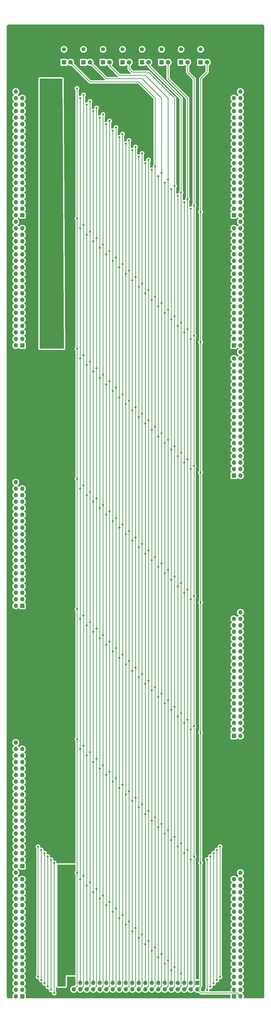
<source format=gbr>
%TF.GenerationSoftware,KiCad,Pcbnew,(6.0.1)*%
%TF.CreationDate,2022-07-04T18:11:20+02:00*%
%TF.ProjectId,bus,6275732e-6b69-4636-9164-5f7063625858,rev?*%
%TF.SameCoordinates,Original*%
%TF.FileFunction,Copper,L2,Bot*%
%TF.FilePolarity,Positive*%
%FSLAX46Y46*%
G04 Gerber Fmt 4.6, Leading zero omitted, Abs format (unit mm)*
G04 Created by KiCad (PCBNEW (6.0.1)) date 2022-07-04 18:11:20*
%MOMM*%
%LPD*%
G01*
G04 APERTURE LIST*
%TA.AperFunction,ComponentPad*%
%ADD10R,1.800000X1.800000*%
%TD*%
%TA.AperFunction,ComponentPad*%
%ADD11C,1.800000*%
%TD*%
%TA.AperFunction,ComponentPad*%
%ADD12R,1.700000X1.700000*%
%TD*%
%TA.AperFunction,ComponentPad*%
%ADD13O,1.700000X1.700000*%
%TD*%
%TA.AperFunction,ComponentPad*%
%ADD14C,1.600000*%
%TD*%
%TA.AperFunction,ComponentPad*%
%ADD15O,1.600000X1.600000*%
%TD*%
%TA.AperFunction,ViaPad*%
%ADD16C,0.800000*%
%TD*%
%TA.AperFunction,Conductor*%
%ADD17C,0.250000*%
%TD*%
G04 APERTURE END LIST*
D10*
%TO.P,D2,1,K*%
%TO.N,Net-(D2-Pad1)*%
X68580000Y10160000D03*
D11*
%TO.P,D2,2,A*%
%TO.N,/BUS_1*%
X71120000Y10160000D03*
%TD*%
D12*
%TO.P,J3,1,Pin_1*%
%TO.N,/VCC*%
X6580000Y-303530000D03*
D13*
%TO.P,J3,2,Pin_2*%
%TO.N,/BUS_0*%
X4040000Y-303530000D03*
%TO.P,J3,3,Pin_3*%
%TO.N,/CLK*%
X6580000Y-300990000D03*
%TO.P,J3,4,Pin_4*%
%TO.N,/BUS_1*%
X4040000Y-300990000D03*
%TO.P,J3,5,Pin_5*%
%TO.N,/~{AOUT}*%
X6580000Y-298450000D03*
%TO.P,J3,6,Pin_6*%
%TO.N,/BUS_2*%
X4040000Y-298450000D03*
%TO.P,J3,7,Pin_7*%
%TO.N,/~{AIN}*%
X6580000Y-295910000D03*
%TO.P,J3,8,Pin_8*%
%TO.N,/BUS_3*%
X4040000Y-295910000D03*
%TO.P,J3,9,Pin_9*%
%TO.N,/~{BOUT}*%
X6580000Y-293370000D03*
%TO.P,J3,10,Pin_10*%
%TO.N,/BUS_4*%
X4040000Y-293370000D03*
%TO.P,J3,11,Pin_11*%
%TO.N,/~{BIN}*%
X6580000Y-290830000D03*
%TO.P,J3,12,Pin_12*%
%TO.N,/BUS_5*%
X4040000Y-290830000D03*
%TO.P,J3,13,Pin_13*%
%TO.N,/~{GPOUT}*%
X6580000Y-288290000D03*
%TO.P,J3,14,Pin_14*%
%TO.N,/BUS_6*%
X4040000Y-288290000D03*
%TO.P,J3,15,Pin_15*%
%TO.N,/~{GPIN}*%
X6580000Y-285750000D03*
%TO.P,J3,16,Pin_16*%
%TO.N,/BUS_7*%
X4040000Y-285750000D03*
%TO.P,J3,17,Pin_17*%
%TO.N,/PCUP*%
X6580000Y-283210000D03*
%TO.P,J3,18,Pin_18*%
%TO.N,/CF*%
X4040000Y-283210000D03*
%TO.P,J3,19,Pin_19*%
%TO.N,/~{PCOUT}*%
X6580000Y-280670000D03*
%TO.P,J3,20,Pin_20*%
%TO.N,/ZF*%
X4040000Y-280670000D03*
%TO.P,J3,21,Pin_21*%
%TO.N,/~{PCIN}*%
X6580000Y-278130000D03*
%TO.P,J3,22,Pin_22*%
%TO.N,/NF*%
X4040000Y-278130000D03*
%TO.P,J3,23,Pin_23*%
%TO.N,/ALU0*%
X6580000Y-275590000D03*
%TO.P,J3,24,Pin_24*%
%TO.N,/OF*%
X4040000Y-275590000D03*
%TO.P,J3,25,Pin_25*%
%TO.N,/ALU1*%
X6580000Y-273050000D03*
%TO.P,J3,26,Pin_26*%
%TO.N,/~{IRIN}*%
X4040000Y-273050000D03*
%TO.P,J3,27,Pin_27*%
%TO.N,/ALU2*%
X6580000Y-270510000D03*
%TO.P,J3,28,Pin_28*%
%TO.N,/~{MARIN}*%
X4040000Y-270510000D03*
%TO.P,J3,29,Pin_29*%
%TO.N,/ALU3*%
X6580000Y-267970000D03*
%TO.P,J3,30,Pin_30*%
%TO.N,/RAMIN*%
X4040000Y-267970000D03*
%TO.P,J3,31,Pin_31*%
%TO.N,/~{ALUOUT}*%
X6580000Y-265430000D03*
%TO.P,J3,32,Pin_32*%
%TO.N,/~{RAMOUT}*%
X4040000Y-265430000D03*
%TO.P,J3,33,Pin_33*%
%TO.N,/~{OUTIN}*%
X6580000Y-262890000D03*
%TO.P,J3,34,Pin_34*%
%TO.N,/~{SPOUT}*%
X4040000Y-262890000D03*
%TO.P,J3,35,Pin_35*%
%TO.N,/~{CLR}*%
X6580000Y-260350000D03*
%TO.P,J3,36,Pin_36*%
%TO.N,/SPUP*%
X4040000Y-260350000D03*
%TO.P,J3,37,Pin_37*%
%TO.N,/CLR*%
X6580000Y-257810000D03*
%TO.P,J3,38,Pin_38*%
%TO.N,/SPDN*%
X4040000Y-257810000D03*
%TO.P,J3,39,Pin_39*%
%TO.N,/GND*%
X6580000Y-255270000D03*
%TO.P,J3,40,Pin_40*%
%TO.N,/~{HLT}*%
X4040000Y-255270000D03*
%TD*%
D12*
%TO.P,J1,1,Pin_1*%
%TO.N,/VCC*%
X6580000Y-49530000D03*
D13*
%TO.P,J1,2,Pin_2*%
%TO.N,/BUS_0*%
X4040000Y-49530000D03*
%TO.P,J1,3,Pin_3*%
%TO.N,/CLK*%
X6580000Y-46990000D03*
%TO.P,J1,4,Pin_4*%
%TO.N,/BUS_1*%
X4040000Y-46990000D03*
%TO.P,J1,5,Pin_5*%
%TO.N,/~{AOUT}*%
X6580000Y-44450000D03*
%TO.P,J1,6,Pin_6*%
%TO.N,/BUS_2*%
X4040000Y-44450000D03*
%TO.P,J1,7,Pin_7*%
%TO.N,/~{AIN}*%
X6580000Y-41910000D03*
%TO.P,J1,8,Pin_8*%
%TO.N,/BUS_3*%
X4040000Y-41910000D03*
%TO.P,J1,9,Pin_9*%
%TO.N,/~{BOUT}*%
X6580000Y-39370000D03*
%TO.P,J1,10,Pin_10*%
%TO.N,/BUS_4*%
X4040000Y-39370000D03*
%TO.P,J1,11,Pin_11*%
%TO.N,/~{BIN}*%
X6580000Y-36830000D03*
%TO.P,J1,12,Pin_12*%
%TO.N,/BUS_5*%
X4040000Y-36830000D03*
%TO.P,J1,13,Pin_13*%
%TO.N,/~{GPOUT}*%
X6580000Y-34290000D03*
%TO.P,J1,14,Pin_14*%
%TO.N,/BUS_6*%
X4040000Y-34290000D03*
%TO.P,J1,15,Pin_15*%
%TO.N,/~{GPIN}*%
X6580000Y-31750000D03*
%TO.P,J1,16,Pin_16*%
%TO.N,/BUS_7*%
X4040000Y-31750000D03*
%TO.P,J1,17,Pin_17*%
%TO.N,/PCUP*%
X6580000Y-29210000D03*
%TO.P,J1,18,Pin_18*%
%TO.N,/CF*%
X4040000Y-29210000D03*
%TO.P,J1,19,Pin_19*%
%TO.N,/~{PCOUT}*%
X6580000Y-26670000D03*
%TO.P,J1,20,Pin_20*%
%TO.N,/ZF*%
X4040000Y-26670000D03*
%TO.P,J1,21,Pin_21*%
%TO.N,/~{PCIN}*%
X6580000Y-24130000D03*
%TO.P,J1,22,Pin_22*%
%TO.N,/NF*%
X4040000Y-24130000D03*
%TO.P,J1,23,Pin_23*%
%TO.N,/ALU0*%
X6580000Y-21590000D03*
%TO.P,J1,24,Pin_24*%
%TO.N,/OF*%
X4040000Y-21590000D03*
%TO.P,J1,25,Pin_25*%
%TO.N,/ALU1*%
X6580000Y-19050000D03*
%TO.P,J1,26,Pin_26*%
%TO.N,/~{IRIN}*%
X4040000Y-19050000D03*
%TO.P,J1,27,Pin_27*%
%TO.N,/ALU2*%
X6580000Y-16510000D03*
%TO.P,J1,28,Pin_28*%
%TO.N,/~{MARIN}*%
X4040000Y-16510000D03*
%TO.P,J1,29,Pin_29*%
%TO.N,/ALU3*%
X6580000Y-13970000D03*
%TO.P,J1,30,Pin_30*%
%TO.N,/RAMIN*%
X4040000Y-13970000D03*
%TO.P,J1,31,Pin_31*%
%TO.N,/~{ALUOUT}*%
X6580000Y-11430000D03*
%TO.P,J1,32,Pin_32*%
%TO.N,/~{RAMOUT}*%
X4040000Y-11430000D03*
%TO.P,J1,33,Pin_33*%
%TO.N,/~{OUTIN}*%
X6580000Y-8890000D03*
%TO.P,J1,34,Pin_34*%
%TO.N,/~{SPOUT}*%
X4040000Y-8890000D03*
%TO.P,J1,35,Pin_35*%
%TO.N,/~{CLR}*%
X6580000Y-6350000D03*
%TO.P,J1,36,Pin_36*%
%TO.N,/SPUP*%
X4040000Y-6350000D03*
%TO.P,J1,37,Pin_37*%
%TO.N,/CLR*%
X6580000Y-3810000D03*
%TO.P,J1,38,Pin_38*%
%TO.N,/SPDN*%
X4040000Y-3810000D03*
%TO.P,J1,39,Pin_39*%
%TO.N,/GND*%
X6580000Y-1270000D03*
%TO.P,J1,40,Pin_40*%
%TO.N,/~{HLT}*%
X4040000Y-1270000D03*
%TD*%
D14*
%TO.P,R3,1*%
%TO.N,Net-(D3-Pad1)*%
X60960000Y15240000D03*
D15*
%TO.P,R3,2*%
%TO.N,/GND*%
X60960000Y22860000D03*
%TD*%
D12*
%TO.P,J9,1,Pin_1*%
%TO.N,/VCC*%
X89200000Y-151130000D03*
D13*
%TO.P,J9,2,Pin_2*%
%TO.N,/BUS_0*%
X91740000Y-151130000D03*
%TO.P,J9,3,Pin_3*%
%TO.N,/CLK*%
X89200000Y-148590000D03*
%TO.P,J9,4,Pin_4*%
%TO.N,/BUS_1*%
X91740000Y-148590000D03*
%TO.P,J9,5,Pin_5*%
%TO.N,/~{AOUT}*%
X89200000Y-146050000D03*
%TO.P,J9,6,Pin_6*%
%TO.N,/BUS_2*%
X91740000Y-146050000D03*
%TO.P,J9,7,Pin_7*%
%TO.N,/~{AIN}*%
X89200000Y-143510000D03*
%TO.P,J9,8,Pin_8*%
%TO.N,/BUS_3*%
X91740000Y-143510000D03*
%TO.P,J9,9,Pin_9*%
%TO.N,/~{BOUT}*%
X89200000Y-140970000D03*
%TO.P,J9,10,Pin_10*%
%TO.N,/BUS_4*%
X91740000Y-140970000D03*
%TO.P,J9,11,Pin_11*%
%TO.N,/~{BIN}*%
X89200000Y-138430000D03*
%TO.P,J9,12,Pin_12*%
%TO.N,/BUS_5*%
X91740000Y-138430000D03*
%TO.P,J9,13,Pin_13*%
%TO.N,/~{GPOUT}*%
X89200000Y-135890000D03*
%TO.P,J9,14,Pin_14*%
%TO.N,/BUS_6*%
X91740000Y-135890000D03*
%TO.P,J9,15,Pin_15*%
%TO.N,/~{GPIN}*%
X89200000Y-133350000D03*
%TO.P,J9,16,Pin_16*%
%TO.N,/BUS_7*%
X91740000Y-133350000D03*
%TO.P,J9,17,Pin_17*%
%TO.N,/PCUP*%
X89200000Y-130810000D03*
%TO.P,J9,18,Pin_18*%
%TO.N,/CF*%
X91740000Y-130810000D03*
%TO.P,J9,19,Pin_19*%
%TO.N,/~{PCOUT}*%
X89200000Y-128270000D03*
%TO.P,J9,20,Pin_20*%
%TO.N,/ZF*%
X91740000Y-128270000D03*
%TO.P,J9,21,Pin_21*%
%TO.N,/~{PCIN}*%
X89200000Y-125730000D03*
%TO.P,J9,22,Pin_22*%
%TO.N,/NF*%
X91740000Y-125730000D03*
%TO.P,J9,23,Pin_23*%
%TO.N,/ALU0*%
X89200000Y-123190000D03*
%TO.P,J9,24,Pin_24*%
%TO.N,/OF*%
X91740000Y-123190000D03*
%TO.P,J9,25,Pin_25*%
%TO.N,/ALU1*%
X89200000Y-120650000D03*
%TO.P,J9,26,Pin_26*%
%TO.N,/~{IRIN}*%
X91740000Y-120650000D03*
%TO.P,J9,27,Pin_27*%
%TO.N,/ALU2*%
X89200000Y-118110000D03*
%TO.P,J9,28,Pin_28*%
%TO.N,/~{MARIN}*%
X91740000Y-118110000D03*
%TO.P,J9,29,Pin_29*%
%TO.N,/ALU3*%
X89200000Y-115570000D03*
%TO.P,J9,30,Pin_30*%
%TO.N,/RAMIN*%
X91740000Y-115570000D03*
%TO.P,J9,31,Pin_31*%
%TO.N,/~{ALUOUT}*%
X89200000Y-113030000D03*
%TO.P,J9,32,Pin_32*%
%TO.N,/~{RAMOUT}*%
X91740000Y-113030000D03*
%TO.P,J9,33,Pin_33*%
%TO.N,/~{OUTIN}*%
X89200000Y-110490000D03*
%TO.P,J9,34,Pin_34*%
%TO.N,/~{SPOUT}*%
X91740000Y-110490000D03*
%TO.P,J9,35,Pin_35*%
%TO.N,/~{CLR}*%
X89200000Y-107950000D03*
%TO.P,J9,36,Pin_36*%
%TO.N,/SPUP*%
X91740000Y-107950000D03*
%TO.P,J9,37,Pin_37*%
%TO.N,/CLR*%
X89200000Y-105410000D03*
%TO.P,J9,38,Pin_38*%
%TO.N,/SPDN*%
X91740000Y-105410000D03*
%TO.P,J9,39,Pin_39*%
%TO.N,/GND*%
X89200000Y-102870000D03*
%TO.P,J9,40,Pin_40*%
%TO.N,/~{HLT}*%
X91740000Y-102870000D03*
%TD*%
D12*
%TO.P,J7,1,Pin_1*%
%TO.N,/VCC*%
X89200000Y-49530000D03*
D13*
%TO.P,J7,2,Pin_2*%
%TO.N,/BUS_0*%
X91740000Y-49530000D03*
%TO.P,J7,3,Pin_3*%
%TO.N,/CLK*%
X89200000Y-46990000D03*
%TO.P,J7,4,Pin_4*%
%TO.N,/BUS_1*%
X91740000Y-46990000D03*
%TO.P,J7,5,Pin_5*%
%TO.N,/~{AOUT}*%
X89200000Y-44450000D03*
%TO.P,J7,6,Pin_6*%
%TO.N,/BUS_2*%
X91740000Y-44450000D03*
%TO.P,J7,7,Pin_7*%
%TO.N,/~{AIN}*%
X89200000Y-41910000D03*
%TO.P,J7,8,Pin_8*%
%TO.N,/BUS_3*%
X91740000Y-41910000D03*
%TO.P,J7,9,Pin_9*%
%TO.N,/~{BOUT}*%
X89200000Y-39370000D03*
%TO.P,J7,10,Pin_10*%
%TO.N,/BUS_4*%
X91740000Y-39370000D03*
%TO.P,J7,11,Pin_11*%
%TO.N,/~{BIN}*%
X89200000Y-36830000D03*
%TO.P,J7,12,Pin_12*%
%TO.N,/BUS_5*%
X91740000Y-36830000D03*
%TO.P,J7,13,Pin_13*%
%TO.N,/~{GPOUT}*%
X89200000Y-34290000D03*
%TO.P,J7,14,Pin_14*%
%TO.N,/BUS_6*%
X91740000Y-34290000D03*
%TO.P,J7,15,Pin_15*%
%TO.N,/~{GPIN}*%
X89200000Y-31750000D03*
%TO.P,J7,16,Pin_16*%
%TO.N,/BUS_7*%
X91740000Y-31750000D03*
%TO.P,J7,17,Pin_17*%
%TO.N,/PCUP*%
X89200000Y-29210000D03*
%TO.P,J7,18,Pin_18*%
%TO.N,/CF*%
X91740000Y-29210000D03*
%TO.P,J7,19,Pin_19*%
%TO.N,/~{PCOUT}*%
X89200000Y-26670000D03*
%TO.P,J7,20,Pin_20*%
%TO.N,/ZF*%
X91740000Y-26670000D03*
%TO.P,J7,21,Pin_21*%
%TO.N,/~{PCIN}*%
X89200000Y-24130000D03*
%TO.P,J7,22,Pin_22*%
%TO.N,/NF*%
X91740000Y-24130000D03*
%TO.P,J7,23,Pin_23*%
%TO.N,/ALU0*%
X89200000Y-21590000D03*
%TO.P,J7,24,Pin_24*%
%TO.N,/OF*%
X91740000Y-21590000D03*
%TO.P,J7,25,Pin_25*%
%TO.N,/ALU1*%
X89200000Y-19050000D03*
%TO.P,J7,26,Pin_26*%
%TO.N,/~{IRIN}*%
X91740000Y-19050000D03*
%TO.P,J7,27,Pin_27*%
%TO.N,/ALU2*%
X89200000Y-16510000D03*
%TO.P,J7,28,Pin_28*%
%TO.N,/~{MARIN}*%
X91740000Y-16510000D03*
%TO.P,J7,29,Pin_29*%
%TO.N,/ALU3*%
X89200000Y-13970000D03*
%TO.P,J7,30,Pin_30*%
%TO.N,/RAMIN*%
X91740000Y-13970000D03*
%TO.P,J7,31,Pin_31*%
%TO.N,/~{ALUOUT}*%
X89200000Y-11430000D03*
%TO.P,J7,32,Pin_32*%
%TO.N,/~{RAMOUT}*%
X91740000Y-11430000D03*
%TO.P,J7,33,Pin_33*%
%TO.N,/~{OUTIN}*%
X89200000Y-8890000D03*
%TO.P,J7,34,Pin_34*%
%TO.N,/~{SPOUT}*%
X91740000Y-8890000D03*
%TO.P,J7,35,Pin_35*%
%TO.N,/~{CLR}*%
X89200000Y-6350000D03*
%TO.P,J7,36,Pin_36*%
%TO.N,/SPUP*%
X91740000Y-6350000D03*
%TO.P,J7,37,Pin_37*%
%TO.N,/CLR*%
X89200000Y-3810000D03*
%TO.P,J7,38,Pin_38*%
%TO.N,/SPDN*%
X91740000Y-3810000D03*
%TO.P,J7,39,Pin_39*%
%TO.N,/GND*%
X89200000Y-1270000D03*
%TO.P,J7,40,Pin_40*%
%TO.N,/~{HLT}*%
X91740000Y-1270000D03*
%TD*%
D10*
%TO.P,D8,1,K*%
%TO.N,Net-(D8-Pad1)*%
X22860000Y10160000D03*
D11*
%TO.P,D8,2,A*%
%TO.N,/BUS_7*%
X25400000Y10160000D03*
%TD*%
D12*
%TO.P,J8,1,Pin_1*%
%TO.N,/VCC*%
X89200000Y-100330000D03*
D13*
%TO.P,J8,2,Pin_2*%
%TO.N,/BUS_0*%
X91740000Y-100330000D03*
%TO.P,J8,3,Pin_3*%
%TO.N,/CLK*%
X89200000Y-97790000D03*
%TO.P,J8,4,Pin_4*%
%TO.N,/BUS_1*%
X91740000Y-97790000D03*
%TO.P,J8,5,Pin_5*%
%TO.N,/~{AOUT}*%
X89200000Y-95250000D03*
%TO.P,J8,6,Pin_6*%
%TO.N,/BUS_2*%
X91740000Y-95250000D03*
%TO.P,J8,7,Pin_7*%
%TO.N,/~{AIN}*%
X89200000Y-92710000D03*
%TO.P,J8,8,Pin_8*%
%TO.N,/BUS_3*%
X91740000Y-92710000D03*
%TO.P,J8,9,Pin_9*%
%TO.N,/~{BOUT}*%
X89200000Y-90170000D03*
%TO.P,J8,10,Pin_10*%
%TO.N,/BUS_4*%
X91740000Y-90170000D03*
%TO.P,J8,11,Pin_11*%
%TO.N,/~{BIN}*%
X89200000Y-87630000D03*
%TO.P,J8,12,Pin_12*%
%TO.N,/BUS_5*%
X91740000Y-87630000D03*
%TO.P,J8,13,Pin_13*%
%TO.N,/~{GPOUT}*%
X89200000Y-85090000D03*
%TO.P,J8,14,Pin_14*%
%TO.N,/BUS_6*%
X91740000Y-85090000D03*
%TO.P,J8,15,Pin_15*%
%TO.N,/~{GPIN}*%
X89200000Y-82550000D03*
%TO.P,J8,16,Pin_16*%
%TO.N,/BUS_7*%
X91740000Y-82550000D03*
%TO.P,J8,17,Pin_17*%
%TO.N,/PCUP*%
X89200000Y-80010000D03*
%TO.P,J8,18,Pin_18*%
%TO.N,/CF*%
X91740000Y-80010000D03*
%TO.P,J8,19,Pin_19*%
%TO.N,/~{PCOUT}*%
X89200000Y-77470000D03*
%TO.P,J8,20,Pin_20*%
%TO.N,/ZF*%
X91740000Y-77470000D03*
%TO.P,J8,21,Pin_21*%
%TO.N,/~{PCIN}*%
X89200000Y-74930000D03*
%TO.P,J8,22,Pin_22*%
%TO.N,/NF*%
X91740000Y-74930000D03*
%TO.P,J8,23,Pin_23*%
%TO.N,/ALU0*%
X89200000Y-72390000D03*
%TO.P,J8,24,Pin_24*%
%TO.N,/OF*%
X91740000Y-72390000D03*
%TO.P,J8,25,Pin_25*%
%TO.N,/ALU1*%
X89200000Y-69850000D03*
%TO.P,J8,26,Pin_26*%
%TO.N,/~{IRIN}*%
X91740000Y-69850000D03*
%TO.P,J8,27,Pin_27*%
%TO.N,/ALU2*%
X89200000Y-67310000D03*
%TO.P,J8,28,Pin_28*%
%TO.N,/~{MARIN}*%
X91740000Y-67310000D03*
%TO.P,J8,29,Pin_29*%
%TO.N,/ALU3*%
X89200000Y-64770000D03*
%TO.P,J8,30,Pin_30*%
%TO.N,/RAMIN*%
X91740000Y-64770000D03*
%TO.P,J8,31,Pin_31*%
%TO.N,/~{ALUOUT}*%
X89200000Y-62230000D03*
%TO.P,J8,32,Pin_32*%
%TO.N,/~{RAMOUT}*%
X91740000Y-62230000D03*
%TO.P,J8,33,Pin_33*%
%TO.N,/~{OUTIN}*%
X89200000Y-59690000D03*
%TO.P,J8,34,Pin_34*%
%TO.N,/~{SPOUT}*%
X91740000Y-59690000D03*
%TO.P,J8,35,Pin_35*%
%TO.N,/~{CLR}*%
X89200000Y-57150000D03*
%TO.P,J8,36,Pin_36*%
%TO.N,/SPUP*%
X91740000Y-57150000D03*
%TO.P,J8,37,Pin_37*%
%TO.N,/CLR*%
X89200000Y-54610000D03*
%TO.P,J8,38,Pin_38*%
%TO.N,/SPDN*%
X91740000Y-54610000D03*
%TO.P,J8,39,Pin_39*%
%TO.N,/GND*%
X89200000Y-52070000D03*
%TO.P,J8,40,Pin_40*%
%TO.N,/~{HLT}*%
X91740000Y-52070000D03*
%TD*%
D10*
%TO.P,D1,1,K*%
%TO.N,Net-(D1-Pad1)*%
X76200000Y10160000D03*
D11*
%TO.P,D1,2,A*%
%TO.N,/BUS_0*%
X78740000Y10160000D03*
%TD*%
D14*
%TO.P,R8,1*%
%TO.N,Net-(D8-Pad1)*%
X22860000Y15240000D03*
D15*
%TO.P,R8,2*%
%TO.N,/GND*%
X22860000Y22860000D03*
%TD*%
D14*
%TO.P,R4,1*%
%TO.N,Net-(D4-Pad1)*%
X53340000Y15240000D03*
D15*
%TO.P,R4,2*%
%TO.N,/GND*%
X53340000Y22860000D03*
%TD*%
D12*
%TO.P,J6,1,Pin_1*%
%TO.N,/VCC*%
X74930000Y-349020000D03*
D13*
%TO.P,J6,2,Pin_2*%
%TO.N,/BUS_0*%
X74930000Y-351560000D03*
%TO.P,J6,3,Pin_3*%
%TO.N,/CLK*%
X72390000Y-349020000D03*
%TO.P,J6,4,Pin_4*%
%TO.N,/BUS_1*%
X72390000Y-351560000D03*
%TO.P,J6,5,Pin_5*%
%TO.N,/~{AOUT}*%
X69850000Y-349020000D03*
%TO.P,J6,6,Pin_6*%
%TO.N,/BUS_2*%
X69850000Y-351560000D03*
%TO.P,J6,7,Pin_7*%
%TO.N,/~{AIN}*%
X67310000Y-349020000D03*
%TO.P,J6,8,Pin_8*%
%TO.N,/BUS_3*%
X67310000Y-351560000D03*
%TO.P,J6,9,Pin_9*%
%TO.N,/~{BOUT}*%
X64770000Y-349020000D03*
%TO.P,J6,10,Pin_10*%
%TO.N,/BUS_4*%
X64770000Y-351560000D03*
%TO.P,J6,11,Pin_11*%
%TO.N,/~{BIN}*%
X62230000Y-349020000D03*
%TO.P,J6,12,Pin_12*%
%TO.N,/BUS_5*%
X62230000Y-351560000D03*
%TO.P,J6,13,Pin_13*%
%TO.N,/~{GPOUT}*%
X59690000Y-349020000D03*
%TO.P,J6,14,Pin_14*%
%TO.N,/BUS_6*%
X59690000Y-351560000D03*
%TO.P,J6,15,Pin_15*%
%TO.N,/~{GPIN}*%
X57150000Y-349020000D03*
%TO.P,J6,16,Pin_16*%
%TO.N,/BUS_7*%
X57150000Y-351560000D03*
%TO.P,J6,17,Pin_17*%
%TO.N,/PCUP*%
X54610000Y-349020000D03*
%TO.P,J6,18,Pin_18*%
%TO.N,/CF*%
X54610000Y-351560000D03*
%TO.P,J6,19,Pin_19*%
%TO.N,/~{PCOUT}*%
X52070000Y-349020000D03*
%TO.P,J6,20,Pin_20*%
%TO.N,/ZF*%
X52070000Y-351560000D03*
%TO.P,J6,21,Pin_21*%
%TO.N,/~{PCIN}*%
X49530000Y-349020000D03*
%TO.P,J6,22,Pin_22*%
%TO.N,/NF*%
X49530000Y-351560000D03*
%TO.P,J6,23,Pin_23*%
%TO.N,/ALU0*%
X46990000Y-349020000D03*
%TO.P,J6,24,Pin_24*%
%TO.N,/OF*%
X46990000Y-351560000D03*
%TO.P,J6,25,Pin_25*%
%TO.N,/ALU1*%
X44450000Y-349020000D03*
%TO.P,J6,26,Pin_26*%
%TO.N,/~{IRIN}*%
X44450000Y-351560000D03*
%TO.P,J6,27,Pin_27*%
%TO.N,/ALU2*%
X41910000Y-349020000D03*
%TO.P,J6,28,Pin_28*%
%TO.N,/~{MARIN}*%
X41910000Y-351560000D03*
%TO.P,J6,29,Pin_29*%
%TO.N,/ALU3*%
X39370000Y-349020000D03*
%TO.P,J6,30,Pin_30*%
%TO.N,/RAMIN*%
X39370000Y-351560000D03*
%TO.P,J6,31,Pin_31*%
%TO.N,/~{ALUOUT}*%
X36830000Y-349020000D03*
%TO.P,J6,32,Pin_32*%
%TO.N,/~{RAMOUT}*%
X36830000Y-351560000D03*
%TO.P,J6,33,Pin_33*%
%TO.N,/~{OUTIN}*%
X34290000Y-349020000D03*
%TO.P,J6,34,Pin_34*%
%TO.N,/~{SPOUT}*%
X34290000Y-351560000D03*
%TO.P,J6,35,Pin_35*%
%TO.N,/~{CLR}*%
X31750000Y-349020000D03*
%TO.P,J6,36,Pin_36*%
%TO.N,/SPUP*%
X31750000Y-351560000D03*
%TO.P,J6,37,Pin_37*%
%TO.N,/CLR*%
X29210000Y-349020000D03*
%TO.P,J6,38,Pin_38*%
%TO.N,/SPDN*%
X29210000Y-351560000D03*
%TO.P,J6,39,Pin_39*%
%TO.N,/GND*%
X26670000Y-349020000D03*
%TO.P,J6,40,Pin_40*%
%TO.N,/~{HLT}*%
X26670000Y-351560000D03*
%TD*%
D14*
%TO.P,R7,1*%
%TO.N,Net-(D7-Pad1)*%
X30480000Y15240000D03*
D15*
%TO.P,R7,2*%
%TO.N,/GND*%
X30480000Y22860000D03*
%TD*%
D14*
%TO.P,R2,1*%
%TO.N,Net-(D2-Pad1)*%
X68580000Y15240000D03*
D15*
%TO.P,R2,2*%
%TO.N,/GND*%
X68580000Y22860000D03*
%TD*%
D14*
%TO.P,R5,1*%
%TO.N,Net-(D5-Pad1)*%
X45720000Y15240000D03*
D15*
%TO.P,R5,2*%
%TO.N,/GND*%
X45720000Y22860000D03*
%TD*%
D12*
%TO.P,J11,1,Pin_1*%
%TO.N,/VCC*%
X89200000Y-354330000D03*
D13*
%TO.P,J11,2,Pin_2*%
%TO.N,/BUS_0*%
X91740000Y-354330000D03*
%TO.P,J11,3,Pin_3*%
%TO.N,/CLK*%
X89200000Y-351790000D03*
%TO.P,J11,4,Pin_4*%
%TO.N,/BUS_1*%
X91740000Y-351790000D03*
%TO.P,J11,5,Pin_5*%
%TO.N,/~{AOUT}*%
X89200000Y-349250000D03*
%TO.P,J11,6,Pin_6*%
%TO.N,/BUS_2*%
X91740000Y-349250000D03*
%TO.P,J11,7,Pin_7*%
%TO.N,/~{AIN}*%
X89200000Y-346710000D03*
%TO.P,J11,8,Pin_8*%
%TO.N,/BUS_3*%
X91740000Y-346710000D03*
%TO.P,J11,9,Pin_9*%
%TO.N,/~{BOUT}*%
X89200000Y-344170000D03*
%TO.P,J11,10,Pin_10*%
%TO.N,/BUS_4*%
X91740000Y-344170000D03*
%TO.P,J11,11,Pin_11*%
%TO.N,/~{BIN}*%
X89200000Y-341630000D03*
%TO.P,J11,12,Pin_12*%
%TO.N,/BUS_5*%
X91740000Y-341630000D03*
%TO.P,J11,13,Pin_13*%
%TO.N,/~{GPOUT}*%
X89200000Y-339090000D03*
%TO.P,J11,14,Pin_14*%
%TO.N,/BUS_6*%
X91740000Y-339090000D03*
%TO.P,J11,15,Pin_15*%
%TO.N,/~{GPIN}*%
X89200000Y-336550000D03*
%TO.P,J11,16,Pin_16*%
%TO.N,/BUS_7*%
X91740000Y-336550000D03*
%TO.P,J11,17,Pin_17*%
%TO.N,/PCUP*%
X89200000Y-334010000D03*
%TO.P,J11,18,Pin_18*%
%TO.N,/CF*%
X91740000Y-334010000D03*
%TO.P,J11,19,Pin_19*%
%TO.N,/~{PCOUT}*%
X89200000Y-331470000D03*
%TO.P,J11,20,Pin_20*%
%TO.N,/ZF*%
X91740000Y-331470000D03*
%TO.P,J11,21,Pin_21*%
%TO.N,/~{PCIN}*%
X89200000Y-328930000D03*
%TO.P,J11,22,Pin_22*%
%TO.N,/NF*%
X91740000Y-328930000D03*
%TO.P,J11,23,Pin_23*%
%TO.N,/ALU0*%
X89200000Y-326390000D03*
%TO.P,J11,24,Pin_24*%
%TO.N,/OF*%
X91740000Y-326390000D03*
%TO.P,J11,25,Pin_25*%
%TO.N,/ALU1*%
X89200000Y-323850000D03*
%TO.P,J11,26,Pin_26*%
%TO.N,/~{IRIN}*%
X91740000Y-323850000D03*
%TO.P,J11,27,Pin_27*%
%TO.N,/ALU2*%
X89200000Y-321310000D03*
%TO.P,J11,28,Pin_28*%
%TO.N,/~{MARIN}*%
X91740000Y-321310000D03*
%TO.P,J11,29,Pin_29*%
%TO.N,/ALU3*%
X89200000Y-318770000D03*
%TO.P,J11,30,Pin_30*%
%TO.N,/RAMIN*%
X91740000Y-318770000D03*
%TO.P,J11,31,Pin_31*%
%TO.N,/~{ALUOUT}*%
X89200000Y-316230000D03*
%TO.P,J11,32,Pin_32*%
%TO.N,/~{RAMOUT}*%
X91740000Y-316230000D03*
%TO.P,J11,33,Pin_33*%
%TO.N,/~{OUTIN}*%
X89200000Y-313690000D03*
%TO.P,J11,34,Pin_34*%
%TO.N,/~{SPOUT}*%
X91740000Y-313690000D03*
%TO.P,J11,35,Pin_35*%
%TO.N,/~{CLR}*%
X89200000Y-311150000D03*
%TO.P,J11,36,Pin_36*%
%TO.N,/SPUP*%
X91740000Y-311150000D03*
%TO.P,J11,37,Pin_37*%
%TO.N,/CLR*%
X89200000Y-308610000D03*
%TO.P,J11,38,Pin_38*%
%TO.N,/SPDN*%
X91740000Y-308610000D03*
%TO.P,J11,39,Pin_39*%
%TO.N,/GND*%
X89200000Y-306070000D03*
%TO.P,J11,40,Pin_40*%
%TO.N,/~{HLT}*%
X91740000Y-306070000D03*
%TD*%
D10*
%TO.P,D5,1,K*%
%TO.N,Net-(D5-Pad1)*%
X45720000Y10160000D03*
D11*
%TO.P,D5,2,A*%
%TO.N,/BUS_4*%
X48260000Y10160000D03*
%TD*%
D10*
%TO.P,D4,1,K*%
%TO.N,Net-(D4-Pad1)*%
X53340000Y10160000D03*
D11*
%TO.P,D4,2,A*%
%TO.N,/BUS_3*%
X55880000Y10160000D03*
%TD*%
D10*
%TO.P,D3,1,K*%
%TO.N,Net-(D3-Pad1)*%
X60960000Y10160000D03*
D11*
%TO.P,D3,2,A*%
%TO.N,/BUS_2*%
X63500000Y10160000D03*
%TD*%
D12*
%TO.P,J5,1,Pin_1*%
%TO.N,/VCC*%
X6580000Y-354330000D03*
D13*
%TO.P,J5,2,Pin_2*%
%TO.N,/BUS_0*%
X4040000Y-354330000D03*
%TO.P,J5,3,Pin_3*%
%TO.N,/CLK*%
X6580000Y-351790000D03*
%TO.P,J5,4,Pin_4*%
%TO.N,/BUS_1*%
X4040000Y-351790000D03*
%TO.P,J5,5,Pin_5*%
%TO.N,/~{AOUT}*%
X6580000Y-349250000D03*
%TO.P,J5,6,Pin_6*%
%TO.N,/BUS_2*%
X4040000Y-349250000D03*
%TO.P,J5,7,Pin_7*%
%TO.N,/~{AIN}*%
X6580000Y-346710000D03*
%TO.P,J5,8,Pin_8*%
%TO.N,/BUS_3*%
X4040000Y-346710000D03*
%TO.P,J5,9,Pin_9*%
%TO.N,/~{BOUT}*%
X6580000Y-344170000D03*
%TO.P,J5,10,Pin_10*%
%TO.N,/BUS_4*%
X4040000Y-344170000D03*
%TO.P,J5,11,Pin_11*%
%TO.N,/~{BIN}*%
X6580000Y-341630000D03*
%TO.P,J5,12,Pin_12*%
%TO.N,/BUS_5*%
X4040000Y-341630000D03*
%TO.P,J5,13,Pin_13*%
%TO.N,/~{GPOUT}*%
X6580000Y-339090000D03*
%TO.P,J5,14,Pin_14*%
%TO.N,/BUS_6*%
X4040000Y-339090000D03*
%TO.P,J5,15,Pin_15*%
%TO.N,/~{GPIN}*%
X6580000Y-336550000D03*
%TO.P,J5,16,Pin_16*%
%TO.N,/BUS_7*%
X4040000Y-336550000D03*
%TO.P,J5,17,Pin_17*%
%TO.N,/PCUP*%
X6580000Y-334010000D03*
%TO.P,J5,18,Pin_18*%
%TO.N,/CF*%
X4040000Y-334010000D03*
%TO.P,J5,19,Pin_19*%
%TO.N,/~{PCOUT}*%
X6580000Y-331470000D03*
%TO.P,J5,20,Pin_20*%
%TO.N,/ZF*%
X4040000Y-331470000D03*
%TO.P,J5,21,Pin_21*%
%TO.N,/~{PCIN}*%
X6580000Y-328930000D03*
%TO.P,J5,22,Pin_22*%
%TO.N,/NF*%
X4040000Y-328930000D03*
%TO.P,J5,23,Pin_23*%
%TO.N,/ALU0*%
X6580000Y-326390000D03*
%TO.P,J5,24,Pin_24*%
%TO.N,/OF*%
X4040000Y-326390000D03*
%TO.P,J5,25,Pin_25*%
%TO.N,/ALU1*%
X6580000Y-323850000D03*
%TO.P,J5,26,Pin_26*%
%TO.N,/~{IRIN}*%
X4040000Y-323850000D03*
%TO.P,J5,27,Pin_27*%
%TO.N,/ALU2*%
X6580000Y-321310000D03*
%TO.P,J5,28,Pin_28*%
%TO.N,/~{MARIN}*%
X4040000Y-321310000D03*
%TO.P,J5,29,Pin_29*%
%TO.N,/ALU3*%
X6580000Y-318770000D03*
%TO.P,J5,30,Pin_30*%
%TO.N,/RAMIN*%
X4040000Y-318770000D03*
%TO.P,J5,31,Pin_31*%
%TO.N,/~{ALUOUT}*%
X6580000Y-316230000D03*
%TO.P,J5,32,Pin_32*%
%TO.N,/~{RAMOUT}*%
X4040000Y-316230000D03*
%TO.P,J5,33,Pin_33*%
%TO.N,/~{OUTIN}*%
X6580000Y-313690000D03*
%TO.P,J5,34,Pin_34*%
%TO.N,/~{SPOUT}*%
X4040000Y-313690000D03*
%TO.P,J5,35,Pin_35*%
%TO.N,/~{CLR}*%
X6580000Y-311150000D03*
%TO.P,J5,36,Pin_36*%
%TO.N,/SPUP*%
X4040000Y-311150000D03*
%TO.P,J5,37,Pin_37*%
%TO.N,/CLR*%
X6580000Y-308610000D03*
%TO.P,J5,38,Pin_38*%
%TO.N,/SPDN*%
X4040000Y-308610000D03*
%TO.P,J5,39,Pin_39*%
%TO.N,/GND*%
X6580000Y-306070000D03*
%TO.P,J5,40,Pin_40*%
%TO.N,/~{HLT}*%
X4040000Y-306070000D03*
%TD*%
D14*
%TO.P,R1,1*%
%TO.N,Net-(D1-Pad1)*%
X76200000Y15240000D03*
D15*
%TO.P,R1,2*%
%TO.N,/GND*%
X76200000Y22860000D03*
%TD*%
D10*
%TO.P,D6,1,K*%
%TO.N,Net-(D6-Pad1)*%
X38100000Y10160000D03*
D11*
%TO.P,D6,2,A*%
%TO.N,/BUS_5*%
X40640000Y10160000D03*
%TD*%
D10*
%TO.P,D7,1,K*%
%TO.N,Net-(D7-Pad1)*%
X30480000Y10160000D03*
D11*
%TO.P,D7,2,A*%
%TO.N,/BUS_6*%
X33020000Y10160000D03*
%TD*%
D14*
%TO.P,R6,1*%
%TO.N,Net-(D6-Pad1)*%
X38100000Y15240000D03*
D15*
%TO.P,R6,2*%
%TO.N,/GND*%
X38100000Y22860000D03*
%TD*%
D12*
%TO.P,J10,1,Pin_1*%
%TO.N,/VCC*%
X89200000Y-252730000D03*
D13*
%TO.P,J10,2,Pin_2*%
%TO.N,/BUS_0*%
X91740000Y-252730000D03*
%TO.P,J10,3,Pin_3*%
%TO.N,/CLK*%
X89200000Y-250190000D03*
%TO.P,J10,4,Pin_4*%
%TO.N,/BUS_1*%
X91740000Y-250190000D03*
%TO.P,J10,5,Pin_5*%
%TO.N,/~{AOUT}*%
X89200000Y-247650000D03*
%TO.P,J10,6,Pin_6*%
%TO.N,/BUS_2*%
X91740000Y-247650000D03*
%TO.P,J10,7,Pin_7*%
%TO.N,/~{AIN}*%
X89200000Y-245110000D03*
%TO.P,J10,8,Pin_8*%
%TO.N,/BUS_3*%
X91740000Y-245110000D03*
%TO.P,J10,9,Pin_9*%
%TO.N,/~{BOUT}*%
X89200000Y-242570000D03*
%TO.P,J10,10,Pin_10*%
%TO.N,/BUS_4*%
X91740000Y-242570000D03*
%TO.P,J10,11,Pin_11*%
%TO.N,/~{BIN}*%
X89200000Y-240030000D03*
%TO.P,J10,12,Pin_12*%
%TO.N,/BUS_5*%
X91740000Y-240030000D03*
%TO.P,J10,13,Pin_13*%
%TO.N,/~{GPOUT}*%
X89200000Y-237490000D03*
%TO.P,J10,14,Pin_14*%
%TO.N,/BUS_6*%
X91740000Y-237490000D03*
%TO.P,J10,15,Pin_15*%
%TO.N,/~{GPIN}*%
X89200000Y-234950000D03*
%TO.P,J10,16,Pin_16*%
%TO.N,/BUS_7*%
X91740000Y-234950000D03*
%TO.P,J10,17,Pin_17*%
%TO.N,/PCUP*%
X89200000Y-232410000D03*
%TO.P,J10,18,Pin_18*%
%TO.N,/CF*%
X91740000Y-232410000D03*
%TO.P,J10,19,Pin_19*%
%TO.N,/~{PCOUT}*%
X89200000Y-229870000D03*
%TO.P,J10,20,Pin_20*%
%TO.N,/ZF*%
X91740000Y-229870000D03*
%TO.P,J10,21,Pin_21*%
%TO.N,/~{PCIN}*%
X89200000Y-227330000D03*
%TO.P,J10,22,Pin_22*%
%TO.N,/NF*%
X91740000Y-227330000D03*
%TO.P,J10,23,Pin_23*%
%TO.N,/ALU0*%
X89200000Y-224790000D03*
%TO.P,J10,24,Pin_24*%
%TO.N,/OF*%
X91740000Y-224790000D03*
%TO.P,J10,25,Pin_25*%
%TO.N,/ALU1*%
X89200000Y-222250000D03*
%TO.P,J10,26,Pin_26*%
%TO.N,/~{IRIN}*%
X91740000Y-222250000D03*
%TO.P,J10,27,Pin_27*%
%TO.N,/ALU2*%
X89200000Y-219710000D03*
%TO.P,J10,28,Pin_28*%
%TO.N,/~{MARIN}*%
X91740000Y-219710000D03*
%TO.P,J10,29,Pin_29*%
%TO.N,/ALU3*%
X89200000Y-217170000D03*
%TO.P,J10,30,Pin_30*%
%TO.N,/RAMIN*%
X91740000Y-217170000D03*
%TO.P,J10,31,Pin_31*%
%TO.N,/~{ALUOUT}*%
X89200000Y-214630000D03*
%TO.P,J10,32,Pin_32*%
%TO.N,/~{RAMOUT}*%
X91740000Y-214630000D03*
%TO.P,J10,33,Pin_33*%
%TO.N,/~{OUTIN}*%
X89200000Y-212090000D03*
%TO.P,J10,34,Pin_34*%
%TO.N,/~{SPOUT}*%
X91740000Y-212090000D03*
%TO.P,J10,35,Pin_35*%
%TO.N,/~{CLR}*%
X89200000Y-209550000D03*
%TO.P,J10,36,Pin_36*%
%TO.N,/SPUP*%
X91740000Y-209550000D03*
%TO.P,J10,37,Pin_37*%
%TO.N,/CLR*%
X89200000Y-207010000D03*
%TO.P,J10,38,Pin_38*%
%TO.N,/SPDN*%
X91740000Y-207010000D03*
%TO.P,J10,39,Pin_39*%
%TO.N,/GND*%
X89200000Y-204470000D03*
%TO.P,J10,40,Pin_40*%
%TO.N,/~{HLT}*%
X91740000Y-204470000D03*
%TD*%
D12*
%TO.P,J2,1,Pin_1*%
%TO.N,/VCC*%
X6580000Y-100330000D03*
D13*
%TO.P,J2,2,Pin_2*%
%TO.N,/BUS_0*%
X4040000Y-100330000D03*
%TO.P,J2,3,Pin_3*%
%TO.N,/CLK*%
X6580000Y-97790000D03*
%TO.P,J2,4,Pin_4*%
%TO.N,/BUS_1*%
X4040000Y-97790000D03*
%TO.P,J2,5,Pin_5*%
%TO.N,/~{AOUT}*%
X6580000Y-95250000D03*
%TO.P,J2,6,Pin_6*%
%TO.N,/BUS_2*%
X4040000Y-95250000D03*
%TO.P,J2,7,Pin_7*%
%TO.N,/~{AIN}*%
X6580000Y-92710000D03*
%TO.P,J2,8,Pin_8*%
%TO.N,/BUS_3*%
X4040000Y-92710000D03*
%TO.P,J2,9,Pin_9*%
%TO.N,/~{BOUT}*%
X6580000Y-90170000D03*
%TO.P,J2,10,Pin_10*%
%TO.N,/BUS_4*%
X4040000Y-90170000D03*
%TO.P,J2,11,Pin_11*%
%TO.N,/~{BIN}*%
X6580000Y-87630000D03*
%TO.P,J2,12,Pin_12*%
%TO.N,/BUS_5*%
X4040000Y-87630000D03*
%TO.P,J2,13,Pin_13*%
%TO.N,/~{GPOUT}*%
X6580000Y-85090000D03*
%TO.P,J2,14,Pin_14*%
%TO.N,/BUS_6*%
X4040000Y-85090000D03*
%TO.P,J2,15,Pin_15*%
%TO.N,/~{GPIN}*%
X6580000Y-82550000D03*
%TO.P,J2,16,Pin_16*%
%TO.N,/BUS_7*%
X4040000Y-82550000D03*
%TO.P,J2,17,Pin_17*%
%TO.N,/PCUP*%
X6580000Y-80010000D03*
%TO.P,J2,18,Pin_18*%
%TO.N,/CF*%
X4040000Y-80010000D03*
%TO.P,J2,19,Pin_19*%
%TO.N,/~{PCOUT}*%
X6580000Y-77470000D03*
%TO.P,J2,20,Pin_20*%
%TO.N,/ZF*%
X4040000Y-77470000D03*
%TO.P,J2,21,Pin_21*%
%TO.N,/~{PCIN}*%
X6580000Y-74930000D03*
%TO.P,J2,22,Pin_22*%
%TO.N,/NF*%
X4040000Y-74930000D03*
%TO.P,J2,23,Pin_23*%
%TO.N,/ALU0*%
X6580000Y-72390000D03*
%TO.P,J2,24,Pin_24*%
%TO.N,/OF*%
X4040000Y-72390000D03*
%TO.P,J2,25,Pin_25*%
%TO.N,/ALU1*%
X6580000Y-69850000D03*
%TO.P,J2,26,Pin_26*%
%TO.N,/~{IRIN}*%
X4040000Y-69850000D03*
%TO.P,J2,27,Pin_27*%
%TO.N,/ALU2*%
X6580000Y-67310000D03*
%TO.P,J2,28,Pin_28*%
%TO.N,/~{MARIN}*%
X4040000Y-67310000D03*
%TO.P,J2,29,Pin_29*%
%TO.N,/ALU3*%
X6580000Y-64770000D03*
%TO.P,J2,30,Pin_30*%
%TO.N,/RAMIN*%
X4040000Y-64770000D03*
%TO.P,J2,31,Pin_31*%
%TO.N,/~{ALUOUT}*%
X6580000Y-62230000D03*
%TO.P,J2,32,Pin_32*%
%TO.N,/~{RAMOUT}*%
X4040000Y-62230000D03*
%TO.P,J2,33,Pin_33*%
%TO.N,/~{OUTIN}*%
X6580000Y-59690000D03*
%TO.P,J2,34,Pin_34*%
%TO.N,/~{SPOUT}*%
X4040000Y-59690000D03*
%TO.P,J2,35,Pin_35*%
%TO.N,/~{CLR}*%
X6580000Y-57150000D03*
%TO.P,J2,36,Pin_36*%
%TO.N,/SPUP*%
X4040000Y-57150000D03*
%TO.P,J2,37,Pin_37*%
%TO.N,/CLR*%
X6580000Y-54610000D03*
%TO.P,J2,38,Pin_38*%
%TO.N,/SPDN*%
X4040000Y-54610000D03*
%TO.P,J2,39,Pin_39*%
%TO.N,/GND*%
X6580000Y-52070000D03*
%TO.P,J2,40,Pin_40*%
%TO.N,/~{HLT}*%
X4040000Y-52070000D03*
%TD*%
D12*
%TO.P,J4,1,Pin_1*%
%TO.N,/VCC*%
X6580000Y-201930000D03*
D13*
%TO.P,J4,2,Pin_2*%
%TO.N,/BUS_0*%
X4040000Y-201930000D03*
%TO.P,J4,3,Pin_3*%
%TO.N,/CLK*%
X6580000Y-199390000D03*
%TO.P,J4,4,Pin_4*%
%TO.N,/BUS_1*%
X4040000Y-199390000D03*
%TO.P,J4,5,Pin_5*%
%TO.N,/~{AOUT}*%
X6580000Y-196850000D03*
%TO.P,J4,6,Pin_6*%
%TO.N,/BUS_2*%
X4040000Y-196850000D03*
%TO.P,J4,7,Pin_7*%
%TO.N,/~{AIN}*%
X6580000Y-194310000D03*
%TO.P,J4,8,Pin_8*%
%TO.N,/BUS_3*%
X4040000Y-194310000D03*
%TO.P,J4,9,Pin_9*%
%TO.N,/~{BOUT}*%
X6580000Y-191770000D03*
%TO.P,J4,10,Pin_10*%
%TO.N,/BUS_4*%
X4040000Y-191770000D03*
%TO.P,J4,11,Pin_11*%
%TO.N,/~{BIN}*%
X6580000Y-189230000D03*
%TO.P,J4,12,Pin_12*%
%TO.N,/BUS_5*%
X4040000Y-189230000D03*
%TO.P,J4,13,Pin_13*%
%TO.N,/~{GPOUT}*%
X6580000Y-186690000D03*
%TO.P,J4,14,Pin_14*%
%TO.N,/BUS_6*%
X4040000Y-186690000D03*
%TO.P,J4,15,Pin_15*%
%TO.N,/~{GPIN}*%
X6580000Y-184150000D03*
%TO.P,J4,16,Pin_16*%
%TO.N,/BUS_7*%
X4040000Y-184150000D03*
%TO.P,J4,17,Pin_17*%
%TO.N,/PCUP*%
X6580000Y-181610000D03*
%TO.P,J4,18,Pin_18*%
%TO.N,/CF*%
X4040000Y-181610000D03*
%TO.P,J4,19,Pin_19*%
%TO.N,/~{PCOUT}*%
X6580000Y-179070000D03*
%TO.P,J4,20,Pin_20*%
%TO.N,/ZF*%
X4040000Y-179070000D03*
%TO.P,J4,21,Pin_21*%
%TO.N,/~{PCIN}*%
X6580000Y-176530000D03*
%TO.P,J4,22,Pin_22*%
%TO.N,/NF*%
X4040000Y-176530000D03*
%TO.P,J4,23,Pin_23*%
%TO.N,/ALU0*%
X6580000Y-173990000D03*
%TO.P,J4,24,Pin_24*%
%TO.N,/OF*%
X4040000Y-173990000D03*
%TO.P,J4,25,Pin_25*%
%TO.N,/ALU1*%
X6580000Y-171450000D03*
%TO.P,J4,26,Pin_26*%
%TO.N,/~{IRIN}*%
X4040000Y-171450000D03*
%TO.P,J4,27,Pin_27*%
%TO.N,/ALU2*%
X6580000Y-168910000D03*
%TO.P,J4,28,Pin_28*%
%TO.N,/~{MARIN}*%
X4040000Y-168910000D03*
%TO.P,J4,29,Pin_29*%
%TO.N,/ALU3*%
X6580000Y-166370000D03*
%TO.P,J4,30,Pin_30*%
%TO.N,/RAMIN*%
X4040000Y-166370000D03*
%TO.P,J4,31,Pin_31*%
%TO.N,/~{ALUOUT}*%
X6580000Y-163830000D03*
%TO.P,J4,32,Pin_32*%
%TO.N,/~{RAMOUT}*%
X4040000Y-163830000D03*
%TO.P,J4,33,Pin_33*%
%TO.N,/~{OUTIN}*%
X6580000Y-161290000D03*
%TO.P,J4,34,Pin_34*%
%TO.N,/~{SPOUT}*%
X4040000Y-161290000D03*
%TO.P,J4,35,Pin_35*%
%TO.N,/~{CLR}*%
X6580000Y-158750000D03*
%TO.P,J4,36,Pin_36*%
%TO.N,/SPUP*%
X4040000Y-158750000D03*
%TO.P,J4,37,Pin_37*%
%TO.N,/CLR*%
X6580000Y-156210000D03*
%TO.P,J4,38,Pin_38*%
%TO.N,/SPDN*%
X4040000Y-156210000D03*
%TO.P,J4,39,Pin_39*%
%TO.N,/GND*%
X6580000Y-153670000D03*
%TO.P,J4,40,Pin_40*%
%TO.N,/~{HLT}*%
X4040000Y-153670000D03*
%TD*%
D16*
%TO.N,/BUS_0*%
X19050000Y-353060000D03*
X76200000Y-48260000D03*
X19050000Y-302260000D03*
X76200000Y-200660000D03*
X76200000Y-149860000D03*
X76200000Y-251460000D03*
X76200000Y-302260000D03*
X76200000Y-99060000D03*
%TO.N,/BUS_1*%
X16510000Y-350520000D03*
X73660000Y-198120000D03*
X73660000Y-248920000D03*
X73660000Y-299720000D03*
X73660000Y-45720000D03*
X73660000Y-147320000D03*
X16510000Y-299720000D03*
X80010000Y-299720000D03*
X73660000Y-96520000D03*
X80010000Y-350520000D03*
%TO.N,/BUS_2*%
X13970000Y-297180000D03*
X13970000Y-347980000D03*
X71120000Y-43180000D03*
X71120000Y-297180000D03*
X82550000Y-297180000D03*
X82550000Y-347980000D03*
X71120000Y-195580000D03*
X71120000Y-144780000D03*
X71120000Y-93980000D03*
X71120000Y-246380000D03*
%TO.N,/BUS_3*%
X68580000Y-345440000D03*
X68580000Y-40640000D03*
X68580000Y-142240000D03*
X68580000Y-91440000D03*
X68580000Y-193040000D03*
X68580000Y-294640000D03*
X68580000Y-243840000D03*
%TO.N,/BUS_4*%
X66040000Y-190500000D03*
X66040000Y-88900000D03*
X66040000Y-292100000D03*
X66040000Y-342900000D03*
X66040000Y-139700000D03*
X66040000Y-241300000D03*
X66040000Y-38100000D03*
%TO.N,/BUS_5*%
X63500000Y-187960000D03*
X63500000Y-86360000D03*
X63500000Y-340360000D03*
X63500000Y-289560000D03*
X63500000Y-137160000D03*
X63500000Y-35560000D03*
X63500000Y-238760000D03*
%TO.N,/BUS_6*%
X60960000Y-236220000D03*
X60960000Y-185420000D03*
X60960000Y-33020000D03*
X60960000Y-83820000D03*
X60960000Y-337820000D03*
X60960000Y-287020000D03*
X60960000Y-134620000D03*
%TO.N,/BUS_7*%
X58420000Y-284480000D03*
X58420000Y-30480000D03*
X58420000Y-81280000D03*
X58420000Y-182880000D03*
X58420000Y-233680000D03*
X58420000Y-335280000D03*
X58420000Y-132080000D03*
%TO.N,/VCC*%
X20955000Y-304165000D03*
X22225000Y-304165000D03*
X20320000Y-100330000D03*
X20955000Y-347345000D03*
X15240000Y-49530000D03*
X17780000Y-100330000D03*
X16510000Y1905000D03*
X15240000Y1905000D03*
X21590000Y-100330000D03*
X26035000Y-304165000D03*
X20320000Y1905000D03*
X20320000Y-49530000D03*
X13970000Y-100330000D03*
X22860000Y-349250000D03*
X13970000Y1905000D03*
X19050000Y1905000D03*
X22860000Y-347345000D03*
X21590000Y1905000D03*
X20955000Y-349250000D03*
X17780000Y1905000D03*
X24765000Y-304165000D03*
X15240000Y-100330000D03*
X16510000Y-49530000D03*
X19050000Y-49530000D03*
X21590000Y-49530000D03*
X23495000Y-304165000D03*
X13970000Y-49530000D03*
X17780000Y-49530000D03*
X16510000Y-100330000D03*
X19050000Y-100330000D03*
%TO.N,/CLK*%
X72390000Y-250190000D03*
X72390000Y-97790000D03*
X78740000Y-351790000D03*
X78740000Y-300990000D03*
X17780000Y-300990000D03*
X17780000Y-351790000D03*
X72390000Y-300990000D03*
X72390000Y-46990000D03*
X72390000Y-148590000D03*
X72390000Y-199390000D03*
%TO.N,/~{AOUT}*%
X15240000Y-349250000D03*
X69850000Y-247650000D03*
X81280000Y-349250000D03*
X69850000Y-95250000D03*
X81280000Y-298450000D03*
X15240000Y-298450000D03*
X69850000Y-44450000D03*
X69850000Y-298450000D03*
X69850000Y-196850000D03*
X69850000Y-146050000D03*
%TO.N,/~{AIN}*%
X67310000Y-143510000D03*
X67310000Y-41910000D03*
X12700000Y-295910000D03*
X83820000Y-295910000D03*
X67310000Y-194310000D03*
X67310000Y-92710000D03*
X12700000Y-346710000D03*
X67310000Y-295910000D03*
X67310000Y-245110000D03*
X83820000Y-346710000D03*
%TO.N,/~{BOUT}*%
X64770000Y-39370000D03*
X64770000Y-242570000D03*
X64770000Y-344170000D03*
X64770000Y-140970000D03*
X64770000Y-293370000D03*
X64770000Y-90170000D03*
X64770000Y-191770000D03*
%TO.N,/~{BIN}*%
X62230000Y-87630000D03*
X62230000Y-36830000D03*
X62230000Y-189230000D03*
X62230000Y-290830000D03*
X62230000Y-138430000D03*
X62230000Y-341630000D03*
X62230000Y-240030000D03*
%TO.N,/~{GPOUT}*%
X59690000Y-339090000D03*
X59690000Y-186690000D03*
X59690000Y-288290000D03*
X59690000Y-237490000D03*
X59690000Y-85090000D03*
X59690000Y-135890000D03*
X59690000Y-34290000D03*
%TO.N,/~{GPIN}*%
X57150000Y-234950000D03*
X57150000Y-184150000D03*
X57150000Y-336550000D03*
X57150000Y-133350000D03*
X57150000Y-285750000D03*
X57150000Y-82550000D03*
X57150000Y-31750000D03*
%TO.N,/PCUP*%
X54610000Y-334010000D03*
X54610000Y-232410000D03*
X54610000Y-283210000D03*
X54610000Y-80010000D03*
X54610000Y-29210000D03*
X54610000Y-181610000D03*
X54610000Y-130810000D03*
%TO.N,/CF*%
X55880000Y-281940000D03*
X55880000Y-231140000D03*
X55880000Y-78740000D03*
X55880000Y-27940000D03*
X55880000Y-332740000D03*
X55880000Y-129540000D03*
X55880000Y-180340000D03*
%TO.N,/~{PCOUT}*%
X52070000Y-179070000D03*
X52070000Y-331470000D03*
X52070000Y-128270000D03*
X52070000Y-77470000D03*
X52070000Y-280670000D03*
X52070000Y-26670000D03*
X52070000Y-229870000D03*
%TO.N,/ZF*%
X53340000Y-76200000D03*
X53340000Y-279400000D03*
X53340000Y-177800000D03*
X53340000Y-25400000D03*
X53340000Y-330200000D03*
X53340000Y-228600000D03*
X53340000Y-127000000D03*
%TO.N,/~{PCIN}*%
X49530000Y-227330000D03*
X49530000Y-176530000D03*
X49530000Y-278130000D03*
X49530000Y-74930000D03*
X49530000Y-328930000D03*
X49530000Y-24130000D03*
X49530000Y-125730000D03*
%TO.N,/NF*%
X50800000Y-327660000D03*
X50800000Y-22860000D03*
X50800000Y-276860000D03*
X50800000Y-73660000D03*
X50800000Y-124460000D03*
X50800000Y-175260000D03*
X50800000Y-226060000D03*
%TO.N,/ALU0*%
X46990000Y-123190000D03*
X46990000Y-326390000D03*
X46990000Y-173990000D03*
X46990000Y-224790000D03*
X46990000Y-275590000D03*
X46990000Y-72390000D03*
X46990000Y-21590000D03*
%TO.N,/OF*%
X48260000Y-20320000D03*
X48260000Y-274320000D03*
X48260000Y-223520000D03*
X48260000Y-325120000D03*
X48260000Y-172720000D03*
X48260000Y-71120000D03*
X48260000Y-121920000D03*
%TO.N,/ALU1*%
X44450000Y-323850000D03*
X44450000Y-273050000D03*
X44450000Y-171450000D03*
X44450000Y-222250000D03*
X44450000Y-69850000D03*
X44450000Y-19050000D03*
X44450000Y-120650000D03*
%TO.N,/~{IRIN}*%
X45720000Y-220980000D03*
X45720000Y-68580000D03*
X45720000Y-17780000D03*
X45720000Y-271780000D03*
X45720000Y-322580000D03*
X45720000Y-119380000D03*
X45720000Y-170180000D03*
%TO.N,/ALU2*%
X41910000Y-168910000D03*
X41910000Y-321310000D03*
X41910000Y-67310000D03*
X41910000Y-270510000D03*
X41910000Y-118110000D03*
X41910000Y-16510000D03*
X41910000Y-219710000D03*
%TO.N,/~{MARIN}*%
X43180000Y-167640000D03*
X43180000Y-66040000D03*
X43180000Y-269240000D03*
X43180000Y-320040000D03*
X43180000Y-15240000D03*
X43180000Y-116840000D03*
X43180000Y-218440000D03*
%TO.N,/ALU3*%
X39370000Y-318770000D03*
X39370000Y-166370000D03*
X39370000Y-115570000D03*
X39370000Y-64770000D03*
X39370000Y-13970000D03*
X39370000Y-267970000D03*
X39370000Y-217170000D03*
%TO.N,/RAMIN*%
X40640000Y-215900000D03*
X40640000Y-165100000D03*
X40640000Y-317500000D03*
X40640000Y-266700000D03*
X40640000Y-12700000D03*
X40640000Y-114300000D03*
X40640000Y-63500000D03*
%TO.N,/~{ALUOUT}*%
X36830000Y-62230000D03*
X36830000Y-163830000D03*
X36830000Y-11430000D03*
X36830000Y-214630000D03*
X36830000Y-265430000D03*
X36830000Y-316230000D03*
X36830000Y-113030000D03*
%TO.N,/~{RAMOUT}*%
X38100000Y-213360000D03*
X38100000Y-264160000D03*
X38100000Y-60960000D03*
X38100000Y-10160000D03*
X38100000Y-111760000D03*
X38100000Y-314960000D03*
X38100000Y-162560000D03*
%TO.N,/~{OUTIN}*%
X34290000Y-313690000D03*
X34290000Y-212090000D03*
X34290000Y-262890000D03*
X34290000Y-59690000D03*
X34290000Y-161290000D03*
X34290000Y-110490000D03*
X34290000Y-8890000D03*
%TO.N,/~{SPOUT}*%
X35560000Y-312420000D03*
X35560000Y-160020000D03*
X35560000Y-7620000D03*
X35560000Y-58420000D03*
X35560000Y-109220000D03*
X35560000Y-261620000D03*
X35560000Y-210820000D03*
%TO.N,/~{CLR}*%
X31750000Y-57150000D03*
X31750000Y-311150000D03*
X31750000Y-209550000D03*
X31750000Y-107950000D03*
X31750000Y-260350000D03*
X31750000Y-6350000D03*
X31750000Y-158750000D03*
%TO.N,/SPUP*%
X33020000Y-5080000D03*
X33020000Y-55880000D03*
X33020000Y-208280000D03*
X33020000Y-259080000D03*
X33020000Y-106680000D03*
X33020000Y-309880000D03*
X33020000Y-157480000D03*
%TO.N,/CLR*%
X29210000Y-54610000D03*
X29210000Y-257810000D03*
X29210000Y-308610000D03*
X29210000Y-207010000D03*
X29210000Y-156210000D03*
X29210000Y-105410000D03*
X29210000Y-3810000D03*
%TO.N,/SPDN*%
X30480000Y-205740000D03*
X30480000Y-53340000D03*
X30480000Y-256540000D03*
X30480000Y-154940000D03*
X30480000Y-2540000D03*
X30480000Y-307340000D03*
X30480000Y-104140000D03*
%TO.N,/~{HLT}*%
X27940000Y-203200000D03*
X27940000Y-254000000D03*
X27940000Y-152400000D03*
X27940000Y-101600000D03*
X27940000Y0D03*
X27940000Y-306070000D03*
X27940000Y-50800000D03*
%TD*%
D17*
%TO.N,/BUS_0*%
X19050000Y-353060000D02*
X19050000Y-302260000D01*
X76334511Y-352964511D02*
X74930000Y-351560000D01*
X74930000Y-351560000D02*
X76200000Y-350290000D01*
X78740000Y10160000D02*
X78740000Y6350000D01*
X78740000Y6350000D02*
X76200000Y3810000D01*
X76200000Y-350290000D02*
X76200000Y-200660000D01*
X76200000Y3810000D02*
X76200000Y-200660000D01*
X90374511Y-352964511D02*
X76334511Y-352964511D01*
X91740000Y-354330000D02*
X90374511Y-352964511D01*
%TO.N,/BUS_1*%
X73660000Y3810000D02*
X73660000Y-198120000D01*
X71120000Y10160000D02*
X71120000Y6350000D01*
X73660000Y-350290000D02*
X73660000Y-198120000D01*
X80010000Y-350520000D02*
X80010000Y-299720000D01*
X72390000Y-351560000D02*
X73660000Y-350290000D01*
X71120000Y6350000D02*
X73660000Y3810000D01*
X16510000Y-350520000D02*
X16510000Y-299720000D01*
%TO.N,/BUS_2*%
X71120000Y-350290000D02*
X71120000Y-195580000D01*
X82550000Y-347980000D02*
X82550000Y-297180000D01*
X69850000Y-351560000D02*
X71120000Y-350290000D01*
X63500000Y3810000D02*
X63500000Y10160000D01*
X71120000Y-195580000D02*
X71120000Y-3810000D01*
X71120000Y-3810000D02*
X63500000Y3810000D01*
X13970000Y-347980000D02*
X13970000Y-297180000D01*
%TO.N,/BUS_3*%
X68580000Y-3810000D02*
X55880000Y8890000D01*
X68580000Y-193040000D02*
X68580000Y-3810000D01*
X55880000Y8890000D02*
X55880000Y10160000D01*
X67310000Y-351560000D02*
X68580000Y-350290000D01*
X68580000Y-350290000D02*
X68580000Y-193040000D01*
%TO.N,/BUS_4*%
X66040000Y-3810000D02*
X55880000Y6350000D01*
X55880000Y6350000D02*
X49530000Y6350000D01*
X49530000Y6350000D02*
X48260000Y7620000D01*
X66040000Y-190500000D02*
X66040000Y-3810000D01*
X64770000Y-351560000D02*
X66040000Y-350290000D01*
X66040000Y-350290000D02*
X66040000Y-190500000D01*
X48260000Y7620000D02*
X48260000Y10160000D01*
%TO.N,/BUS_5*%
X54610000Y5080000D02*
X44450000Y5080000D01*
X63500000Y-187960000D02*
X63500000Y-3810000D01*
X63500000Y-350290000D02*
X63500000Y-187960000D01*
X62230000Y-351560000D02*
X63500000Y-350290000D01*
X44450000Y5080000D02*
X40640000Y8890000D01*
X40640000Y8890000D02*
X40640000Y10160000D01*
X63500000Y-3810000D02*
X54610000Y5080000D01*
%TO.N,/BUS_6*%
X59690000Y-351560000D02*
X60960000Y-350290000D01*
X60960000Y-3810000D02*
X53340000Y3810000D01*
X60960000Y-350290000D02*
X60960000Y-185420000D01*
X53340000Y3810000D02*
X39370000Y3810000D01*
X60960000Y-185420000D02*
X60960000Y-3810000D01*
X39370000Y3810000D02*
X33020000Y10160000D01*
%TO.N,/BUS_7*%
X58420000Y-3810000D02*
X52070000Y2540000D01*
X33020000Y2540000D02*
X25400000Y10160000D01*
X57150000Y-351560000D02*
X58420000Y-350290000D01*
X58420000Y-182880000D02*
X58420000Y-3810000D01*
X52070000Y2540000D02*
X33020000Y2540000D01*
X58420000Y-350290000D02*
X58420000Y-182880000D01*
%TO.N,/CLK*%
X78740000Y-351790000D02*
X78740000Y-300990000D01*
X17780000Y-351790000D02*
X17780000Y-300990000D01*
X72390000Y-199390000D02*
X72390000Y-46990000D01*
X72390000Y-349020000D02*
X72390000Y-199390000D01*
%TO.N,/~{AOUT}*%
X81280000Y-349250000D02*
X81280000Y-298450000D01*
X69850000Y-349020000D02*
X69850000Y-196850000D01*
X69850000Y-44450000D02*
X69850000Y-146050000D01*
X15240000Y-349250000D02*
X15240000Y-298450000D01*
X69850000Y-146050000D02*
X69850000Y-196850000D01*
%TO.N,/~{AIN}*%
X67310000Y-194310000D02*
X67310000Y-41910000D01*
X67310000Y-349020000D02*
X67310000Y-194310000D01*
X83820000Y-346710000D02*
X83820000Y-295910000D01*
X12700000Y-346710000D02*
X12700000Y-295910000D01*
%TO.N,/~{BOUT}*%
X64770000Y-39370000D02*
X64770000Y-191770000D01*
X64770000Y-349020000D02*
X64770000Y-191770000D01*
%TO.N,/~{BIN}*%
X62230000Y-349020000D02*
X62230000Y-189230000D01*
X62230000Y-189230000D02*
X62230000Y-36830000D01*
%TO.N,/~{GPOUT}*%
X59690000Y-349020000D02*
X59690000Y-186690000D01*
X59690000Y-34290000D02*
X59690000Y-186690000D01*
%TO.N,/~{GPIN}*%
X57150000Y-184150000D02*
X57150000Y-31750000D01*
X57150000Y-349020000D02*
X57150000Y-184150000D01*
%TO.N,/PCUP*%
X54610000Y-181610000D02*
X54610000Y-29210000D01*
X54610000Y-349020000D02*
X54610000Y-181610000D01*
%TO.N,/CF*%
X54610000Y-351560000D02*
X55880000Y-350290000D01*
X55880000Y-350290000D02*
X55880000Y-180340000D01*
X55880000Y-27940000D02*
X55880000Y-180340000D01*
%TO.N,/~{PCOUT}*%
X52070000Y-349020000D02*
X52070000Y-179070000D01*
X52070000Y-179070000D02*
X52070000Y-26670000D01*
%TO.N,/ZF*%
X52070000Y-351560000D02*
X53340000Y-350290000D01*
X53340000Y-25400000D02*
X53340000Y-177800000D01*
X53340000Y-350290000D02*
X53340000Y-177800000D01*
%TO.N,/~{PCIN}*%
X49530000Y-176530000D02*
X49530000Y-24130000D01*
X49530000Y-349020000D02*
X49530000Y-176530000D01*
%TO.N,/NF*%
X49530000Y-351560000D02*
X50800000Y-350290000D01*
X50800000Y-22860000D02*
X50800000Y-175260000D01*
X50800000Y-350290000D02*
X50800000Y-175260000D01*
%TO.N,/ALU0*%
X46990000Y-173990000D02*
X46990000Y-21590000D01*
X46990000Y-349020000D02*
X46990000Y-173990000D01*
%TO.N,/OF*%
X48260000Y-20320000D02*
X48260000Y-172720000D01*
X48260000Y-350290000D02*
X48260000Y-172720000D01*
X46990000Y-351560000D02*
X48260000Y-350290000D01*
%TO.N,/ALU1*%
X44450000Y-349020000D02*
X44450000Y-171450000D01*
X44450000Y-171450000D02*
X44450000Y-19050000D01*
%TO.N,/~{IRIN}*%
X45720000Y-350290000D02*
X45720000Y-170180000D01*
X45720000Y-17780000D02*
X45720000Y-170180000D01*
X44450000Y-351560000D02*
X45720000Y-350290000D01*
%TO.N,/ALU2*%
X41910000Y-168910000D02*
X41910000Y-16510000D01*
X41910000Y-349020000D02*
X41910000Y-168910000D01*
%TO.N,/~{MARIN}*%
X43180000Y-15240000D02*
X43180000Y-167640000D01*
X43180000Y-350290000D02*
X43180000Y-167640000D01*
X41910000Y-351560000D02*
X43180000Y-350290000D01*
%TO.N,/ALU3*%
X39370000Y-13970000D02*
X39370000Y-166370000D01*
X39370000Y-349020000D02*
X39370000Y-166370000D01*
%TO.N,/RAMIN*%
X40640000Y-350290000D02*
X40640000Y-266700000D01*
X40640000Y-63500000D02*
X40640000Y-12700000D01*
X39370000Y-351560000D02*
X40640000Y-350290000D01*
X40640000Y-266700000D02*
X40640000Y-165100000D01*
X40640000Y-165100000D02*
X40640000Y-63500000D01*
%TO.N,/~{ALUOUT}*%
X36830000Y-11430000D02*
X36830000Y-163830000D01*
X36830000Y-349020000D02*
X36830000Y-163830000D01*
%TO.N,/~{RAMOUT}*%
X38100000Y-162560000D02*
X38100000Y-10160000D01*
X36830000Y-351560000D02*
X38100000Y-350290000D01*
X38100000Y-350290000D02*
X38100000Y-162560000D01*
%TO.N,/~{OUTIN}*%
X34290000Y-344170000D02*
X34290000Y-161290000D01*
X34290000Y-349020000D02*
X34290000Y-344170000D01*
X34290000Y-8890000D02*
X34290000Y-161290000D01*
%TO.N,/~{SPOUT}*%
X34290000Y-351560000D02*
X35560000Y-350290000D01*
X35560000Y-160020000D02*
X35560000Y-7620000D01*
X35560000Y-350290000D02*
X35560000Y-160020000D01*
%TO.N,/~{CLR}*%
X31750000Y-349020000D02*
X31750000Y-345440000D01*
X31750000Y-158750000D02*
X31750000Y-6350000D01*
X31750000Y-345440000D02*
X31750000Y-158750000D01*
%TO.N,/SPUP*%
X33020000Y-157480000D02*
X33020000Y-5080000D01*
X33020000Y-350290000D02*
X33020000Y-347980000D01*
X33020000Y-347980000D02*
X33020000Y-157480000D01*
X31750000Y-351560000D02*
X33020000Y-350290000D01*
%TO.N,/CLR*%
X29210000Y-349020000D02*
X29210000Y-156210000D01*
X29210000Y-156210000D02*
X29210000Y-3810000D01*
%TO.N,/SPDN*%
X30480000Y-350290000D02*
X30480000Y-344170000D01*
X30480000Y-344170000D02*
X30480000Y-3810000D01*
X30480000Y-3810000D02*
X30480000Y-2540000D01*
X29210000Y-351560000D02*
X30480000Y-350290000D01*
%TO.N,/~{HLT}*%
X27940000Y-350290000D02*
X27940000Y-345440000D01*
X27940000Y-306070000D02*
X27940000Y-1270000D01*
X27940000Y-345440000D02*
X27940000Y-306070000D01*
X26670000Y-351560000D02*
X27940000Y-350290000D01*
X27940000Y-1270000D02*
X27940000Y0D01*
%TD*%
%TA.AperFunction,Conductor*%
%TO.N,/VCC*%
G36*
X22167877Y3789998D02*
G01*
X22214370Y3736342D01*
X22225754Y3684759D01*
X22859236Y-101473241D01*
X22839644Y-101541481D01*
X22786270Y-101588296D01*
X22733238Y-101600000D01*
X13461000Y-101600000D01*
X13392879Y-101579998D01*
X13346386Y-101526342D01*
X13335000Y-101474000D01*
X13335000Y3684000D01*
X13355002Y3752121D01*
X13408658Y3798614D01*
X13461000Y3810000D01*
X22099756Y3810000D01*
X22167877Y3789998D01*
G37*
%TD.AperFunction*%
%TD*%
%TA.AperFunction,Conductor*%
%TO.N,/GND*%
G36*
X100300057Y24890500D02*
G01*
X100314858Y24888195D01*
X100314861Y24888195D01*
X100323730Y24886814D01*
X100334728Y24888252D01*
X100363411Y24888709D01*
X100466307Y24878575D01*
X100490531Y24873756D01*
X100609733Y24837596D01*
X100632553Y24828144D01*
X100742400Y24769430D01*
X100762938Y24755707D01*
X100859223Y24676688D01*
X100876688Y24659223D01*
X100955707Y24562938D01*
X100969430Y24542400D01*
X101028144Y24432553D01*
X101037596Y24409733D01*
X101073756Y24290531D01*
X101078575Y24266305D01*
X101088044Y24170166D01*
X101087592Y24154124D01*
X101088305Y24154115D01*
X101088195Y24145142D01*
X101086814Y24136270D01*
X101087978Y24127368D01*
X101087978Y24127365D01*
X101090936Y24104749D01*
X101092000Y24088411D01*
X101092000Y-354280672D01*
X101090500Y-354300056D01*
X101086814Y-354323730D01*
X101088252Y-354334728D01*
X101088709Y-354363412D01*
X101078575Y-354466305D01*
X101073756Y-354490531D01*
X101037596Y-354609733D01*
X101028144Y-354632553D01*
X100969430Y-354742400D01*
X100955707Y-354762938D01*
X100876688Y-354859223D01*
X100859223Y-354876688D01*
X100762938Y-354955707D01*
X100742400Y-354969430D01*
X100632553Y-355028144D01*
X100609733Y-355037596D01*
X100490531Y-355073756D01*
X100466307Y-355078575D01*
X100370163Y-355088044D01*
X100354124Y-355087592D01*
X100354115Y-355088305D01*
X100345142Y-355088195D01*
X100336270Y-355086814D01*
X100327368Y-355087978D01*
X100327365Y-355087978D01*
X100304749Y-355090936D01*
X100288411Y-355092000D01*
X93081658Y-355092000D01*
X93013537Y-355071998D01*
X92967044Y-355018342D01*
X92956940Y-354948068D01*
X92968701Y-354910173D01*
X92985251Y-354876688D01*
X93007430Y-354831811D01*
X93039900Y-354724940D01*
X93070865Y-354623023D01*
X93070865Y-354623021D01*
X93072370Y-354618069D01*
X93101529Y-354396590D01*
X93102340Y-354363412D01*
X93103074Y-354333365D01*
X93103074Y-354333361D01*
X93103156Y-354330000D01*
X93084852Y-354107361D01*
X93030431Y-353890702D01*
X92941354Y-353685840D01*
X92885538Y-353599562D01*
X92822822Y-353502617D01*
X92822820Y-353502614D01*
X92820014Y-353498277D01*
X92669670Y-353333051D01*
X92665619Y-353329852D01*
X92665615Y-353329848D01*
X92498414Y-353197800D01*
X92498410Y-353197798D01*
X92494359Y-353194598D01*
X92453053Y-353171796D01*
X92403084Y-353121364D01*
X92388312Y-353051921D01*
X92413428Y-352985516D01*
X92440780Y-352958909D01*
X92507897Y-352911035D01*
X92619860Y-352831173D01*
X92661842Y-352789338D01*
X92720488Y-352730896D01*
X92778096Y-352673489D01*
X92787670Y-352660166D01*
X92905435Y-352496277D01*
X92908453Y-352492077D01*
X92918006Y-352472749D01*
X93005136Y-352296453D01*
X93005137Y-352296451D01*
X93007430Y-352291811D01*
X93072370Y-352078069D01*
X93101529Y-351856590D01*
X93103156Y-351790000D01*
X93084852Y-351567361D01*
X93030431Y-351350702D01*
X92941354Y-351145840D01*
X92883845Y-351056944D01*
X92822822Y-350962617D01*
X92822820Y-350962614D01*
X92820014Y-350958277D01*
X92669670Y-350793051D01*
X92665619Y-350789852D01*
X92665615Y-350789848D01*
X92498414Y-350657800D01*
X92498410Y-350657798D01*
X92494359Y-350654598D01*
X92453053Y-350631796D01*
X92403084Y-350581364D01*
X92388312Y-350511921D01*
X92413428Y-350445516D01*
X92440780Y-350418909D01*
X92509306Y-350370030D01*
X92619860Y-350291173D01*
X92656982Y-350254181D01*
X92754374Y-350157128D01*
X92778096Y-350133489D01*
X92787670Y-350120166D01*
X92905435Y-349956277D01*
X92908453Y-349952077D01*
X92918006Y-349932749D01*
X93005136Y-349756453D01*
X93005137Y-349756451D01*
X93007430Y-349751811D01*
X93072370Y-349538069D01*
X93101529Y-349316590D01*
X93103156Y-349250000D01*
X93084852Y-349027361D01*
X93030431Y-348810702D01*
X92941354Y-348605840D01*
X92883845Y-348516944D01*
X92822822Y-348422617D01*
X92822820Y-348422614D01*
X92820014Y-348418277D01*
X92669670Y-348253051D01*
X92665619Y-348249852D01*
X92665615Y-348249848D01*
X92498414Y-348117800D01*
X92498410Y-348117798D01*
X92494359Y-348114598D01*
X92453053Y-348091796D01*
X92403084Y-348041364D01*
X92388312Y-347971921D01*
X92413428Y-347905516D01*
X92440780Y-347878909D01*
X92484603Y-347847650D01*
X92619860Y-347751173D01*
X92778096Y-347593489D01*
X92787670Y-347580166D01*
X92905435Y-347416277D01*
X92908453Y-347412077D01*
X92918006Y-347392749D01*
X93005136Y-347216453D01*
X93005137Y-347216451D01*
X93007430Y-347211811D01*
X93072370Y-346998069D01*
X93101529Y-346776590D01*
X93103156Y-346710000D01*
X93084852Y-346487361D01*
X93030431Y-346270702D01*
X92941354Y-346065840D01*
X92820014Y-345878277D01*
X92669670Y-345713051D01*
X92665619Y-345709852D01*
X92665615Y-345709848D01*
X92498414Y-345577800D01*
X92498410Y-345577798D01*
X92494359Y-345574598D01*
X92453053Y-345551796D01*
X92403084Y-345501364D01*
X92388312Y-345431921D01*
X92413428Y-345365516D01*
X92440780Y-345338909D01*
X92484603Y-345307650D01*
X92619860Y-345211173D01*
X92778096Y-345053489D01*
X92837594Y-344970689D01*
X92905435Y-344876277D01*
X92908453Y-344872077D01*
X92929320Y-344829857D01*
X93005136Y-344676453D01*
X93005137Y-344676451D01*
X93007430Y-344671811D01*
X93072370Y-344458069D01*
X93101529Y-344236590D01*
X93103156Y-344170000D01*
X93084852Y-343947361D01*
X93030431Y-343730702D01*
X92941354Y-343525840D01*
X92820014Y-343338277D01*
X92669670Y-343173051D01*
X92665619Y-343169852D01*
X92665615Y-343169848D01*
X92498414Y-343037800D01*
X92498410Y-343037798D01*
X92494359Y-343034598D01*
X92453053Y-343011796D01*
X92403084Y-342961364D01*
X92388312Y-342891921D01*
X92413428Y-342825516D01*
X92440780Y-342798909D01*
X92484603Y-342767650D01*
X92619860Y-342671173D01*
X92778096Y-342513489D01*
X92837594Y-342430689D01*
X92905435Y-342336277D01*
X92908453Y-342332077D01*
X92929320Y-342289857D01*
X93005136Y-342136453D01*
X93005137Y-342136451D01*
X93007430Y-342131811D01*
X93072370Y-341918069D01*
X93101529Y-341696590D01*
X93103156Y-341630000D01*
X93084852Y-341407361D01*
X93030431Y-341190702D01*
X92941354Y-340985840D01*
X92820014Y-340798277D01*
X92669670Y-340633051D01*
X92665619Y-340629852D01*
X92665615Y-340629848D01*
X92498414Y-340497800D01*
X92498410Y-340497798D01*
X92494359Y-340494598D01*
X92453053Y-340471796D01*
X92403084Y-340421364D01*
X92388312Y-340351921D01*
X92413428Y-340285516D01*
X92440780Y-340258909D01*
X92484603Y-340227650D01*
X92619860Y-340131173D01*
X92778096Y-339973489D01*
X92837594Y-339890689D01*
X92905435Y-339796277D01*
X92908453Y-339792077D01*
X92929320Y-339749857D01*
X93005136Y-339596453D01*
X93005137Y-339596451D01*
X93007430Y-339591811D01*
X93072370Y-339378069D01*
X93101529Y-339156590D01*
X93103156Y-339090000D01*
X93084852Y-338867361D01*
X93030431Y-338650702D01*
X92941354Y-338445840D01*
X92820014Y-338258277D01*
X92669670Y-338093051D01*
X92665619Y-338089852D01*
X92665615Y-338089848D01*
X92498414Y-337957800D01*
X92498410Y-337957798D01*
X92494359Y-337954598D01*
X92453053Y-337931796D01*
X92403084Y-337881364D01*
X92388312Y-337811921D01*
X92413428Y-337745516D01*
X92440780Y-337718909D01*
X92484603Y-337687650D01*
X92619860Y-337591173D01*
X92778096Y-337433489D01*
X92837594Y-337350689D01*
X92905435Y-337256277D01*
X92908453Y-337252077D01*
X92929320Y-337209857D01*
X93005136Y-337056453D01*
X93005137Y-337056451D01*
X93007430Y-337051811D01*
X93072370Y-336838069D01*
X93101529Y-336616590D01*
X93103156Y-336550000D01*
X93084852Y-336327361D01*
X93030431Y-336110702D01*
X92941354Y-335905840D01*
X92820014Y-335718277D01*
X92669670Y-335553051D01*
X92665619Y-335549852D01*
X92665615Y-335549848D01*
X92498414Y-335417800D01*
X92498410Y-335417798D01*
X92494359Y-335414598D01*
X92453053Y-335391796D01*
X92403084Y-335341364D01*
X92388312Y-335271921D01*
X92413428Y-335205516D01*
X92440780Y-335178909D01*
X92484603Y-335147650D01*
X92619860Y-335051173D01*
X92778096Y-334893489D01*
X92837594Y-334810689D01*
X92905435Y-334716277D01*
X92908453Y-334712077D01*
X92929320Y-334669857D01*
X93005136Y-334516453D01*
X93005137Y-334516451D01*
X93007430Y-334511811D01*
X93072370Y-334298069D01*
X93101529Y-334076590D01*
X93103156Y-334010000D01*
X93084852Y-333787361D01*
X93030431Y-333570702D01*
X92941354Y-333365840D01*
X92820014Y-333178277D01*
X92669670Y-333013051D01*
X92665619Y-333009852D01*
X92665615Y-333009848D01*
X92498414Y-332877800D01*
X92498410Y-332877798D01*
X92494359Y-332874598D01*
X92453053Y-332851796D01*
X92403084Y-332801364D01*
X92388312Y-332731921D01*
X92413428Y-332665516D01*
X92440780Y-332638909D01*
X92484603Y-332607650D01*
X92619860Y-332511173D01*
X92778096Y-332353489D01*
X92837594Y-332270689D01*
X92905435Y-332176277D01*
X92908453Y-332172077D01*
X92929320Y-332129857D01*
X93005136Y-331976453D01*
X93005137Y-331976451D01*
X93007430Y-331971811D01*
X93072370Y-331758069D01*
X93101529Y-331536590D01*
X93103156Y-331470000D01*
X93084852Y-331247361D01*
X93030431Y-331030702D01*
X92941354Y-330825840D01*
X92820014Y-330638277D01*
X92669670Y-330473051D01*
X92665619Y-330469852D01*
X92665615Y-330469848D01*
X92498414Y-330337800D01*
X92498410Y-330337798D01*
X92494359Y-330334598D01*
X92453053Y-330311796D01*
X92403084Y-330261364D01*
X92388312Y-330191921D01*
X92413428Y-330125516D01*
X92440780Y-330098909D01*
X92484603Y-330067650D01*
X92619860Y-329971173D01*
X92778096Y-329813489D01*
X92837594Y-329730689D01*
X92905435Y-329636277D01*
X92908453Y-329632077D01*
X92929320Y-329589857D01*
X93005136Y-329436453D01*
X93005137Y-329436451D01*
X93007430Y-329431811D01*
X93072370Y-329218069D01*
X93101529Y-328996590D01*
X93103156Y-328930000D01*
X93084852Y-328707361D01*
X93030431Y-328490702D01*
X92941354Y-328285840D01*
X92820014Y-328098277D01*
X92669670Y-327933051D01*
X92665619Y-327929852D01*
X92665615Y-327929848D01*
X92498414Y-327797800D01*
X92498410Y-327797798D01*
X92494359Y-327794598D01*
X92453053Y-327771796D01*
X92403084Y-327721364D01*
X92388312Y-327651921D01*
X92413428Y-327585516D01*
X92440780Y-327558909D01*
X92484603Y-327527650D01*
X92619860Y-327431173D01*
X92778096Y-327273489D01*
X92837594Y-327190689D01*
X92905435Y-327096277D01*
X92908453Y-327092077D01*
X92929320Y-327049857D01*
X93005136Y-326896453D01*
X93005137Y-326896451D01*
X93007430Y-326891811D01*
X93072370Y-326678069D01*
X93101529Y-326456590D01*
X93103156Y-326390000D01*
X93084852Y-326167361D01*
X93030431Y-325950702D01*
X92941354Y-325745840D01*
X92820014Y-325558277D01*
X92669670Y-325393051D01*
X92665619Y-325389852D01*
X92665615Y-325389848D01*
X92498414Y-325257800D01*
X92498410Y-325257798D01*
X92494359Y-325254598D01*
X92453053Y-325231796D01*
X92403084Y-325181364D01*
X92388312Y-325111921D01*
X92413428Y-325045516D01*
X92440780Y-325018909D01*
X92484603Y-324987650D01*
X92619860Y-324891173D01*
X92778096Y-324733489D01*
X92837594Y-324650689D01*
X92905435Y-324556277D01*
X92908453Y-324552077D01*
X92929320Y-324509857D01*
X93005136Y-324356453D01*
X93005137Y-324356451D01*
X93007430Y-324351811D01*
X93072370Y-324138069D01*
X93101529Y-323916590D01*
X93103156Y-323850000D01*
X93084852Y-323627361D01*
X93030431Y-323410702D01*
X92941354Y-323205840D01*
X92820014Y-323018277D01*
X92669670Y-322853051D01*
X92665619Y-322849852D01*
X92665615Y-322849848D01*
X92498414Y-322717800D01*
X92498410Y-322717798D01*
X92494359Y-322714598D01*
X92453053Y-322691796D01*
X92403084Y-322641364D01*
X92388312Y-322571921D01*
X92413428Y-322505516D01*
X92440780Y-322478909D01*
X92484603Y-322447650D01*
X92619860Y-322351173D01*
X92778096Y-322193489D01*
X92837594Y-322110689D01*
X92905435Y-322016277D01*
X92908453Y-322012077D01*
X92929320Y-321969857D01*
X93005136Y-321816453D01*
X93005137Y-321816451D01*
X93007430Y-321811811D01*
X93072370Y-321598069D01*
X93101529Y-321376590D01*
X93103156Y-321310000D01*
X93084852Y-321087361D01*
X93030431Y-320870702D01*
X92941354Y-320665840D01*
X92820014Y-320478277D01*
X92669670Y-320313051D01*
X92665619Y-320309852D01*
X92665615Y-320309848D01*
X92498414Y-320177800D01*
X92498410Y-320177798D01*
X92494359Y-320174598D01*
X92453053Y-320151796D01*
X92403084Y-320101364D01*
X92388312Y-320031921D01*
X92413428Y-319965516D01*
X92440780Y-319938909D01*
X92484603Y-319907650D01*
X92619860Y-319811173D01*
X92778096Y-319653489D01*
X92837594Y-319570689D01*
X92905435Y-319476277D01*
X92908453Y-319472077D01*
X92929320Y-319429857D01*
X93005136Y-319276453D01*
X93005137Y-319276451D01*
X93007430Y-319271811D01*
X93072370Y-319058069D01*
X93101529Y-318836590D01*
X93103156Y-318770000D01*
X93084852Y-318547361D01*
X93030431Y-318330702D01*
X92941354Y-318125840D01*
X92820014Y-317938277D01*
X92669670Y-317773051D01*
X92665619Y-317769852D01*
X92665615Y-317769848D01*
X92498414Y-317637800D01*
X92498410Y-317637798D01*
X92494359Y-317634598D01*
X92453053Y-317611796D01*
X92403084Y-317561364D01*
X92388312Y-317491921D01*
X92413428Y-317425516D01*
X92440780Y-317398909D01*
X92484603Y-317367650D01*
X92619860Y-317271173D01*
X92778096Y-317113489D01*
X92837594Y-317030689D01*
X92905435Y-316936277D01*
X92908453Y-316932077D01*
X92929320Y-316889857D01*
X93005136Y-316736453D01*
X93005137Y-316736451D01*
X93007430Y-316731811D01*
X93072370Y-316518069D01*
X93101529Y-316296590D01*
X93103156Y-316230000D01*
X93084852Y-316007361D01*
X93030431Y-315790702D01*
X92941354Y-315585840D01*
X92820014Y-315398277D01*
X92669670Y-315233051D01*
X92665619Y-315229852D01*
X92665615Y-315229848D01*
X92498414Y-315097800D01*
X92498410Y-315097798D01*
X92494359Y-315094598D01*
X92453053Y-315071796D01*
X92403084Y-315021364D01*
X92388312Y-314951921D01*
X92413428Y-314885516D01*
X92440780Y-314858909D01*
X92484603Y-314827650D01*
X92619860Y-314731173D01*
X92778096Y-314573489D01*
X92837594Y-314490689D01*
X92905435Y-314396277D01*
X92908453Y-314392077D01*
X92929320Y-314349857D01*
X93005136Y-314196453D01*
X93005137Y-314196451D01*
X93007430Y-314191811D01*
X93072370Y-313978069D01*
X93101529Y-313756590D01*
X93103156Y-313690000D01*
X93084852Y-313467361D01*
X93030431Y-313250702D01*
X92941354Y-313045840D01*
X92820014Y-312858277D01*
X92669670Y-312693051D01*
X92665619Y-312689852D01*
X92665615Y-312689848D01*
X92498414Y-312557800D01*
X92498410Y-312557798D01*
X92494359Y-312554598D01*
X92453053Y-312531796D01*
X92403084Y-312481364D01*
X92388312Y-312411921D01*
X92413428Y-312345516D01*
X92440780Y-312318909D01*
X92484603Y-312287650D01*
X92619860Y-312191173D01*
X92778096Y-312033489D01*
X92837594Y-311950689D01*
X92905435Y-311856277D01*
X92908453Y-311852077D01*
X92929320Y-311809857D01*
X93005136Y-311656453D01*
X93005137Y-311656451D01*
X93007430Y-311651811D01*
X93072370Y-311438069D01*
X93101529Y-311216590D01*
X93103156Y-311150000D01*
X93084852Y-310927361D01*
X93030431Y-310710702D01*
X92941354Y-310505840D01*
X92820014Y-310318277D01*
X92669670Y-310153051D01*
X92665619Y-310149852D01*
X92665615Y-310149848D01*
X92498414Y-310017800D01*
X92498410Y-310017798D01*
X92494359Y-310014598D01*
X92453053Y-309991796D01*
X92403084Y-309941364D01*
X92388312Y-309871921D01*
X92413428Y-309805516D01*
X92440780Y-309778909D01*
X92484603Y-309747650D01*
X92619860Y-309651173D01*
X92778096Y-309493489D01*
X92837594Y-309410689D01*
X92905435Y-309316277D01*
X92908453Y-309312077D01*
X92929320Y-309269857D01*
X93005136Y-309116453D01*
X93005137Y-309116451D01*
X93007430Y-309111811D01*
X93072370Y-308898069D01*
X93101529Y-308676590D01*
X93103156Y-308610000D01*
X93084852Y-308387361D01*
X93030431Y-308170702D01*
X92941354Y-307965840D01*
X92820014Y-307778277D01*
X92669670Y-307613051D01*
X92665619Y-307609852D01*
X92665615Y-307609848D01*
X92498414Y-307477800D01*
X92498410Y-307477798D01*
X92494359Y-307474598D01*
X92453053Y-307451796D01*
X92403084Y-307401364D01*
X92388312Y-307331921D01*
X92413428Y-307265516D01*
X92440780Y-307238909D01*
X92484603Y-307207650D01*
X92619860Y-307111173D01*
X92778096Y-306953489D01*
X92837594Y-306870689D01*
X92905435Y-306776277D01*
X92908453Y-306772077D01*
X93007430Y-306571811D01*
X93072370Y-306358069D01*
X93101529Y-306136590D01*
X93103156Y-306070000D01*
X93084852Y-305847361D01*
X93030431Y-305630702D01*
X92941354Y-305425840D01*
X92820014Y-305238277D01*
X92669670Y-305073051D01*
X92665619Y-305069852D01*
X92665615Y-305069848D01*
X92498414Y-304937800D01*
X92498410Y-304937798D01*
X92494359Y-304934598D01*
X92298789Y-304826638D01*
X92293920Y-304824914D01*
X92293916Y-304824912D01*
X92093087Y-304753795D01*
X92093083Y-304753794D01*
X92088212Y-304752069D01*
X92083119Y-304751162D01*
X92083116Y-304751161D01*
X91873373Y-304713800D01*
X91873367Y-304713799D01*
X91868284Y-304712894D01*
X91794452Y-304711992D01*
X91650081Y-304710228D01*
X91650079Y-304710228D01*
X91644911Y-304710165D01*
X91424091Y-304743955D01*
X91211756Y-304813357D01*
X91013607Y-304916507D01*
X91009474Y-304919610D01*
X91009471Y-304919612D01*
X90985247Y-304937800D01*
X90834965Y-305050635D01*
X90680629Y-305212138D01*
X90554743Y-305396680D01*
X90460688Y-305599305D01*
X90400989Y-305814570D01*
X90377251Y-306036695D01*
X90377548Y-306041848D01*
X90377548Y-306041851D01*
X90383011Y-306136590D01*
X90390110Y-306259715D01*
X90391247Y-306264761D01*
X90391248Y-306264767D01*
X90411119Y-306352939D01*
X90439222Y-306477639D01*
X90523266Y-306684616D01*
X90639987Y-306875088D01*
X90786250Y-307043938D01*
X90958126Y-307186632D01*
X91028595Y-307227811D01*
X91031445Y-307229476D01*
X91080169Y-307281114D01*
X91093240Y-307350897D01*
X91066509Y-307416669D01*
X91026055Y-307450027D01*
X91013607Y-307456507D01*
X91009474Y-307459610D01*
X91009471Y-307459612D01*
X90985247Y-307477800D01*
X90834965Y-307590635D01*
X90680629Y-307752138D01*
X90573201Y-307909621D01*
X90518293Y-307954621D01*
X90447768Y-307962792D01*
X90384021Y-307931538D01*
X90363324Y-307907054D01*
X90282822Y-307782617D01*
X90282820Y-307782614D01*
X90280014Y-307778277D01*
X90129670Y-307613051D01*
X90125619Y-307609852D01*
X90125615Y-307609848D01*
X89958414Y-307477800D01*
X89958410Y-307477798D01*
X89954359Y-307474598D01*
X89758789Y-307366638D01*
X89753920Y-307364914D01*
X89753916Y-307364912D01*
X89553087Y-307293795D01*
X89553083Y-307293794D01*
X89548212Y-307292069D01*
X89543119Y-307291162D01*
X89543116Y-307291161D01*
X89333373Y-307253800D01*
X89333367Y-307253799D01*
X89328284Y-307252894D01*
X89254452Y-307251992D01*
X89110081Y-307250228D01*
X89110079Y-307250228D01*
X89104911Y-307250165D01*
X88884091Y-307283955D01*
X88671756Y-307353357D01*
X88473607Y-307456507D01*
X88469474Y-307459610D01*
X88469471Y-307459612D01*
X88445247Y-307477800D01*
X88294965Y-307590635D01*
X88140629Y-307752138D01*
X88014743Y-307936680D01*
X87920688Y-308139305D01*
X87860989Y-308354570D01*
X87837251Y-308576695D01*
X87837548Y-308581848D01*
X87837548Y-308581851D01*
X87843011Y-308676590D01*
X87850110Y-308799715D01*
X87851247Y-308804761D01*
X87851248Y-308804767D01*
X87871119Y-308892939D01*
X87899222Y-309017639D01*
X87983266Y-309224616D01*
X88034019Y-309307438D01*
X88097291Y-309410688D01*
X88099987Y-309415088D01*
X88246250Y-309583938D01*
X88418126Y-309726632D01*
X88488595Y-309767811D01*
X88491445Y-309769476D01*
X88540169Y-309821114D01*
X88553240Y-309890897D01*
X88526509Y-309956669D01*
X88486055Y-309990027D01*
X88473607Y-309996507D01*
X88469474Y-309999610D01*
X88469471Y-309999612D01*
X88445247Y-310017800D01*
X88294965Y-310130635D01*
X88140629Y-310292138D01*
X88014743Y-310476680D01*
X87920688Y-310679305D01*
X87860989Y-310894570D01*
X87837251Y-311116695D01*
X87837548Y-311121848D01*
X87837548Y-311121851D01*
X87843011Y-311216590D01*
X87850110Y-311339715D01*
X87851247Y-311344761D01*
X87851248Y-311344767D01*
X87871119Y-311432939D01*
X87899222Y-311557639D01*
X87983266Y-311764616D01*
X88034019Y-311847438D01*
X88097291Y-311950688D01*
X88099987Y-311955088D01*
X88246250Y-312123938D01*
X88418126Y-312266632D01*
X88488595Y-312307811D01*
X88491445Y-312309476D01*
X88540169Y-312361114D01*
X88553240Y-312430897D01*
X88526509Y-312496669D01*
X88486055Y-312530027D01*
X88473607Y-312536507D01*
X88469474Y-312539610D01*
X88469471Y-312539612D01*
X88445247Y-312557800D01*
X88294965Y-312670635D01*
X88140629Y-312832138D01*
X88014743Y-313016680D01*
X87920688Y-313219305D01*
X87860989Y-313434570D01*
X87837251Y-313656695D01*
X87837548Y-313661848D01*
X87837548Y-313661851D01*
X87843011Y-313756590D01*
X87850110Y-313879715D01*
X87851247Y-313884761D01*
X87851248Y-313884767D01*
X87871119Y-313972939D01*
X87899222Y-314097639D01*
X87983266Y-314304616D01*
X88034019Y-314387438D01*
X88097291Y-314490688D01*
X88099987Y-314495088D01*
X88246250Y-314663938D01*
X88418126Y-314806632D01*
X88488595Y-314847811D01*
X88491445Y-314849476D01*
X88540169Y-314901114D01*
X88553240Y-314970897D01*
X88526509Y-315036669D01*
X88486055Y-315070027D01*
X88473607Y-315076507D01*
X88469474Y-315079610D01*
X88469471Y-315079612D01*
X88445247Y-315097800D01*
X88294965Y-315210635D01*
X88140629Y-315372138D01*
X88014743Y-315556680D01*
X87920688Y-315759305D01*
X87860989Y-315974570D01*
X87837251Y-316196695D01*
X87837548Y-316201848D01*
X87837548Y-316201851D01*
X87843011Y-316296590D01*
X87850110Y-316419715D01*
X87851247Y-316424761D01*
X87851248Y-316424767D01*
X87871119Y-316512939D01*
X87899222Y-316637639D01*
X87983266Y-316844616D01*
X88034019Y-316927438D01*
X88097291Y-317030688D01*
X88099987Y-317035088D01*
X88246250Y-317203938D01*
X88418126Y-317346632D01*
X88488595Y-317387811D01*
X88491445Y-317389476D01*
X88540169Y-317441114D01*
X88553240Y-317510897D01*
X88526509Y-317576669D01*
X88486055Y-317610027D01*
X88473607Y-317616507D01*
X88469474Y-317619610D01*
X88469471Y-317619612D01*
X88445247Y-317637800D01*
X88294965Y-317750635D01*
X88140629Y-317912138D01*
X88014743Y-318096680D01*
X87920688Y-318299305D01*
X87860989Y-318514570D01*
X87837251Y-318736695D01*
X87837548Y-318741848D01*
X87837548Y-318741851D01*
X87843011Y-318836590D01*
X87850110Y-318959715D01*
X87851247Y-318964761D01*
X87851248Y-318964767D01*
X87871119Y-319052939D01*
X87899222Y-319177639D01*
X87983266Y-319384616D01*
X88034019Y-319467438D01*
X88097291Y-319570688D01*
X88099987Y-319575088D01*
X88246250Y-319743938D01*
X88418126Y-319886632D01*
X88488595Y-319927811D01*
X88491445Y-319929476D01*
X88540169Y-319981114D01*
X88553240Y-320050897D01*
X88526509Y-320116669D01*
X88486055Y-320150027D01*
X88473607Y-320156507D01*
X88469474Y-320159610D01*
X88469471Y-320159612D01*
X88445247Y-320177800D01*
X88294965Y-320290635D01*
X88140629Y-320452138D01*
X88014743Y-320636680D01*
X87920688Y-320839305D01*
X87860989Y-321054570D01*
X87837251Y-321276695D01*
X87837548Y-321281848D01*
X87837548Y-321281851D01*
X87843011Y-321376590D01*
X87850110Y-321499715D01*
X87851247Y-321504761D01*
X87851248Y-321504767D01*
X87871119Y-321592939D01*
X87899222Y-321717639D01*
X87983266Y-321924616D01*
X88034019Y-322007438D01*
X88097291Y-322110688D01*
X88099987Y-322115088D01*
X88246250Y-322283938D01*
X88418126Y-322426632D01*
X88488595Y-322467811D01*
X88491445Y-322469476D01*
X88540169Y-322521114D01*
X88553240Y-322590897D01*
X88526509Y-322656669D01*
X88486055Y-322690027D01*
X88473607Y-322696507D01*
X88469474Y-322699610D01*
X88469471Y-322699612D01*
X88445247Y-322717800D01*
X88294965Y-322830635D01*
X88140629Y-322992138D01*
X88014743Y-323176680D01*
X87920688Y-323379305D01*
X87860989Y-323594570D01*
X87837251Y-323816695D01*
X87837548Y-323821848D01*
X87837548Y-323821851D01*
X87843011Y-323916590D01*
X87850110Y-324039715D01*
X87851247Y-324044761D01*
X87851248Y-324044767D01*
X87871119Y-324132939D01*
X87899222Y-324257639D01*
X87983266Y-324464616D01*
X88034019Y-324547438D01*
X88097291Y-324650688D01*
X88099987Y-324655088D01*
X88246250Y-324823938D01*
X88418126Y-324966632D01*
X88488595Y-325007811D01*
X88491445Y-325009476D01*
X88540169Y-325061114D01*
X88553240Y-325130897D01*
X88526509Y-325196669D01*
X88486055Y-325230027D01*
X88473607Y-325236507D01*
X88469474Y-325239610D01*
X88469471Y-325239612D01*
X88445247Y-325257800D01*
X88294965Y-325370635D01*
X88140629Y-325532138D01*
X88014743Y-325716680D01*
X87920688Y-325919305D01*
X87860989Y-326134570D01*
X87837251Y-326356695D01*
X87837548Y-326361848D01*
X87837548Y-326361851D01*
X87843011Y-326456590D01*
X87850110Y-326579715D01*
X87851247Y-326584761D01*
X87851248Y-326584767D01*
X87871119Y-326672939D01*
X87899222Y-326797639D01*
X87983266Y-327004616D01*
X88034019Y-327087438D01*
X88097291Y-327190688D01*
X88099987Y-327195088D01*
X88246250Y-327363938D01*
X88418126Y-327506632D01*
X88488595Y-327547811D01*
X88491445Y-327549476D01*
X88540169Y-327601114D01*
X88553240Y-327670897D01*
X88526509Y-327736669D01*
X88486055Y-327770027D01*
X88473607Y-327776507D01*
X88469474Y-327779610D01*
X88469471Y-327779612D01*
X88445247Y-327797800D01*
X88294965Y-327910635D01*
X88140629Y-328072138D01*
X88014743Y-328256680D01*
X87920688Y-328459305D01*
X87860989Y-328674570D01*
X87837251Y-328896695D01*
X87837548Y-328901848D01*
X87837548Y-328901851D01*
X87843011Y-328996590D01*
X87850110Y-329119715D01*
X87851247Y-329124761D01*
X87851248Y-329124767D01*
X87871119Y-329212939D01*
X87899222Y-329337639D01*
X87983266Y-329544616D01*
X88034019Y-329627438D01*
X88097291Y-329730688D01*
X88099987Y-329735088D01*
X88246250Y-329903938D01*
X88418126Y-330046632D01*
X88488595Y-330087811D01*
X88491445Y-330089476D01*
X88540169Y-330141114D01*
X88553240Y-330210897D01*
X88526509Y-330276669D01*
X88486055Y-330310027D01*
X88473607Y-330316507D01*
X88469474Y-330319610D01*
X88469471Y-330319612D01*
X88445247Y-330337800D01*
X88294965Y-330450635D01*
X88140629Y-330612138D01*
X88014743Y-330796680D01*
X87920688Y-330999305D01*
X87860989Y-331214570D01*
X87837251Y-331436695D01*
X87837548Y-331441848D01*
X87837548Y-331441851D01*
X87843011Y-331536590D01*
X87850110Y-331659715D01*
X87851247Y-331664761D01*
X87851248Y-331664767D01*
X87871119Y-331752939D01*
X87899222Y-331877639D01*
X87983266Y-332084616D01*
X88034019Y-332167438D01*
X88097291Y-332270688D01*
X88099987Y-332275088D01*
X88246250Y-332443938D01*
X88418126Y-332586632D01*
X88488595Y-332627811D01*
X88491445Y-332629476D01*
X88540169Y-332681114D01*
X88553240Y-332750897D01*
X88526509Y-332816669D01*
X88486055Y-332850027D01*
X88473607Y-332856507D01*
X88469474Y-332859610D01*
X88469471Y-332859612D01*
X88445247Y-332877800D01*
X88294965Y-332990635D01*
X88140629Y-333152138D01*
X88014743Y-333336680D01*
X87920688Y-333539305D01*
X87860989Y-333754570D01*
X87837251Y-333976695D01*
X87837548Y-333981848D01*
X87837548Y-333981851D01*
X87843011Y-334076590D01*
X87850110Y-334199715D01*
X87851247Y-334204761D01*
X87851248Y-334204767D01*
X87871119Y-334292939D01*
X87899222Y-334417639D01*
X87983266Y-334624616D01*
X88034019Y-334707438D01*
X88097291Y-334810688D01*
X88099987Y-334815088D01*
X88246250Y-334983938D01*
X88418126Y-335126632D01*
X88488595Y-335167811D01*
X88491445Y-335169476D01*
X88540169Y-335221114D01*
X88553240Y-335290897D01*
X88526509Y-335356669D01*
X88486055Y-335390027D01*
X88473607Y-335396507D01*
X88469474Y-335399610D01*
X88469471Y-335399612D01*
X88445247Y-335417800D01*
X88294965Y-335530635D01*
X88140629Y-335692138D01*
X88014743Y-335876680D01*
X87920688Y-336079305D01*
X87860989Y-336294570D01*
X87837251Y-336516695D01*
X87837548Y-336521848D01*
X87837548Y-336521851D01*
X87843011Y-336616590D01*
X87850110Y-336739715D01*
X87851247Y-336744761D01*
X87851248Y-336744767D01*
X87871119Y-336832939D01*
X87899222Y-336957639D01*
X87983266Y-337164616D01*
X88034019Y-337247438D01*
X88097291Y-337350688D01*
X88099987Y-337355088D01*
X88246250Y-337523938D01*
X88418126Y-337666632D01*
X88488595Y-337707811D01*
X88491445Y-337709476D01*
X88540169Y-337761114D01*
X88553240Y-337830897D01*
X88526509Y-337896669D01*
X88486055Y-337930027D01*
X88473607Y-337936507D01*
X88469474Y-337939610D01*
X88469471Y-337939612D01*
X88445247Y-337957800D01*
X88294965Y-338070635D01*
X88140629Y-338232138D01*
X88014743Y-338416680D01*
X87920688Y-338619305D01*
X87860989Y-338834570D01*
X87837251Y-339056695D01*
X87837548Y-339061848D01*
X87837548Y-339061851D01*
X87843011Y-339156590D01*
X87850110Y-339279715D01*
X87851247Y-339284761D01*
X87851248Y-339284767D01*
X87871119Y-339372939D01*
X87899222Y-339497639D01*
X87983266Y-339704616D01*
X88034019Y-339787438D01*
X88097291Y-339890688D01*
X88099987Y-339895088D01*
X88246250Y-340063938D01*
X88418126Y-340206632D01*
X88488595Y-340247811D01*
X88491445Y-340249476D01*
X88540169Y-340301114D01*
X88553240Y-340370897D01*
X88526509Y-340436669D01*
X88486055Y-340470027D01*
X88473607Y-340476507D01*
X88469474Y-340479610D01*
X88469471Y-340479612D01*
X88445247Y-340497800D01*
X88294965Y-340610635D01*
X88140629Y-340772138D01*
X88014743Y-340956680D01*
X87920688Y-341159305D01*
X87860989Y-341374570D01*
X87837251Y-341596695D01*
X87837548Y-341601848D01*
X87837548Y-341601851D01*
X87843011Y-341696590D01*
X87850110Y-341819715D01*
X87851247Y-341824761D01*
X87851248Y-341824767D01*
X87871119Y-341912939D01*
X87899222Y-342037639D01*
X87983266Y-342244616D01*
X88034019Y-342327438D01*
X88097291Y-342430688D01*
X88099987Y-342435088D01*
X88246250Y-342603938D01*
X88418126Y-342746632D01*
X88488595Y-342787811D01*
X88491445Y-342789476D01*
X88540169Y-342841114D01*
X88553240Y-342910897D01*
X88526509Y-342976669D01*
X88486055Y-343010027D01*
X88473607Y-343016507D01*
X88469474Y-343019610D01*
X88469471Y-343019612D01*
X88445247Y-343037800D01*
X88294965Y-343150635D01*
X88140629Y-343312138D01*
X88014743Y-343496680D01*
X87920688Y-343699305D01*
X87860989Y-343914570D01*
X87837251Y-344136695D01*
X87837548Y-344141848D01*
X87837548Y-344141851D01*
X87843011Y-344236590D01*
X87850110Y-344359715D01*
X87851247Y-344364761D01*
X87851248Y-344364767D01*
X87871119Y-344452939D01*
X87899222Y-344577639D01*
X87983266Y-344784616D01*
X88034019Y-344867438D01*
X88097291Y-344970688D01*
X88099987Y-344975088D01*
X88246250Y-345143938D01*
X88418126Y-345286632D01*
X88488595Y-345327811D01*
X88491445Y-345329476D01*
X88540169Y-345381114D01*
X88553240Y-345450897D01*
X88526509Y-345516669D01*
X88486055Y-345550027D01*
X88473607Y-345556507D01*
X88469474Y-345559610D01*
X88469471Y-345559612D01*
X88445247Y-345577800D01*
X88294965Y-345690635D01*
X88140629Y-345852138D01*
X88014743Y-346036680D01*
X87989163Y-346091787D01*
X87953716Y-346168153D01*
X87920688Y-346239305D01*
X87860989Y-346454570D01*
X87837251Y-346676695D01*
X87837548Y-346681848D01*
X87837548Y-346681851D01*
X87843011Y-346776590D01*
X87850110Y-346899715D01*
X87851247Y-346904761D01*
X87851248Y-346904767D01*
X87871119Y-346992939D01*
X87899222Y-347117639D01*
X87983266Y-347324616D01*
X88022638Y-347388866D01*
X88097291Y-347510688D01*
X88099987Y-347515088D01*
X88246250Y-347683938D01*
X88418126Y-347826632D01*
X88488595Y-347867811D01*
X88491445Y-347869476D01*
X88540169Y-347921114D01*
X88553240Y-347990897D01*
X88526509Y-348056669D01*
X88486055Y-348090027D01*
X88473607Y-348096507D01*
X88469474Y-348099610D01*
X88469471Y-348099612D01*
X88299100Y-348227530D01*
X88294965Y-348230635D01*
X88140629Y-348392138D01*
X88014743Y-348576680D01*
X87999003Y-348610590D01*
X87926290Y-348767237D01*
X87920688Y-348779305D01*
X87860989Y-348994570D01*
X87837251Y-349216695D01*
X87837548Y-349221848D01*
X87837548Y-349221851D01*
X87843011Y-349316590D01*
X87850110Y-349439715D01*
X87851247Y-349444761D01*
X87851248Y-349444767D01*
X87871119Y-349532939D01*
X87899222Y-349657639D01*
X87983266Y-349864616D01*
X88022638Y-349928866D01*
X88097291Y-350050688D01*
X88099987Y-350055088D01*
X88246250Y-350223938D01*
X88418126Y-350366632D01*
X88423941Y-350370030D01*
X88491445Y-350409476D01*
X88540169Y-350461114D01*
X88553240Y-350530897D01*
X88526509Y-350596669D01*
X88486055Y-350630027D01*
X88473607Y-350636507D01*
X88469474Y-350639610D01*
X88469471Y-350639612D01*
X88299100Y-350767530D01*
X88294965Y-350770635D01*
X88280599Y-350785668D01*
X88178475Y-350892535D01*
X88140629Y-350932138D01*
X88137720Y-350936403D01*
X88137714Y-350936411D01*
X88082910Y-351016751D01*
X88014743Y-351116680D01*
X87996266Y-351156485D01*
X87926290Y-351307237D01*
X87920688Y-351319305D01*
X87860989Y-351534570D01*
X87837251Y-351756695D01*
X87837548Y-351761848D01*
X87837548Y-351761851D01*
X87843011Y-351856590D01*
X87850110Y-351979715D01*
X87851247Y-351984762D01*
X87851248Y-351984766D01*
X87851573Y-351986206D01*
X87894034Y-352174616D01*
X87894641Y-352177310D01*
X87890105Y-352248161D01*
X87847984Y-352305313D01*
X87781650Y-352330619D01*
X87771724Y-352331011D01*
X79692348Y-352331011D01*
X79624227Y-352311009D01*
X79577734Y-352257353D01*
X79567630Y-352187079D01*
X79574953Y-352161694D01*
X79574527Y-352161556D01*
X79631502Y-351986206D01*
X79633542Y-351979928D01*
X79635439Y-351961885D01*
X79652814Y-351796565D01*
X79653504Y-351790000D01*
X79633542Y-351600072D01*
X79620254Y-351559176D01*
X79618226Y-351488209D01*
X79654889Y-351427411D01*
X79718601Y-351396085D01*
X79766284Y-351396993D01*
X79908056Y-351427128D01*
X79908061Y-351427128D01*
X79914513Y-351428500D01*
X80105487Y-351428500D01*
X80111939Y-351427128D01*
X80111944Y-351427128D01*
X80198888Y-351408647D01*
X80292288Y-351388794D01*
X80366574Y-351355720D01*
X80460722Y-351313803D01*
X80460724Y-351313802D01*
X80466752Y-351311118D01*
X80480120Y-351301406D01*
X80546667Y-351253056D01*
X80621253Y-351198866D01*
X80660213Y-351155597D01*
X80744621Y-351061852D01*
X80744622Y-351061851D01*
X80749040Y-351056944D01*
X80821697Y-350931099D01*
X80841223Y-350897279D01*
X80841224Y-350897278D01*
X80844527Y-350891556D01*
X80903542Y-350709928D01*
X80909620Y-350652104D01*
X80922814Y-350526565D01*
X80923504Y-350520000D01*
X80911576Y-350406507D01*
X80904232Y-350336635D01*
X80904232Y-350336633D01*
X80903542Y-350330072D01*
X80890254Y-350289176D01*
X80888226Y-350218209D01*
X80924889Y-350157411D01*
X80988601Y-350126085D01*
X81036284Y-350126993D01*
X81178056Y-350157128D01*
X81178061Y-350157128D01*
X81184513Y-350158500D01*
X81375487Y-350158500D01*
X81381939Y-350157128D01*
X81381944Y-350157128D01*
X81475991Y-350137137D01*
X81562288Y-350118794D01*
X81705375Y-350055088D01*
X81730722Y-350043803D01*
X81730724Y-350043802D01*
X81736752Y-350041118D01*
X81891253Y-349928866D01*
X81908369Y-349909857D01*
X82014621Y-349791852D01*
X82014622Y-349791851D01*
X82019040Y-349786944D01*
X82090931Y-349662425D01*
X82111223Y-349627279D01*
X82111224Y-349627278D01*
X82114527Y-349621556D01*
X82173542Y-349439928D01*
X82186157Y-349319908D01*
X82192814Y-349256565D01*
X82193504Y-349250000D01*
X82173542Y-349060072D01*
X82160254Y-349019176D01*
X82158226Y-348948209D01*
X82194889Y-348887411D01*
X82258601Y-348856085D01*
X82306284Y-348856993D01*
X82448056Y-348887128D01*
X82448061Y-348887128D01*
X82454513Y-348888500D01*
X82645487Y-348888500D01*
X82651939Y-348887128D01*
X82651944Y-348887128D01*
X82738887Y-348868647D01*
X82832288Y-348848794D01*
X82906574Y-348815720D01*
X83000722Y-348773803D01*
X83000724Y-348773802D01*
X83006752Y-348771118D01*
X83020120Y-348761406D01*
X83076836Y-348720199D01*
X83161253Y-348658866D01*
X83218000Y-348595842D01*
X83284621Y-348521852D01*
X83284622Y-348521851D01*
X83289040Y-348516944D01*
X83361097Y-348392138D01*
X83381223Y-348357279D01*
X83381224Y-348357278D01*
X83384527Y-348351556D01*
X83443542Y-348169928D01*
X83449620Y-348112104D01*
X83462814Y-347986565D01*
X83463504Y-347980000D01*
X83443542Y-347790072D01*
X83430254Y-347749176D01*
X83428226Y-347678209D01*
X83464889Y-347617411D01*
X83528601Y-347586085D01*
X83576284Y-347586993D01*
X83718056Y-347617128D01*
X83718061Y-347617128D01*
X83724513Y-347618500D01*
X83915487Y-347618500D01*
X83921939Y-347617128D01*
X83921944Y-347617128D01*
X84015991Y-347597137D01*
X84102288Y-347578794D01*
X84108319Y-347576109D01*
X84270722Y-347503803D01*
X84270724Y-347503802D01*
X84276752Y-347501118D01*
X84431253Y-347388866D01*
X84448369Y-347369857D01*
X84554621Y-347251852D01*
X84554622Y-347251851D01*
X84559040Y-347246944D01*
X84630931Y-347122425D01*
X84651223Y-347087279D01*
X84651224Y-347087278D01*
X84654527Y-347081556D01*
X84713542Y-346899928D01*
X84726157Y-346779908D01*
X84732814Y-346716565D01*
X84733504Y-346710000D01*
X84713542Y-346520072D01*
X84654527Y-346338444D01*
X84559040Y-346173056D01*
X84485863Y-346091785D01*
X84455147Y-346027779D01*
X84453500Y-346007476D01*
X84453500Y-296612524D01*
X84473502Y-296544403D01*
X84485858Y-296528221D01*
X84559040Y-296446944D01*
X84630931Y-296322425D01*
X84651223Y-296287279D01*
X84651224Y-296287278D01*
X84654527Y-296281556D01*
X84713542Y-296099928D01*
X84726157Y-295979908D01*
X84732814Y-295916565D01*
X84733504Y-295910000D01*
X84713542Y-295720072D01*
X84654527Y-295538444D01*
X84559040Y-295373056D01*
X84462503Y-295265840D01*
X84435675Y-295236045D01*
X84435674Y-295236044D01*
X84431253Y-295231134D01*
X84276752Y-295118882D01*
X84270724Y-295116198D01*
X84270722Y-295116197D01*
X84108319Y-295043891D01*
X84108318Y-295043891D01*
X84102288Y-295041206D01*
X84008888Y-295021353D01*
X83921944Y-295002872D01*
X83921939Y-295002872D01*
X83915487Y-295001500D01*
X83724513Y-295001500D01*
X83718061Y-295002872D01*
X83718056Y-295002872D01*
X83631112Y-295021353D01*
X83537712Y-295041206D01*
X83531682Y-295043891D01*
X83531681Y-295043891D01*
X83369278Y-295116197D01*
X83369276Y-295116198D01*
X83363248Y-295118882D01*
X83208747Y-295231134D01*
X83204326Y-295236044D01*
X83204325Y-295236045D01*
X83177498Y-295265840D01*
X83080960Y-295373056D01*
X82985473Y-295538444D01*
X82926458Y-295720072D01*
X82906496Y-295910000D01*
X82907186Y-295916565D01*
X82913844Y-295979908D01*
X82926458Y-296099928D01*
X82928498Y-296106206D01*
X82939746Y-296140824D01*
X82941774Y-296211791D01*
X82905111Y-296272589D01*
X82841399Y-296303915D01*
X82793716Y-296303007D01*
X82651944Y-296272872D01*
X82651939Y-296272872D01*
X82645487Y-296271500D01*
X82454513Y-296271500D01*
X82448061Y-296272872D01*
X82448056Y-296272872D01*
X82380279Y-296287279D01*
X82267712Y-296311206D01*
X82261682Y-296313891D01*
X82261681Y-296313891D01*
X82099278Y-296386197D01*
X82099276Y-296386198D01*
X82093248Y-296388882D01*
X82087907Y-296392762D01*
X82087906Y-296392763D01*
X82061689Y-296411811D01*
X81938747Y-296501134D01*
X81934326Y-296506044D01*
X81934325Y-296506045D01*
X81838854Y-296612077D01*
X81810960Y-296643056D01*
X81715473Y-296808444D01*
X81656458Y-296990072D01*
X81636496Y-297180000D01*
X81637186Y-297186565D01*
X81650381Y-297312104D01*
X81656458Y-297369928D01*
X81658498Y-297376206D01*
X81669746Y-297410824D01*
X81671774Y-297481791D01*
X81635111Y-297542589D01*
X81571399Y-297573915D01*
X81523716Y-297573007D01*
X81381944Y-297542872D01*
X81381939Y-297542872D01*
X81375487Y-297541500D01*
X81184513Y-297541500D01*
X81178061Y-297542872D01*
X81178056Y-297542872D01*
X81091112Y-297561353D01*
X80997712Y-297581206D01*
X80991682Y-297583891D01*
X80991681Y-297583891D01*
X80829278Y-297656197D01*
X80829276Y-297656198D01*
X80823248Y-297658882D01*
X80668747Y-297771134D01*
X80664326Y-297776044D01*
X80664325Y-297776045D01*
X80637498Y-297805840D01*
X80540960Y-297913056D01*
X80445473Y-298078444D01*
X80386458Y-298260072D01*
X80366496Y-298450000D01*
X80367186Y-298456565D01*
X80373844Y-298519908D01*
X80386458Y-298639928D01*
X80388498Y-298646206D01*
X80399746Y-298680824D01*
X80401774Y-298751791D01*
X80365111Y-298812589D01*
X80301399Y-298843915D01*
X80253716Y-298843007D01*
X80111944Y-298812872D01*
X80111939Y-298812872D01*
X80105487Y-298811500D01*
X79914513Y-298811500D01*
X79908061Y-298812872D01*
X79908056Y-298812872D01*
X79821113Y-298831353D01*
X79727712Y-298851206D01*
X79721682Y-298853891D01*
X79721681Y-298853891D01*
X79559278Y-298926197D01*
X79559276Y-298926198D01*
X79553248Y-298928882D01*
X79547907Y-298932762D01*
X79547906Y-298932763D01*
X79521689Y-298951811D01*
X79398747Y-299041134D01*
X79394326Y-299046044D01*
X79394325Y-299046045D01*
X79298854Y-299152077D01*
X79270960Y-299183056D01*
X79175473Y-299348444D01*
X79116458Y-299530072D01*
X79096496Y-299720000D01*
X79097186Y-299726565D01*
X79110381Y-299852104D01*
X79116458Y-299909928D01*
X79118498Y-299916206D01*
X79129746Y-299950824D01*
X79131774Y-300021791D01*
X79095111Y-300082589D01*
X79031399Y-300113915D01*
X78983716Y-300113007D01*
X78841944Y-300082872D01*
X78841939Y-300082872D01*
X78835487Y-300081500D01*
X78644513Y-300081500D01*
X78638061Y-300082872D01*
X78638056Y-300082872D01*
X78570279Y-300097279D01*
X78457712Y-300121206D01*
X78451682Y-300123891D01*
X78451681Y-300123891D01*
X78289278Y-300196197D01*
X78289276Y-300196198D01*
X78283248Y-300198882D01*
X78128747Y-300311134D01*
X78124326Y-300316044D01*
X78124325Y-300316045D01*
X78097498Y-300345840D01*
X78000960Y-300453056D01*
X77905473Y-300618444D01*
X77846458Y-300800072D01*
X77826496Y-300990000D01*
X77827186Y-300996565D01*
X77833844Y-301059908D01*
X77846458Y-301179928D01*
X77905473Y-301361556D01*
X77908776Y-301367278D01*
X77908777Y-301367279D01*
X77929069Y-301402425D01*
X78000960Y-301526944D01*
X78074137Y-301608215D01*
X78104853Y-301672221D01*
X78106500Y-301692524D01*
X78106500Y-351087476D01*
X78086498Y-351155597D01*
X78074142Y-351171779D01*
X78000960Y-351253056D01*
X77905473Y-351418444D01*
X77846458Y-351600072D01*
X77826496Y-351790000D01*
X77827186Y-351796565D01*
X77844562Y-351961885D01*
X77846458Y-351979928D01*
X77848498Y-351986206D01*
X77905473Y-352161556D01*
X77903874Y-352162076D01*
X77912193Y-352224129D01*
X77882087Y-352288426D01*
X77821998Y-352326240D01*
X77787652Y-352331011D01*
X76649106Y-352331011D01*
X76580985Y-352311009D01*
X76560011Y-352294106D01*
X76281218Y-352015313D01*
X76247192Y-351953001D01*
X76249755Y-351889589D01*
X76260865Y-351853022D01*
X76262370Y-351848069D01*
X76291529Y-351626590D01*
X76293156Y-351560000D01*
X76274852Y-351337361D01*
X76246821Y-351225765D01*
X76249625Y-351154823D01*
X76279930Y-351105974D01*
X76592247Y-350793657D01*
X76600537Y-350786113D01*
X76607018Y-350782000D01*
X76653659Y-350732332D01*
X76656413Y-350729491D01*
X76676134Y-350709770D01*
X76678612Y-350706575D01*
X76686318Y-350697553D01*
X76688775Y-350694937D01*
X76716586Y-350665321D01*
X76726346Y-350647568D01*
X76737199Y-350631045D01*
X76744753Y-350621306D01*
X76749613Y-350615041D01*
X76767176Y-350574457D01*
X76772383Y-350563827D01*
X76793695Y-350525060D01*
X76795666Y-350517383D01*
X76795668Y-350517378D01*
X76798732Y-350505442D01*
X76805138Y-350486730D01*
X76810033Y-350475419D01*
X76813181Y-350468145D01*
X76814421Y-350460317D01*
X76814423Y-350460310D01*
X76820099Y-350424476D01*
X76822505Y-350412856D01*
X76831528Y-350377711D01*
X76831528Y-350377710D01*
X76833500Y-350370030D01*
X76833500Y-350349776D01*
X76835051Y-350330065D01*
X76836980Y-350317886D01*
X76838220Y-350310057D01*
X76834059Y-350266038D01*
X76833500Y-350254181D01*
X76833500Y-302962524D01*
X76853502Y-302894403D01*
X76865858Y-302878221D01*
X76939040Y-302796944D01*
X77011097Y-302672138D01*
X77031223Y-302637279D01*
X77031224Y-302637278D01*
X77034527Y-302631556D01*
X77093542Y-302449928D01*
X77094407Y-302441703D01*
X77112814Y-302266565D01*
X77112814Y-302266564D01*
X77113504Y-302260000D01*
X77093542Y-302070072D01*
X77034527Y-301888444D01*
X76939040Y-301723056D01*
X76865863Y-301641785D01*
X76835147Y-301577779D01*
X76833500Y-301557476D01*
X76833500Y-252162524D01*
X76853502Y-252094403D01*
X76865858Y-252078221D01*
X76939040Y-251996944D01*
X77034527Y-251831556D01*
X77093542Y-251649928D01*
X77094407Y-251641703D01*
X77112814Y-251466565D01*
X77113504Y-251460000D01*
X77093542Y-251270072D01*
X77034527Y-251088444D01*
X76939040Y-250923056D01*
X76865863Y-250841785D01*
X76835147Y-250777779D01*
X76833500Y-250757476D01*
X76833500Y-250156695D01*
X87837251Y-250156695D01*
X87837548Y-250161848D01*
X87837548Y-250161851D01*
X87843011Y-250256590D01*
X87850110Y-250379715D01*
X87851247Y-250384761D01*
X87851248Y-250384767D01*
X87871119Y-250472939D01*
X87899222Y-250597639D01*
X87983266Y-250804616D01*
X88034019Y-250887438D01*
X88097291Y-250990688D01*
X88099987Y-250995088D01*
X88246250Y-251163938D01*
X88250230Y-251167242D01*
X88254981Y-251171187D01*
X88294616Y-251230090D01*
X88296113Y-251301071D01*
X88258997Y-251361593D01*
X88218725Y-251386112D01*
X88130095Y-251419338D01*
X88103295Y-251429385D01*
X87986739Y-251516739D01*
X87899385Y-251633295D01*
X87848255Y-251769684D01*
X87841500Y-251831866D01*
X87841500Y-253628134D01*
X87848255Y-253690316D01*
X87899385Y-253826705D01*
X87986739Y-253943261D01*
X88103295Y-254030615D01*
X88239684Y-254081745D01*
X88301866Y-254088500D01*
X90098134Y-254088500D01*
X90160316Y-254081745D01*
X90296705Y-254030615D01*
X90413261Y-253943261D01*
X90500615Y-253826705D01*
X90522799Y-253767529D01*
X90544598Y-253709382D01*
X90587240Y-253652618D01*
X90653802Y-253627918D01*
X90723150Y-253643126D01*
X90757817Y-253671114D01*
X90786250Y-253703938D01*
X90958126Y-253846632D01*
X91151000Y-253959338D01*
X91359692Y-254039030D01*
X91364760Y-254040061D01*
X91364763Y-254040062D01*
X91472017Y-254061883D01*
X91578597Y-254083567D01*
X91583772Y-254083757D01*
X91583774Y-254083757D01*
X91796673Y-254091564D01*
X91796677Y-254091564D01*
X91801837Y-254091753D01*
X91806957Y-254091097D01*
X91806959Y-254091097D01*
X92018288Y-254064025D01*
X92018289Y-254064025D01*
X92023416Y-254063368D01*
X92028366Y-254061883D01*
X92232429Y-254000661D01*
X92232434Y-254000659D01*
X92237384Y-253999174D01*
X92437994Y-253900896D01*
X92619860Y-253771173D01*
X92778096Y-253613489D01*
X92908453Y-253432077D01*
X92941310Y-253365597D01*
X93005136Y-253236453D01*
X93005137Y-253236451D01*
X93007430Y-253231811D01*
X93072370Y-253018069D01*
X93101529Y-252796590D01*
X93103156Y-252730000D01*
X93084852Y-252507361D01*
X93030431Y-252290702D01*
X92941354Y-252085840D01*
X92901906Y-252024862D01*
X92822822Y-251902617D01*
X92822820Y-251902614D01*
X92820014Y-251898277D01*
X92669670Y-251733051D01*
X92665619Y-251729852D01*
X92665615Y-251729848D01*
X92498414Y-251597800D01*
X92498410Y-251597798D01*
X92494359Y-251594598D01*
X92453053Y-251571796D01*
X92403084Y-251521364D01*
X92388312Y-251451921D01*
X92413428Y-251385516D01*
X92440780Y-251358909D01*
X92484603Y-251327650D01*
X92619860Y-251231173D01*
X92778096Y-251073489D01*
X92837594Y-250990689D01*
X92905435Y-250896277D01*
X92908453Y-250892077D01*
X92929320Y-250849857D01*
X93005136Y-250696453D01*
X93005137Y-250696451D01*
X93007430Y-250691811D01*
X93072370Y-250478069D01*
X93101529Y-250256590D01*
X93103156Y-250190000D01*
X93084852Y-249967361D01*
X93030431Y-249750702D01*
X92941354Y-249545840D01*
X92901906Y-249484862D01*
X92822822Y-249362617D01*
X92822820Y-249362614D01*
X92820014Y-249358277D01*
X92669670Y-249193051D01*
X92665619Y-249189852D01*
X92665615Y-249189848D01*
X92498414Y-249057800D01*
X92498410Y-249057798D01*
X92494359Y-249054598D01*
X92453053Y-249031796D01*
X92403084Y-248981364D01*
X92388312Y-248911921D01*
X92413428Y-248845516D01*
X92440780Y-248818909D01*
X92484603Y-248787650D01*
X92619860Y-248691173D01*
X92778096Y-248533489D01*
X92837594Y-248450689D01*
X92905435Y-248356277D01*
X92908453Y-248352077D01*
X92929320Y-248309857D01*
X93005136Y-248156453D01*
X93005137Y-248156451D01*
X93007430Y-248151811D01*
X93072370Y-247938069D01*
X93101529Y-247716590D01*
X93103156Y-247650000D01*
X93084852Y-247427361D01*
X93030431Y-247210702D01*
X92941354Y-247005840D01*
X92820014Y-246818277D01*
X92669670Y-246653051D01*
X92665619Y-246649852D01*
X92665615Y-246649848D01*
X92498414Y-246517800D01*
X92498410Y-246517798D01*
X92494359Y-246514598D01*
X92453053Y-246491796D01*
X92403084Y-246441364D01*
X92388312Y-246371921D01*
X92413428Y-246305516D01*
X92440780Y-246278909D01*
X92484603Y-246247650D01*
X92619860Y-246151173D01*
X92778096Y-245993489D01*
X92837594Y-245910689D01*
X92905435Y-245816277D01*
X92908453Y-245812077D01*
X92929320Y-245769857D01*
X93005136Y-245616453D01*
X93005137Y-245616451D01*
X93007430Y-245611811D01*
X93072370Y-245398069D01*
X93101529Y-245176590D01*
X93103156Y-245110000D01*
X93084852Y-244887361D01*
X93030431Y-244670702D01*
X92941354Y-244465840D01*
X92820014Y-244278277D01*
X92669670Y-244113051D01*
X92665619Y-244109852D01*
X92665615Y-244109848D01*
X92498414Y-243977800D01*
X92498410Y-243977798D01*
X92494359Y-243974598D01*
X92453053Y-243951796D01*
X92403084Y-243901364D01*
X92388312Y-243831921D01*
X92413428Y-243765516D01*
X92440780Y-243738909D01*
X92484603Y-243707650D01*
X92619860Y-243611173D01*
X92778096Y-243453489D01*
X92837594Y-243370689D01*
X92905435Y-243276277D01*
X92908453Y-243272077D01*
X92929320Y-243229857D01*
X93005136Y-243076453D01*
X93005137Y-243076451D01*
X93007430Y-243071811D01*
X93072370Y-242858069D01*
X93101529Y-242636590D01*
X93103156Y-242570000D01*
X93084852Y-242347361D01*
X93030431Y-242130702D01*
X92941354Y-241925840D01*
X92820014Y-241738277D01*
X92669670Y-241573051D01*
X92665619Y-241569852D01*
X92665615Y-241569848D01*
X92498414Y-241437800D01*
X92498410Y-241437798D01*
X92494359Y-241434598D01*
X92453053Y-241411796D01*
X92403084Y-241361364D01*
X92388312Y-241291921D01*
X92413428Y-241225516D01*
X92440780Y-241198909D01*
X92484603Y-241167650D01*
X92619860Y-241071173D01*
X92778096Y-240913489D01*
X92837594Y-240830689D01*
X92905435Y-240736277D01*
X92908453Y-240732077D01*
X92929320Y-240689857D01*
X93005136Y-240536453D01*
X93005137Y-240536451D01*
X93007430Y-240531811D01*
X93072370Y-240318069D01*
X93101529Y-240096590D01*
X93103156Y-240030000D01*
X93084852Y-239807361D01*
X93030431Y-239590702D01*
X92941354Y-239385840D01*
X92820014Y-239198277D01*
X92669670Y-239033051D01*
X92665619Y-239029852D01*
X92665615Y-239029848D01*
X92498414Y-238897800D01*
X92498410Y-238897798D01*
X92494359Y-238894598D01*
X92453053Y-238871796D01*
X92403084Y-238821364D01*
X92388312Y-238751921D01*
X92413428Y-238685516D01*
X92440780Y-238658909D01*
X92484603Y-238627650D01*
X92619860Y-238531173D01*
X92778096Y-238373489D01*
X92837594Y-238290689D01*
X92905435Y-238196277D01*
X92908453Y-238192077D01*
X92929320Y-238149857D01*
X93005136Y-237996453D01*
X93005137Y-237996451D01*
X93007430Y-237991811D01*
X93072370Y-237778069D01*
X93101529Y-237556590D01*
X93103156Y-237490000D01*
X93084852Y-237267361D01*
X93030431Y-237050702D01*
X92941354Y-236845840D01*
X92820014Y-236658277D01*
X92669670Y-236493051D01*
X92665619Y-236489852D01*
X92665615Y-236489848D01*
X92498414Y-236357800D01*
X92498410Y-236357798D01*
X92494359Y-236354598D01*
X92453053Y-236331796D01*
X92403084Y-236281364D01*
X92388312Y-236211921D01*
X92413428Y-236145516D01*
X92440780Y-236118909D01*
X92484603Y-236087650D01*
X92619860Y-235991173D01*
X92778096Y-235833489D01*
X92837594Y-235750689D01*
X92905435Y-235656277D01*
X92908453Y-235652077D01*
X92929320Y-235609857D01*
X93005136Y-235456453D01*
X93005137Y-235456451D01*
X93007430Y-235451811D01*
X93072370Y-235238069D01*
X93101529Y-235016590D01*
X93103156Y-234950000D01*
X93084852Y-234727361D01*
X93030431Y-234510702D01*
X92941354Y-234305840D01*
X92820014Y-234118277D01*
X92669670Y-233953051D01*
X92665619Y-233949852D01*
X92665615Y-233949848D01*
X92498414Y-233817800D01*
X92498410Y-233817798D01*
X92494359Y-233814598D01*
X92453053Y-233791796D01*
X92403084Y-233741364D01*
X92388312Y-233671921D01*
X92413428Y-233605516D01*
X92440780Y-233578909D01*
X92484603Y-233547650D01*
X92619860Y-233451173D01*
X92778096Y-233293489D01*
X92837594Y-233210689D01*
X92905435Y-233116277D01*
X92908453Y-233112077D01*
X92929320Y-233069857D01*
X93005136Y-232916453D01*
X93005137Y-232916451D01*
X93007430Y-232911811D01*
X93072370Y-232698069D01*
X93101529Y-232476590D01*
X93103156Y-232410000D01*
X93084852Y-232187361D01*
X93030431Y-231970702D01*
X92941354Y-231765840D01*
X92820014Y-231578277D01*
X92669670Y-231413051D01*
X92665619Y-231409852D01*
X92665615Y-231409848D01*
X92498414Y-231277800D01*
X92498410Y-231277798D01*
X92494359Y-231274598D01*
X92453053Y-231251796D01*
X92403084Y-231201364D01*
X92388312Y-231131921D01*
X92413428Y-231065516D01*
X92440780Y-231038909D01*
X92484603Y-231007650D01*
X92619860Y-230911173D01*
X92778096Y-230753489D01*
X92837594Y-230670689D01*
X92905435Y-230576277D01*
X92908453Y-230572077D01*
X92929320Y-230529857D01*
X93005136Y-230376453D01*
X93005137Y-230376451D01*
X93007430Y-230371811D01*
X93072370Y-230158069D01*
X93101529Y-229936590D01*
X93103156Y-229870000D01*
X93084852Y-229647361D01*
X93030431Y-229430702D01*
X92941354Y-229225840D01*
X92820014Y-229038277D01*
X92669670Y-228873051D01*
X92665619Y-228869852D01*
X92665615Y-228869848D01*
X92498414Y-228737800D01*
X92498410Y-228737798D01*
X92494359Y-228734598D01*
X92453053Y-228711796D01*
X92403084Y-228661364D01*
X92388312Y-228591921D01*
X92413428Y-228525516D01*
X92440780Y-228498909D01*
X92484603Y-228467650D01*
X92619860Y-228371173D01*
X92778096Y-228213489D01*
X92837594Y-228130689D01*
X92905435Y-228036277D01*
X92908453Y-228032077D01*
X92929320Y-227989857D01*
X93005136Y-227836453D01*
X93005137Y-227836451D01*
X93007430Y-227831811D01*
X93072370Y-227618069D01*
X93101529Y-227396590D01*
X93103156Y-227330000D01*
X93084852Y-227107361D01*
X93030431Y-226890702D01*
X92941354Y-226685840D01*
X92820014Y-226498277D01*
X92669670Y-226333051D01*
X92665619Y-226329852D01*
X92665615Y-226329848D01*
X92498414Y-226197800D01*
X92498410Y-226197798D01*
X92494359Y-226194598D01*
X92453053Y-226171796D01*
X92403084Y-226121364D01*
X92388312Y-226051921D01*
X92413428Y-225985516D01*
X92440780Y-225958909D01*
X92484603Y-225927650D01*
X92619860Y-225831173D01*
X92778096Y-225673489D01*
X92837594Y-225590689D01*
X92905435Y-225496277D01*
X92908453Y-225492077D01*
X92929320Y-225449857D01*
X93005136Y-225296453D01*
X93005137Y-225296451D01*
X93007430Y-225291811D01*
X93072370Y-225078069D01*
X93101529Y-224856590D01*
X93103156Y-224790000D01*
X93084852Y-224567361D01*
X93030431Y-224350702D01*
X92941354Y-224145840D01*
X92820014Y-223958277D01*
X92669670Y-223793051D01*
X92665619Y-223789852D01*
X92665615Y-223789848D01*
X92498414Y-223657800D01*
X92498410Y-223657798D01*
X92494359Y-223654598D01*
X92453053Y-223631796D01*
X92403084Y-223581364D01*
X92388312Y-223511921D01*
X92413428Y-223445516D01*
X92440780Y-223418909D01*
X92484603Y-223387650D01*
X92619860Y-223291173D01*
X92778096Y-223133489D01*
X92837594Y-223050689D01*
X92905435Y-222956277D01*
X92908453Y-222952077D01*
X92929320Y-222909857D01*
X93005136Y-222756453D01*
X93005137Y-222756451D01*
X93007430Y-222751811D01*
X93072370Y-222538069D01*
X93101529Y-222316590D01*
X93103156Y-222250000D01*
X93084852Y-222027361D01*
X93030431Y-221810702D01*
X92941354Y-221605840D01*
X92820014Y-221418277D01*
X92669670Y-221253051D01*
X92665619Y-221249852D01*
X92665615Y-221249848D01*
X92498414Y-221117800D01*
X92498410Y-221117798D01*
X92494359Y-221114598D01*
X92453053Y-221091796D01*
X92403084Y-221041364D01*
X92388312Y-220971921D01*
X92413428Y-220905516D01*
X92440780Y-220878909D01*
X92484603Y-220847650D01*
X92619860Y-220751173D01*
X92778096Y-220593489D01*
X92837594Y-220510689D01*
X92905435Y-220416277D01*
X92908453Y-220412077D01*
X92929320Y-220369857D01*
X93005136Y-220216453D01*
X93005137Y-220216451D01*
X93007430Y-220211811D01*
X93072370Y-219998069D01*
X93101529Y-219776590D01*
X93103156Y-219710000D01*
X93084852Y-219487361D01*
X93030431Y-219270702D01*
X92941354Y-219065840D01*
X92820014Y-218878277D01*
X92669670Y-218713051D01*
X92665619Y-218709852D01*
X92665615Y-218709848D01*
X92498414Y-218577800D01*
X92498410Y-218577798D01*
X92494359Y-218574598D01*
X92453053Y-218551796D01*
X92403084Y-218501364D01*
X92388312Y-218431921D01*
X92413428Y-218365516D01*
X92440780Y-218338909D01*
X92484603Y-218307650D01*
X92619860Y-218211173D01*
X92778096Y-218053489D01*
X92837594Y-217970689D01*
X92905435Y-217876277D01*
X92908453Y-217872077D01*
X92929320Y-217829857D01*
X93005136Y-217676453D01*
X93005137Y-217676451D01*
X93007430Y-217671811D01*
X93072370Y-217458069D01*
X93101529Y-217236590D01*
X93103156Y-217170000D01*
X93084852Y-216947361D01*
X93030431Y-216730702D01*
X92941354Y-216525840D01*
X92820014Y-216338277D01*
X92669670Y-216173051D01*
X92665619Y-216169852D01*
X92665615Y-216169848D01*
X92498414Y-216037800D01*
X92498410Y-216037798D01*
X92494359Y-216034598D01*
X92453053Y-216011796D01*
X92403084Y-215961364D01*
X92388312Y-215891921D01*
X92413428Y-215825516D01*
X92440780Y-215798909D01*
X92484603Y-215767650D01*
X92619860Y-215671173D01*
X92778096Y-215513489D01*
X92837594Y-215430689D01*
X92905435Y-215336277D01*
X92908453Y-215332077D01*
X92929320Y-215289857D01*
X93005136Y-215136453D01*
X93005137Y-215136451D01*
X93007430Y-215131811D01*
X93072370Y-214918069D01*
X93101529Y-214696590D01*
X93103156Y-214630000D01*
X93084852Y-214407361D01*
X93030431Y-214190702D01*
X92941354Y-213985840D01*
X92820014Y-213798277D01*
X92669670Y-213633051D01*
X92665619Y-213629852D01*
X92665615Y-213629848D01*
X92498414Y-213497800D01*
X92498410Y-213497798D01*
X92494359Y-213494598D01*
X92453053Y-213471796D01*
X92403084Y-213421364D01*
X92388312Y-213351921D01*
X92413428Y-213285516D01*
X92440780Y-213258909D01*
X92484603Y-213227650D01*
X92619860Y-213131173D01*
X92778096Y-212973489D01*
X92837594Y-212890689D01*
X92905435Y-212796277D01*
X92908453Y-212792077D01*
X92929320Y-212749857D01*
X93005136Y-212596453D01*
X93005137Y-212596451D01*
X93007430Y-212591811D01*
X93072370Y-212378069D01*
X93101529Y-212156590D01*
X93103156Y-212090000D01*
X93084852Y-211867361D01*
X93030431Y-211650702D01*
X92941354Y-211445840D01*
X92820014Y-211258277D01*
X92669670Y-211093051D01*
X92665619Y-211089852D01*
X92665615Y-211089848D01*
X92498414Y-210957800D01*
X92498410Y-210957798D01*
X92494359Y-210954598D01*
X92453053Y-210931796D01*
X92403084Y-210881364D01*
X92388312Y-210811921D01*
X92413428Y-210745516D01*
X92440780Y-210718909D01*
X92484603Y-210687650D01*
X92619860Y-210591173D01*
X92778096Y-210433489D01*
X92837594Y-210350689D01*
X92905435Y-210256277D01*
X92908453Y-210252077D01*
X92929320Y-210209857D01*
X93005136Y-210056453D01*
X93005137Y-210056451D01*
X93007430Y-210051811D01*
X93072370Y-209838069D01*
X93101529Y-209616590D01*
X93103156Y-209550000D01*
X93084852Y-209327361D01*
X93030431Y-209110702D01*
X92941354Y-208905840D01*
X92820014Y-208718277D01*
X92669670Y-208553051D01*
X92665619Y-208549852D01*
X92665615Y-208549848D01*
X92498414Y-208417800D01*
X92498410Y-208417798D01*
X92494359Y-208414598D01*
X92453053Y-208391796D01*
X92403084Y-208341364D01*
X92388312Y-208271921D01*
X92413428Y-208205516D01*
X92440780Y-208178909D01*
X92484603Y-208147650D01*
X92619860Y-208051173D01*
X92778096Y-207893489D01*
X92837594Y-207810689D01*
X92905435Y-207716277D01*
X92908453Y-207712077D01*
X92929320Y-207669857D01*
X93005136Y-207516453D01*
X93005137Y-207516451D01*
X93007430Y-207511811D01*
X93072370Y-207298069D01*
X93101529Y-207076590D01*
X93103156Y-207010000D01*
X93084852Y-206787361D01*
X93030431Y-206570702D01*
X92941354Y-206365840D01*
X92820014Y-206178277D01*
X92669670Y-206013051D01*
X92665619Y-206009852D01*
X92665615Y-206009848D01*
X92498414Y-205877800D01*
X92498410Y-205877798D01*
X92494359Y-205874598D01*
X92453053Y-205851796D01*
X92403084Y-205801364D01*
X92388312Y-205731921D01*
X92413428Y-205665516D01*
X92440780Y-205638909D01*
X92484603Y-205607650D01*
X92619860Y-205511173D01*
X92778096Y-205353489D01*
X92837594Y-205270689D01*
X92905435Y-205176277D01*
X92908453Y-205172077D01*
X93007430Y-204971811D01*
X93072370Y-204758069D01*
X93101529Y-204536590D01*
X93103156Y-204470000D01*
X93084852Y-204247361D01*
X93030431Y-204030702D01*
X92941354Y-203825840D01*
X92901906Y-203764862D01*
X92822822Y-203642617D01*
X92822820Y-203642614D01*
X92820014Y-203638277D01*
X92669670Y-203473051D01*
X92665619Y-203469852D01*
X92665615Y-203469848D01*
X92498414Y-203337800D01*
X92498410Y-203337798D01*
X92494359Y-203334598D01*
X92298789Y-203226638D01*
X92293920Y-203224914D01*
X92293916Y-203224912D01*
X92093087Y-203153795D01*
X92093083Y-203153794D01*
X92088212Y-203152069D01*
X92083119Y-203151162D01*
X92083116Y-203151161D01*
X91873373Y-203113800D01*
X91873367Y-203113799D01*
X91868284Y-203112894D01*
X91794452Y-203111992D01*
X91650081Y-203110228D01*
X91650079Y-203110228D01*
X91644911Y-203110165D01*
X91424091Y-203143955D01*
X91211756Y-203213357D01*
X91013607Y-203316507D01*
X91009474Y-203319610D01*
X91009471Y-203319612D01*
X90839100Y-203447530D01*
X90834965Y-203450635D01*
X90680629Y-203612138D01*
X90554743Y-203796680D01*
X90460688Y-203999305D01*
X90400989Y-204214570D01*
X90377251Y-204436695D01*
X90377548Y-204441848D01*
X90377548Y-204441851D01*
X90383011Y-204536590D01*
X90390110Y-204659715D01*
X90391247Y-204664761D01*
X90391248Y-204664767D01*
X90411119Y-204752939D01*
X90439222Y-204877639D01*
X90523266Y-205084616D01*
X90639987Y-205275088D01*
X90786250Y-205443938D01*
X90958126Y-205586632D01*
X91028595Y-205627811D01*
X91031445Y-205629476D01*
X91080169Y-205681114D01*
X91093240Y-205750897D01*
X91066509Y-205816669D01*
X91026055Y-205850027D01*
X91013607Y-205856507D01*
X91009474Y-205859610D01*
X91009471Y-205859612D01*
X90985247Y-205877800D01*
X90834965Y-205990635D01*
X90680629Y-206152138D01*
X90573201Y-206309621D01*
X90518293Y-206354621D01*
X90447768Y-206362792D01*
X90384021Y-206331538D01*
X90363324Y-206307054D01*
X90282822Y-206182617D01*
X90282820Y-206182614D01*
X90280014Y-206178277D01*
X90129670Y-206013051D01*
X90125619Y-206009852D01*
X90125615Y-206009848D01*
X89958414Y-205877800D01*
X89958410Y-205877798D01*
X89954359Y-205874598D01*
X89758789Y-205766638D01*
X89753920Y-205764914D01*
X89753916Y-205764912D01*
X89553087Y-205693795D01*
X89553083Y-205693794D01*
X89548212Y-205692069D01*
X89543119Y-205691162D01*
X89543116Y-205691161D01*
X89333373Y-205653800D01*
X89333367Y-205653799D01*
X89328284Y-205652894D01*
X89254452Y-205651992D01*
X89110081Y-205650228D01*
X89110079Y-205650228D01*
X89104911Y-205650165D01*
X88884091Y-205683955D01*
X88671756Y-205753357D01*
X88473607Y-205856507D01*
X88469474Y-205859610D01*
X88469471Y-205859612D01*
X88445247Y-205877800D01*
X88294965Y-205990635D01*
X88140629Y-206152138D01*
X88014743Y-206336680D01*
X87920688Y-206539305D01*
X87860989Y-206754570D01*
X87837251Y-206976695D01*
X87837548Y-206981848D01*
X87837548Y-206981851D01*
X87843011Y-207076590D01*
X87850110Y-207199715D01*
X87851247Y-207204761D01*
X87851248Y-207204767D01*
X87871119Y-207292939D01*
X87899222Y-207417639D01*
X87983266Y-207624616D01*
X88034019Y-207707438D01*
X88097291Y-207810688D01*
X88099987Y-207815088D01*
X88246250Y-207983938D01*
X88418126Y-208126632D01*
X88488595Y-208167811D01*
X88491445Y-208169476D01*
X88540169Y-208221114D01*
X88553240Y-208290897D01*
X88526509Y-208356669D01*
X88486055Y-208390027D01*
X88473607Y-208396507D01*
X88469474Y-208399610D01*
X88469471Y-208399612D01*
X88445247Y-208417800D01*
X88294965Y-208530635D01*
X88140629Y-208692138D01*
X88014743Y-208876680D01*
X87920688Y-209079305D01*
X87860989Y-209294570D01*
X87837251Y-209516695D01*
X87837548Y-209521848D01*
X87837548Y-209521851D01*
X87843011Y-209616590D01*
X87850110Y-209739715D01*
X87851247Y-209744761D01*
X87851248Y-209744767D01*
X87871119Y-209832939D01*
X87899222Y-209957639D01*
X87983266Y-210164616D01*
X88034019Y-210247438D01*
X88097291Y-210350688D01*
X88099987Y-210355088D01*
X88246250Y-210523938D01*
X88418126Y-210666632D01*
X88488595Y-210707811D01*
X88491445Y-210709476D01*
X88540169Y-210761114D01*
X88553240Y-210830897D01*
X88526509Y-210896669D01*
X88486055Y-210930027D01*
X88473607Y-210936507D01*
X88469474Y-210939610D01*
X88469471Y-210939612D01*
X88445247Y-210957800D01*
X88294965Y-211070635D01*
X88140629Y-211232138D01*
X88014743Y-211416680D01*
X87920688Y-211619305D01*
X87860989Y-211834570D01*
X87837251Y-212056695D01*
X87837548Y-212061848D01*
X87837548Y-212061851D01*
X87843011Y-212156590D01*
X87850110Y-212279715D01*
X87851247Y-212284761D01*
X87851248Y-212284767D01*
X87871119Y-212372939D01*
X87899222Y-212497639D01*
X87983266Y-212704616D01*
X88034019Y-212787438D01*
X88097291Y-212890688D01*
X88099987Y-212895088D01*
X88246250Y-213063938D01*
X88418126Y-213206632D01*
X88488595Y-213247811D01*
X88491445Y-213249476D01*
X88540169Y-213301114D01*
X88553240Y-213370897D01*
X88526509Y-213436669D01*
X88486055Y-213470027D01*
X88473607Y-213476507D01*
X88469474Y-213479610D01*
X88469471Y-213479612D01*
X88445247Y-213497800D01*
X88294965Y-213610635D01*
X88140629Y-213772138D01*
X88014743Y-213956680D01*
X87920688Y-214159305D01*
X87860989Y-214374570D01*
X87837251Y-214596695D01*
X87837548Y-214601848D01*
X87837548Y-214601851D01*
X87843011Y-214696590D01*
X87850110Y-214819715D01*
X87851247Y-214824761D01*
X87851248Y-214824767D01*
X87871119Y-214912939D01*
X87899222Y-215037639D01*
X87983266Y-215244616D01*
X88034019Y-215327438D01*
X88097291Y-215430688D01*
X88099987Y-215435088D01*
X88246250Y-215603938D01*
X88418126Y-215746632D01*
X88488595Y-215787811D01*
X88491445Y-215789476D01*
X88540169Y-215841114D01*
X88553240Y-215910897D01*
X88526509Y-215976669D01*
X88486055Y-216010027D01*
X88473607Y-216016507D01*
X88469474Y-216019610D01*
X88469471Y-216019612D01*
X88445247Y-216037800D01*
X88294965Y-216150635D01*
X88140629Y-216312138D01*
X88014743Y-216496680D01*
X87920688Y-216699305D01*
X87860989Y-216914570D01*
X87837251Y-217136695D01*
X87837548Y-217141848D01*
X87837548Y-217141851D01*
X87843011Y-217236590D01*
X87850110Y-217359715D01*
X87851247Y-217364761D01*
X87851248Y-217364767D01*
X87871119Y-217452939D01*
X87899222Y-217577639D01*
X87983266Y-217784616D01*
X88034019Y-217867438D01*
X88097291Y-217970688D01*
X88099987Y-217975088D01*
X88246250Y-218143938D01*
X88418126Y-218286632D01*
X88488595Y-218327811D01*
X88491445Y-218329476D01*
X88540169Y-218381114D01*
X88553240Y-218450897D01*
X88526509Y-218516669D01*
X88486055Y-218550027D01*
X88473607Y-218556507D01*
X88469474Y-218559610D01*
X88469471Y-218559612D01*
X88445247Y-218577800D01*
X88294965Y-218690635D01*
X88140629Y-218852138D01*
X88014743Y-219036680D01*
X87920688Y-219239305D01*
X87860989Y-219454570D01*
X87837251Y-219676695D01*
X87837548Y-219681848D01*
X87837548Y-219681851D01*
X87843011Y-219776590D01*
X87850110Y-219899715D01*
X87851247Y-219904761D01*
X87851248Y-219904767D01*
X87871119Y-219992939D01*
X87899222Y-220117639D01*
X87983266Y-220324616D01*
X88034019Y-220407438D01*
X88097291Y-220510688D01*
X88099987Y-220515088D01*
X88246250Y-220683938D01*
X88418126Y-220826632D01*
X88488595Y-220867811D01*
X88491445Y-220869476D01*
X88540169Y-220921114D01*
X88553240Y-220990897D01*
X88526509Y-221056669D01*
X88486055Y-221090027D01*
X88473607Y-221096507D01*
X88469474Y-221099610D01*
X88469471Y-221099612D01*
X88445247Y-221117800D01*
X88294965Y-221230635D01*
X88140629Y-221392138D01*
X88014743Y-221576680D01*
X87920688Y-221779305D01*
X87860989Y-221994570D01*
X87837251Y-222216695D01*
X87837548Y-222221848D01*
X87837548Y-222221851D01*
X87843011Y-222316590D01*
X87850110Y-222439715D01*
X87851247Y-222444761D01*
X87851248Y-222444767D01*
X87871119Y-222532939D01*
X87899222Y-222657639D01*
X87983266Y-222864616D01*
X88034019Y-222947438D01*
X88097291Y-223050688D01*
X88099987Y-223055088D01*
X88246250Y-223223938D01*
X88418126Y-223366632D01*
X88488595Y-223407811D01*
X88491445Y-223409476D01*
X88540169Y-223461114D01*
X88553240Y-223530897D01*
X88526509Y-223596669D01*
X88486055Y-223630027D01*
X88473607Y-223636507D01*
X88469474Y-223639610D01*
X88469471Y-223639612D01*
X88445247Y-223657800D01*
X88294965Y-223770635D01*
X88140629Y-223932138D01*
X88014743Y-224116680D01*
X87920688Y-224319305D01*
X87860989Y-224534570D01*
X87837251Y-224756695D01*
X87837548Y-224761848D01*
X87837548Y-224761851D01*
X87843011Y-224856590D01*
X87850110Y-224979715D01*
X87851247Y-224984761D01*
X87851248Y-224984767D01*
X87871119Y-225072939D01*
X87899222Y-225197639D01*
X87983266Y-225404616D01*
X88034019Y-225487438D01*
X88097291Y-225590688D01*
X88099987Y-225595088D01*
X88246250Y-225763938D01*
X88418126Y-225906632D01*
X88488595Y-225947811D01*
X88491445Y-225949476D01*
X88540169Y-226001114D01*
X88553240Y-226070897D01*
X88526509Y-226136669D01*
X88486055Y-226170027D01*
X88473607Y-226176507D01*
X88469474Y-226179610D01*
X88469471Y-226179612D01*
X88445247Y-226197800D01*
X88294965Y-226310635D01*
X88140629Y-226472138D01*
X88014743Y-226656680D01*
X87920688Y-226859305D01*
X87860989Y-227074570D01*
X87837251Y-227296695D01*
X87837548Y-227301848D01*
X87837548Y-227301851D01*
X87843011Y-227396590D01*
X87850110Y-227519715D01*
X87851247Y-227524761D01*
X87851248Y-227524767D01*
X87871119Y-227612939D01*
X87899222Y-227737639D01*
X87983266Y-227944616D01*
X88034019Y-228027438D01*
X88097291Y-228130688D01*
X88099987Y-228135088D01*
X88246250Y-228303938D01*
X88418126Y-228446632D01*
X88488595Y-228487811D01*
X88491445Y-228489476D01*
X88540169Y-228541114D01*
X88553240Y-228610897D01*
X88526509Y-228676669D01*
X88486055Y-228710027D01*
X88473607Y-228716507D01*
X88469474Y-228719610D01*
X88469471Y-228719612D01*
X88445247Y-228737800D01*
X88294965Y-228850635D01*
X88140629Y-229012138D01*
X88014743Y-229196680D01*
X87920688Y-229399305D01*
X87860989Y-229614570D01*
X87837251Y-229836695D01*
X87837548Y-229841848D01*
X87837548Y-229841851D01*
X87843011Y-229936590D01*
X87850110Y-230059715D01*
X87851247Y-230064761D01*
X87851248Y-230064767D01*
X87871119Y-230152939D01*
X87899222Y-230277639D01*
X87983266Y-230484616D01*
X88034019Y-230567438D01*
X88097291Y-230670688D01*
X88099987Y-230675088D01*
X88246250Y-230843938D01*
X88418126Y-230986632D01*
X88488595Y-231027811D01*
X88491445Y-231029476D01*
X88540169Y-231081114D01*
X88553240Y-231150897D01*
X88526509Y-231216669D01*
X88486055Y-231250027D01*
X88473607Y-231256507D01*
X88469474Y-231259610D01*
X88469471Y-231259612D01*
X88445247Y-231277800D01*
X88294965Y-231390635D01*
X88140629Y-231552138D01*
X88014743Y-231736680D01*
X87920688Y-231939305D01*
X87860989Y-232154570D01*
X87837251Y-232376695D01*
X87837548Y-232381848D01*
X87837548Y-232381851D01*
X87843011Y-232476590D01*
X87850110Y-232599715D01*
X87851247Y-232604761D01*
X87851248Y-232604767D01*
X87871119Y-232692939D01*
X87899222Y-232817639D01*
X87983266Y-233024616D01*
X88034019Y-233107438D01*
X88097291Y-233210688D01*
X88099987Y-233215088D01*
X88246250Y-233383938D01*
X88418126Y-233526632D01*
X88488595Y-233567811D01*
X88491445Y-233569476D01*
X88540169Y-233621114D01*
X88553240Y-233690897D01*
X88526509Y-233756669D01*
X88486055Y-233790027D01*
X88473607Y-233796507D01*
X88469474Y-233799610D01*
X88469471Y-233799612D01*
X88445247Y-233817800D01*
X88294965Y-233930635D01*
X88140629Y-234092138D01*
X88014743Y-234276680D01*
X87920688Y-234479305D01*
X87860989Y-234694570D01*
X87837251Y-234916695D01*
X87837548Y-234921848D01*
X87837548Y-234921851D01*
X87843011Y-235016590D01*
X87850110Y-235139715D01*
X87851247Y-235144761D01*
X87851248Y-235144767D01*
X87871119Y-235232939D01*
X87899222Y-235357639D01*
X87983266Y-235564616D01*
X88034019Y-235647438D01*
X88097291Y-235750688D01*
X88099987Y-235755088D01*
X88246250Y-235923938D01*
X88418126Y-236066632D01*
X88488595Y-236107811D01*
X88491445Y-236109476D01*
X88540169Y-236161114D01*
X88553240Y-236230897D01*
X88526509Y-236296669D01*
X88486055Y-236330027D01*
X88473607Y-236336507D01*
X88469474Y-236339610D01*
X88469471Y-236339612D01*
X88445247Y-236357800D01*
X88294965Y-236470635D01*
X88140629Y-236632138D01*
X88014743Y-236816680D01*
X87920688Y-237019305D01*
X87860989Y-237234570D01*
X87837251Y-237456695D01*
X87837548Y-237461848D01*
X87837548Y-237461851D01*
X87843011Y-237556590D01*
X87850110Y-237679715D01*
X87851247Y-237684761D01*
X87851248Y-237684767D01*
X87871119Y-237772939D01*
X87899222Y-237897639D01*
X87983266Y-238104616D01*
X88034019Y-238187438D01*
X88097291Y-238290688D01*
X88099987Y-238295088D01*
X88246250Y-238463938D01*
X88418126Y-238606632D01*
X88488595Y-238647811D01*
X88491445Y-238649476D01*
X88540169Y-238701114D01*
X88553240Y-238770897D01*
X88526509Y-238836669D01*
X88486055Y-238870027D01*
X88473607Y-238876507D01*
X88469474Y-238879610D01*
X88469471Y-238879612D01*
X88445247Y-238897800D01*
X88294965Y-239010635D01*
X88140629Y-239172138D01*
X88014743Y-239356680D01*
X87920688Y-239559305D01*
X87860989Y-239774570D01*
X87837251Y-239996695D01*
X87837548Y-240001848D01*
X87837548Y-240001851D01*
X87843011Y-240096590D01*
X87850110Y-240219715D01*
X87851247Y-240224761D01*
X87851248Y-240224767D01*
X87871119Y-240312939D01*
X87899222Y-240437639D01*
X87983266Y-240644616D01*
X88034019Y-240727438D01*
X88097291Y-240830688D01*
X88099987Y-240835088D01*
X88246250Y-241003938D01*
X88418126Y-241146632D01*
X88488595Y-241187811D01*
X88491445Y-241189476D01*
X88540169Y-241241114D01*
X88553240Y-241310897D01*
X88526509Y-241376669D01*
X88486055Y-241410027D01*
X88473607Y-241416507D01*
X88469474Y-241419610D01*
X88469471Y-241419612D01*
X88445247Y-241437800D01*
X88294965Y-241550635D01*
X88140629Y-241712138D01*
X88014743Y-241896680D01*
X87920688Y-242099305D01*
X87860989Y-242314570D01*
X87837251Y-242536695D01*
X87837548Y-242541848D01*
X87837548Y-242541851D01*
X87843011Y-242636590D01*
X87850110Y-242759715D01*
X87851247Y-242764761D01*
X87851248Y-242764767D01*
X87871119Y-242852939D01*
X87899222Y-242977639D01*
X87983266Y-243184616D01*
X88034019Y-243267438D01*
X88097291Y-243370688D01*
X88099987Y-243375088D01*
X88246250Y-243543938D01*
X88418126Y-243686632D01*
X88488595Y-243727811D01*
X88491445Y-243729476D01*
X88540169Y-243781114D01*
X88553240Y-243850897D01*
X88526509Y-243916669D01*
X88486055Y-243950027D01*
X88473607Y-243956507D01*
X88469474Y-243959610D01*
X88469471Y-243959612D01*
X88445247Y-243977800D01*
X88294965Y-244090635D01*
X88140629Y-244252138D01*
X88014743Y-244436680D01*
X87920688Y-244639305D01*
X87860989Y-244854570D01*
X87837251Y-245076695D01*
X87837548Y-245081848D01*
X87837548Y-245081851D01*
X87843011Y-245176590D01*
X87850110Y-245299715D01*
X87851247Y-245304761D01*
X87851248Y-245304767D01*
X87871119Y-245392939D01*
X87899222Y-245517639D01*
X87983266Y-245724616D01*
X88034019Y-245807438D01*
X88097291Y-245910688D01*
X88099987Y-245915088D01*
X88246250Y-246083938D01*
X88418126Y-246226632D01*
X88488595Y-246267811D01*
X88491445Y-246269476D01*
X88540169Y-246321114D01*
X88553240Y-246390897D01*
X88526509Y-246456669D01*
X88486055Y-246490027D01*
X88473607Y-246496507D01*
X88469474Y-246499610D01*
X88469471Y-246499612D01*
X88445247Y-246517800D01*
X88294965Y-246630635D01*
X88140629Y-246792138D01*
X88014743Y-246976680D01*
X87920688Y-247179305D01*
X87860989Y-247394570D01*
X87837251Y-247616695D01*
X87837548Y-247621848D01*
X87837548Y-247621851D01*
X87843011Y-247716590D01*
X87850110Y-247839715D01*
X87851247Y-247844761D01*
X87851248Y-247844767D01*
X87871119Y-247932939D01*
X87899222Y-248057639D01*
X87983266Y-248264616D01*
X88034019Y-248347438D01*
X88097291Y-248450688D01*
X88099987Y-248455088D01*
X88246250Y-248623938D01*
X88418126Y-248766632D01*
X88488595Y-248807811D01*
X88491445Y-248809476D01*
X88540169Y-248861114D01*
X88553240Y-248930897D01*
X88526509Y-248996669D01*
X88486055Y-249030027D01*
X88473607Y-249036507D01*
X88469474Y-249039610D01*
X88469471Y-249039612D01*
X88299100Y-249167530D01*
X88294965Y-249170635D01*
X88140629Y-249332138D01*
X88014743Y-249516680D01*
X87920688Y-249719305D01*
X87860989Y-249934570D01*
X87837251Y-250156695D01*
X76833500Y-250156695D01*
X76833500Y-201362524D01*
X76853502Y-201294403D01*
X76865858Y-201278221D01*
X76939040Y-201196944D01*
X77011097Y-201072138D01*
X77031223Y-201037279D01*
X77031224Y-201037278D01*
X77034527Y-201031556D01*
X77093542Y-200849928D01*
X77094407Y-200841703D01*
X77112814Y-200666565D01*
X77113504Y-200660000D01*
X77093542Y-200470072D01*
X77034527Y-200288444D01*
X76939040Y-200123056D01*
X76865863Y-200041785D01*
X76835147Y-199977779D01*
X76833500Y-199957476D01*
X76833500Y-150562524D01*
X76853502Y-150494403D01*
X76865858Y-150478221D01*
X76939040Y-150396944D01*
X77034527Y-150231556D01*
X77093542Y-150049928D01*
X77094407Y-150041703D01*
X77112814Y-149866565D01*
X77113504Y-149860000D01*
X77093542Y-149670072D01*
X77034527Y-149488444D01*
X76939040Y-149323056D01*
X76865863Y-149241785D01*
X76835147Y-149177779D01*
X76833500Y-149157476D01*
X76833500Y-148556695D01*
X87837251Y-148556695D01*
X87837548Y-148561848D01*
X87837548Y-148561851D01*
X87843011Y-148656590D01*
X87850110Y-148779715D01*
X87851247Y-148784761D01*
X87851248Y-148784767D01*
X87871119Y-148872939D01*
X87899222Y-148997639D01*
X87983266Y-149204616D01*
X88034019Y-149287438D01*
X88097291Y-149390688D01*
X88099987Y-149395088D01*
X88246250Y-149563938D01*
X88250230Y-149567242D01*
X88254981Y-149571187D01*
X88294616Y-149630090D01*
X88296113Y-149701071D01*
X88258997Y-149761593D01*
X88218725Y-149786112D01*
X88130095Y-149819338D01*
X88103295Y-149829385D01*
X87986739Y-149916739D01*
X87899385Y-150033295D01*
X87848255Y-150169684D01*
X87841500Y-150231866D01*
X87841500Y-152028134D01*
X87848255Y-152090316D01*
X87899385Y-152226705D01*
X87986739Y-152343261D01*
X88103295Y-152430615D01*
X88239684Y-152481745D01*
X88301866Y-152488500D01*
X90098134Y-152488500D01*
X90160316Y-152481745D01*
X90296705Y-152430615D01*
X90413261Y-152343261D01*
X90500615Y-152226705D01*
X90522799Y-152167529D01*
X90544598Y-152109382D01*
X90587240Y-152052618D01*
X90653802Y-152027918D01*
X90723150Y-152043126D01*
X90757817Y-152071114D01*
X90786250Y-152103938D01*
X90958126Y-152246632D01*
X91151000Y-152359338D01*
X91359692Y-152439030D01*
X91364760Y-152440061D01*
X91364763Y-152440062D01*
X91472017Y-152461883D01*
X91578597Y-152483567D01*
X91583772Y-152483757D01*
X91583774Y-152483757D01*
X91796673Y-152491564D01*
X91796677Y-152491564D01*
X91801837Y-152491753D01*
X91806957Y-152491097D01*
X91806959Y-152491097D01*
X92018288Y-152464025D01*
X92018289Y-152464025D01*
X92023416Y-152463368D01*
X92028366Y-152461883D01*
X92232429Y-152400661D01*
X92232434Y-152400659D01*
X92237384Y-152399174D01*
X92437994Y-152300896D01*
X92619860Y-152171173D01*
X92778096Y-152013489D01*
X92908453Y-151832077D01*
X92941310Y-151765597D01*
X93005136Y-151636453D01*
X93005137Y-151636451D01*
X93007430Y-151631811D01*
X93072370Y-151418069D01*
X93101529Y-151196590D01*
X93103156Y-151130000D01*
X93084852Y-150907361D01*
X93030431Y-150690702D01*
X92941354Y-150485840D01*
X92901906Y-150424862D01*
X92822822Y-150302617D01*
X92822820Y-150302614D01*
X92820014Y-150298277D01*
X92669670Y-150133051D01*
X92665619Y-150129852D01*
X92665615Y-150129848D01*
X92498414Y-149997800D01*
X92498410Y-149997798D01*
X92494359Y-149994598D01*
X92453053Y-149971796D01*
X92403084Y-149921364D01*
X92388312Y-149851921D01*
X92413428Y-149785516D01*
X92440780Y-149758909D01*
X92484603Y-149727650D01*
X92619860Y-149631173D01*
X92778096Y-149473489D01*
X92837594Y-149390689D01*
X92905435Y-149296277D01*
X92908453Y-149292077D01*
X92929320Y-149249857D01*
X93005136Y-149096453D01*
X93005137Y-149096451D01*
X93007430Y-149091811D01*
X93072370Y-148878069D01*
X93101529Y-148656590D01*
X93103156Y-148590000D01*
X93084852Y-148367361D01*
X93030431Y-148150702D01*
X92941354Y-147945840D01*
X92901906Y-147884862D01*
X92822822Y-147762617D01*
X92822820Y-147762614D01*
X92820014Y-147758277D01*
X92669670Y-147593051D01*
X92665619Y-147589852D01*
X92665615Y-147589848D01*
X92498414Y-147457800D01*
X92498410Y-147457798D01*
X92494359Y-147454598D01*
X92453053Y-147431796D01*
X92403084Y-147381364D01*
X92388312Y-147311921D01*
X92413428Y-147245516D01*
X92440780Y-147218909D01*
X92484603Y-147187650D01*
X92619860Y-147091173D01*
X92778096Y-146933489D01*
X92837594Y-146850689D01*
X92905435Y-146756277D01*
X92908453Y-146752077D01*
X92929320Y-146709857D01*
X93005136Y-146556453D01*
X93005137Y-146556451D01*
X93007430Y-146551811D01*
X93072370Y-146338069D01*
X93101529Y-146116590D01*
X93103156Y-146050000D01*
X93084852Y-145827361D01*
X93030431Y-145610702D01*
X92941354Y-145405840D01*
X92820014Y-145218277D01*
X92669670Y-145053051D01*
X92665619Y-145049852D01*
X92665615Y-145049848D01*
X92498414Y-144917800D01*
X92498410Y-144917798D01*
X92494359Y-144914598D01*
X92453053Y-144891796D01*
X92403084Y-144841364D01*
X92388312Y-144771921D01*
X92413428Y-144705516D01*
X92440780Y-144678909D01*
X92484603Y-144647650D01*
X92619860Y-144551173D01*
X92778096Y-144393489D01*
X92837594Y-144310689D01*
X92905435Y-144216277D01*
X92908453Y-144212077D01*
X92929320Y-144169857D01*
X93005136Y-144016453D01*
X93005137Y-144016451D01*
X93007430Y-144011811D01*
X93072370Y-143798069D01*
X93101529Y-143576590D01*
X93103156Y-143510000D01*
X93084852Y-143287361D01*
X93030431Y-143070702D01*
X92941354Y-142865840D01*
X92820014Y-142678277D01*
X92669670Y-142513051D01*
X92665619Y-142509852D01*
X92665615Y-142509848D01*
X92498414Y-142377800D01*
X92498410Y-142377798D01*
X92494359Y-142374598D01*
X92453053Y-142351796D01*
X92403084Y-142301364D01*
X92388312Y-142231921D01*
X92413428Y-142165516D01*
X92440780Y-142138909D01*
X92484603Y-142107650D01*
X92619860Y-142011173D01*
X92778096Y-141853489D01*
X92837594Y-141770689D01*
X92905435Y-141676277D01*
X92908453Y-141672077D01*
X92929320Y-141629857D01*
X93005136Y-141476453D01*
X93005137Y-141476451D01*
X93007430Y-141471811D01*
X93072370Y-141258069D01*
X93101529Y-141036590D01*
X93103156Y-140970000D01*
X93084852Y-140747361D01*
X93030431Y-140530702D01*
X92941354Y-140325840D01*
X92820014Y-140138277D01*
X92669670Y-139973051D01*
X92665619Y-139969852D01*
X92665615Y-139969848D01*
X92498414Y-139837800D01*
X92498410Y-139837798D01*
X92494359Y-139834598D01*
X92453053Y-139811796D01*
X92403084Y-139761364D01*
X92388312Y-139691921D01*
X92413428Y-139625516D01*
X92440780Y-139598909D01*
X92484603Y-139567650D01*
X92619860Y-139471173D01*
X92778096Y-139313489D01*
X92837594Y-139230689D01*
X92905435Y-139136277D01*
X92908453Y-139132077D01*
X92929320Y-139089857D01*
X93005136Y-138936453D01*
X93005137Y-138936451D01*
X93007430Y-138931811D01*
X93072370Y-138718069D01*
X93101529Y-138496590D01*
X93103156Y-138430000D01*
X93084852Y-138207361D01*
X93030431Y-137990702D01*
X92941354Y-137785840D01*
X92820014Y-137598277D01*
X92669670Y-137433051D01*
X92665619Y-137429852D01*
X92665615Y-137429848D01*
X92498414Y-137297800D01*
X92498410Y-137297798D01*
X92494359Y-137294598D01*
X92453053Y-137271796D01*
X92403084Y-137221364D01*
X92388312Y-137151921D01*
X92413428Y-137085516D01*
X92440780Y-137058909D01*
X92484603Y-137027650D01*
X92619860Y-136931173D01*
X92778096Y-136773489D01*
X92837594Y-136690689D01*
X92905435Y-136596277D01*
X92908453Y-136592077D01*
X92929320Y-136549857D01*
X93005136Y-136396453D01*
X93005137Y-136396451D01*
X93007430Y-136391811D01*
X93072370Y-136178069D01*
X93101529Y-135956590D01*
X93103156Y-135890000D01*
X93084852Y-135667361D01*
X93030431Y-135450702D01*
X92941354Y-135245840D01*
X92820014Y-135058277D01*
X92669670Y-134893051D01*
X92665619Y-134889852D01*
X92665615Y-134889848D01*
X92498414Y-134757800D01*
X92498410Y-134757798D01*
X92494359Y-134754598D01*
X92453053Y-134731796D01*
X92403084Y-134681364D01*
X92388312Y-134611921D01*
X92413428Y-134545516D01*
X92440780Y-134518909D01*
X92484603Y-134487650D01*
X92619860Y-134391173D01*
X92778096Y-134233489D01*
X92837594Y-134150689D01*
X92905435Y-134056277D01*
X92908453Y-134052077D01*
X92929320Y-134009857D01*
X93005136Y-133856453D01*
X93005137Y-133856451D01*
X93007430Y-133851811D01*
X93072370Y-133638069D01*
X93101529Y-133416590D01*
X93103156Y-133350000D01*
X93084852Y-133127361D01*
X93030431Y-132910702D01*
X92941354Y-132705840D01*
X92820014Y-132518277D01*
X92669670Y-132353051D01*
X92665619Y-132349852D01*
X92665615Y-132349848D01*
X92498414Y-132217800D01*
X92498410Y-132217798D01*
X92494359Y-132214598D01*
X92453053Y-132191796D01*
X92403084Y-132141364D01*
X92388312Y-132071921D01*
X92413428Y-132005516D01*
X92440780Y-131978909D01*
X92484603Y-131947650D01*
X92619860Y-131851173D01*
X92778096Y-131693489D01*
X92837594Y-131610689D01*
X92905435Y-131516277D01*
X92908453Y-131512077D01*
X92929320Y-131469857D01*
X93005136Y-131316453D01*
X93005137Y-131316451D01*
X93007430Y-131311811D01*
X93072370Y-131098069D01*
X93101529Y-130876590D01*
X93103156Y-130810000D01*
X93084852Y-130587361D01*
X93030431Y-130370702D01*
X92941354Y-130165840D01*
X92820014Y-129978277D01*
X92669670Y-129813051D01*
X92665619Y-129809852D01*
X92665615Y-129809848D01*
X92498414Y-129677800D01*
X92498410Y-129677798D01*
X92494359Y-129674598D01*
X92453053Y-129651796D01*
X92403084Y-129601364D01*
X92388312Y-129531921D01*
X92413428Y-129465516D01*
X92440780Y-129438909D01*
X92484603Y-129407650D01*
X92619860Y-129311173D01*
X92778096Y-129153489D01*
X92837594Y-129070689D01*
X92905435Y-128976277D01*
X92908453Y-128972077D01*
X92929320Y-128929857D01*
X93005136Y-128776453D01*
X93005137Y-128776451D01*
X93007430Y-128771811D01*
X93072370Y-128558069D01*
X93101529Y-128336590D01*
X93103156Y-128270000D01*
X93084852Y-128047361D01*
X93030431Y-127830702D01*
X92941354Y-127625840D01*
X92820014Y-127438277D01*
X92669670Y-127273051D01*
X92665619Y-127269852D01*
X92665615Y-127269848D01*
X92498414Y-127137800D01*
X92498410Y-127137798D01*
X92494359Y-127134598D01*
X92453053Y-127111796D01*
X92403084Y-127061364D01*
X92388312Y-126991921D01*
X92413428Y-126925516D01*
X92440780Y-126898909D01*
X92484603Y-126867650D01*
X92619860Y-126771173D01*
X92778096Y-126613489D01*
X92837594Y-126530689D01*
X92905435Y-126436277D01*
X92908453Y-126432077D01*
X92929320Y-126389857D01*
X93005136Y-126236453D01*
X93005137Y-126236451D01*
X93007430Y-126231811D01*
X93072370Y-126018069D01*
X93101529Y-125796590D01*
X93103156Y-125730000D01*
X93084852Y-125507361D01*
X93030431Y-125290702D01*
X92941354Y-125085840D01*
X92820014Y-124898277D01*
X92669670Y-124733051D01*
X92665619Y-124729852D01*
X92665615Y-124729848D01*
X92498414Y-124597800D01*
X92498410Y-124597798D01*
X92494359Y-124594598D01*
X92453053Y-124571796D01*
X92403084Y-124521364D01*
X92388312Y-124451921D01*
X92413428Y-124385516D01*
X92440780Y-124358909D01*
X92484603Y-124327650D01*
X92619860Y-124231173D01*
X92778096Y-124073489D01*
X92837594Y-123990689D01*
X92905435Y-123896277D01*
X92908453Y-123892077D01*
X92929320Y-123849857D01*
X93005136Y-123696453D01*
X93005137Y-123696451D01*
X93007430Y-123691811D01*
X93072370Y-123478069D01*
X93101529Y-123256590D01*
X93103156Y-123190000D01*
X93084852Y-122967361D01*
X93030431Y-122750702D01*
X92941354Y-122545840D01*
X92820014Y-122358277D01*
X92669670Y-122193051D01*
X92665619Y-122189852D01*
X92665615Y-122189848D01*
X92498414Y-122057800D01*
X92498410Y-122057798D01*
X92494359Y-122054598D01*
X92453053Y-122031796D01*
X92403084Y-121981364D01*
X92388312Y-121911921D01*
X92413428Y-121845516D01*
X92440780Y-121818909D01*
X92484603Y-121787650D01*
X92619860Y-121691173D01*
X92778096Y-121533489D01*
X92837594Y-121450689D01*
X92905435Y-121356277D01*
X92908453Y-121352077D01*
X92929320Y-121309857D01*
X93005136Y-121156453D01*
X93005137Y-121156451D01*
X93007430Y-121151811D01*
X93072370Y-120938069D01*
X93101529Y-120716590D01*
X93103156Y-120650000D01*
X93084852Y-120427361D01*
X93030431Y-120210702D01*
X92941354Y-120005840D01*
X92820014Y-119818277D01*
X92669670Y-119653051D01*
X92665619Y-119649852D01*
X92665615Y-119649848D01*
X92498414Y-119517800D01*
X92498410Y-119517798D01*
X92494359Y-119514598D01*
X92453053Y-119491796D01*
X92403084Y-119441364D01*
X92388312Y-119371921D01*
X92413428Y-119305516D01*
X92440780Y-119278909D01*
X92484603Y-119247650D01*
X92619860Y-119151173D01*
X92778096Y-118993489D01*
X92837594Y-118910689D01*
X92905435Y-118816277D01*
X92908453Y-118812077D01*
X92929320Y-118769857D01*
X93005136Y-118616453D01*
X93005137Y-118616451D01*
X93007430Y-118611811D01*
X93072370Y-118398069D01*
X93101529Y-118176590D01*
X93103156Y-118110000D01*
X93084852Y-117887361D01*
X93030431Y-117670702D01*
X92941354Y-117465840D01*
X92820014Y-117278277D01*
X92669670Y-117113051D01*
X92665619Y-117109852D01*
X92665615Y-117109848D01*
X92498414Y-116977800D01*
X92498410Y-116977798D01*
X92494359Y-116974598D01*
X92453053Y-116951796D01*
X92403084Y-116901364D01*
X92388312Y-116831921D01*
X92413428Y-116765516D01*
X92440780Y-116738909D01*
X92484603Y-116707650D01*
X92619860Y-116611173D01*
X92778096Y-116453489D01*
X92837594Y-116370689D01*
X92905435Y-116276277D01*
X92908453Y-116272077D01*
X92929320Y-116229857D01*
X93005136Y-116076453D01*
X93005137Y-116076451D01*
X93007430Y-116071811D01*
X93072370Y-115858069D01*
X93101529Y-115636590D01*
X93103156Y-115570000D01*
X93084852Y-115347361D01*
X93030431Y-115130702D01*
X92941354Y-114925840D01*
X92820014Y-114738277D01*
X92669670Y-114573051D01*
X92665619Y-114569852D01*
X92665615Y-114569848D01*
X92498414Y-114437800D01*
X92498410Y-114437798D01*
X92494359Y-114434598D01*
X92453053Y-114411796D01*
X92403084Y-114361364D01*
X92388312Y-114291921D01*
X92413428Y-114225516D01*
X92440780Y-114198909D01*
X92484603Y-114167650D01*
X92619860Y-114071173D01*
X92778096Y-113913489D01*
X92837594Y-113830689D01*
X92905435Y-113736277D01*
X92908453Y-113732077D01*
X92929320Y-113689857D01*
X93005136Y-113536453D01*
X93005137Y-113536451D01*
X93007430Y-113531811D01*
X93072370Y-113318069D01*
X93101529Y-113096590D01*
X93103156Y-113030000D01*
X93084852Y-112807361D01*
X93030431Y-112590702D01*
X92941354Y-112385840D01*
X92820014Y-112198277D01*
X92669670Y-112033051D01*
X92665619Y-112029852D01*
X92665615Y-112029848D01*
X92498414Y-111897800D01*
X92498410Y-111897798D01*
X92494359Y-111894598D01*
X92453053Y-111871796D01*
X92403084Y-111821364D01*
X92388312Y-111751921D01*
X92413428Y-111685516D01*
X92440780Y-111658909D01*
X92484603Y-111627650D01*
X92619860Y-111531173D01*
X92778096Y-111373489D01*
X92837594Y-111290689D01*
X92905435Y-111196277D01*
X92908453Y-111192077D01*
X92929320Y-111149857D01*
X93005136Y-110996453D01*
X93005137Y-110996451D01*
X93007430Y-110991811D01*
X93072370Y-110778069D01*
X93101529Y-110556590D01*
X93103156Y-110490000D01*
X93084852Y-110267361D01*
X93030431Y-110050702D01*
X92941354Y-109845840D01*
X92820014Y-109658277D01*
X92669670Y-109493051D01*
X92665619Y-109489852D01*
X92665615Y-109489848D01*
X92498414Y-109357800D01*
X92498410Y-109357798D01*
X92494359Y-109354598D01*
X92453053Y-109331796D01*
X92403084Y-109281364D01*
X92388312Y-109211921D01*
X92413428Y-109145516D01*
X92440780Y-109118909D01*
X92484603Y-109087650D01*
X92619860Y-108991173D01*
X92778096Y-108833489D01*
X92837594Y-108750689D01*
X92905435Y-108656277D01*
X92908453Y-108652077D01*
X92929320Y-108609857D01*
X93005136Y-108456453D01*
X93005137Y-108456451D01*
X93007430Y-108451811D01*
X93072370Y-108238069D01*
X93101529Y-108016590D01*
X93103156Y-107950000D01*
X93084852Y-107727361D01*
X93030431Y-107510702D01*
X92941354Y-107305840D01*
X92820014Y-107118277D01*
X92669670Y-106953051D01*
X92665619Y-106949852D01*
X92665615Y-106949848D01*
X92498414Y-106817800D01*
X92498410Y-106817798D01*
X92494359Y-106814598D01*
X92453053Y-106791796D01*
X92403084Y-106741364D01*
X92388312Y-106671921D01*
X92413428Y-106605516D01*
X92440780Y-106578909D01*
X92484603Y-106547650D01*
X92619860Y-106451173D01*
X92778096Y-106293489D01*
X92837594Y-106210689D01*
X92905435Y-106116277D01*
X92908453Y-106112077D01*
X92929320Y-106069857D01*
X93005136Y-105916453D01*
X93005137Y-105916451D01*
X93007430Y-105911811D01*
X93072370Y-105698069D01*
X93101529Y-105476590D01*
X93103156Y-105410000D01*
X93084852Y-105187361D01*
X93030431Y-104970702D01*
X92941354Y-104765840D01*
X92820014Y-104578277D01*
X92669670Y-104413051D01*
X92665619Y-104409852D01*
X92665615Y-104409848D01*
X92498414Y-104277800D01*
X92498410Y-104277798D01*
X92494359Y-104274598D01*
X92453053Y-104251796D01*
X92403084Y-104201364D01*
X92388312Y-104131921D01*
X92413428Y-104065516D01*
X92440780Y-104038909D01*
X92484603Y-104007650D01*
X92619860Y-103911173D01*
X92778096Y-103753489D01*
X92837594Y-103670689D01*
X92905435Y-103576277D01*
X92908453Y-103572077D01*
X93007430Y-103371811D01*
X93072370Y-103158069D01*
X93101529Y-102936590D01*
X93103156Y-102870000D01*
X93084852Y-102647361D01*
X93030431Y-102430702D01*
X92941354Y-102225840D01*
X92901906Y-102164862D01*
X92822822Y-102042617D01*
X92822820Y-102042614D01*
X92820014Y-102038277D01*
X92669670Y-101873051D01*
X92665619Y-101869852D01*
X92665615Y-101869848D01*
X92498414Y-101737800D01*
X92498410Y-101737798D01*
X92494359Y-101734598D01*
X92453053Y-101711796D01*
X92403084Y-101661364D01*
X92388312Y-101591921D01*
X92413428Y-101525516D01*
X92440780Y-101498909D01*
X92487368Y-101465678D01*
X92619860Y-101371173D01*
X92778096Y-101213489D01*
X92837594Y-101130689D01*
X92905435Y-101036277D01*
X92908453Y-101032077D01*
X92941310Y-100965597D01*
X93005136Y-100836453D01*
X93005137Y-100836451D01*
X93007430Y-100831811D01*
X93072370Y-100618069D01*
X93101529Y-100396590D01*
X93103156Y-100330000D01*
X93084852Y-100107361D01*
X93030431Y-99890702D01*
X92941354Y-99685840D01*
X92901906Y-99624862D01*
X92822822Y-99502617D01*
X92822820Y-99502614D01*
X92820014Y-99498277D01*
X92669670Y-99333051D01*
X92665619Y-99329852D01*
X92665615Y-99329848D01*
X92498414Y-99197800D01*
X92498410Y-99197798D01*
X92494359Y-99194598D01*
X92453053Y-99171796D01*
X92403084Y-99121364D01*
X92388312Y-99051921D01*
X92413428Y-98985516D01*
X92440780Y-98958909D01*
X92484603Y-98927650D01*
X92619860Y-98831173D01*
X92778096Y-98673489D01*
X92837594Y-98590689D01*
X92905435Y-98496277D01*
X92908453Y-98492077D01*
X92929320Y-98449857D01*
X93005136Y-98296453D01*
X93005137Y-98296451D01*
X93007430Y-98291811D01*
X93072370Y-98078069D01*
X93101529Y-97856590D01*
X93103156Y-97790000D01*
X93084852Y-97567361D01*
X93030431Y-97350702D01*
X92941354Y-97145840D01*
X92901906Y-97084862D01*
X92822822Y-96962617D01*
X92822820Y-96962614D01*
X92820014Y-96958277D01*
X92669670Y-96793051D01*
X92665619Y-96789852D01*
X92665615Y-96789848D01*
X92498414Y-96657800D01*
X92498410Y-96657798D01*
X92494359Y-96654598D01*
X92453053Y-96631796D01*
X92403084Y-96581364D01*
X92388312Y-96511921D01*
X92413428Y-96445516D01*
X92440780Y-96418909D01*
X92484603Y-96387650D01*
X92619860Y-96291173D01*
X92778096Y-96133489D01*
X92837594Y-96050689D01*
X92905435Y-95956277D01*
X92908453Y-95952077D01*
X92929320Y-95909857D01*
X93005136Y-95756453D01*
X93005137Y-95756451D01*
X93007430Y-95751811D01*
X93072370Y-95538069D01*
X93101529Y-95316590D01*
X93103156Y-95250000D01*
X93084852Y-95027361D01*
X93030431Y-94810702D01*
X92941354Y-94605840D01*
X92820014Y-94418277D01*
X92669670Y-94253051D01*
X92665619Y-94249852D01*
X92665615Y-94249848D01*
X92498414Y-94117800D01*
X92498410Y-94117798D01*
X92494359Y-94114598D01*
X92453053Y-94091796D01*
X92403084Y-94041364D01*
X92388312Y-93971921D01*
X92413428Y-93905516D01*
X92440780Y-93878909D01*
X92484603Y-93847650D01*
X92619860Y-93751173D01*
X92778096Y-93593489D01*
X92837594Y-93510689D01*
X92905435Y-93416277D01*
X92908453Y-93412077D01*
X92929320Y-93369857D01*
X93005136Y-93216453D01*
X93005137Y-93216451D01*
X93007430Y-93211811D01*
X93072370Y-92998069D01*
X93101529Y-92776590D01*
X93103156Y-92710000D01*
X93084852Y-92487361D01*
X93030431Y-92270702D01*
X92941354Y-92065840D01*
X92820014Y-91878277D01*
X92669670Y-91713051D01*
X92665619Y-91709852D01*
X92665615Y-91709848D01*
X92498414Y-91577800D01*
X92498410Y-91577798D01*
X92494359Y-91574598D01*
X92453053Y-91551796D01*
X92403084Y-91501364D01*
X92388312Y-91431921D01*
X92413428Y-91365516D01*
X92440780Y-91338909D01*
X92484603Y-91307650D01*
X92619860Y-91211173D01*
X92778096Y-91053489D01*
X92837594Y-90970689D01*
X92905435Y-90876277D01*
X92908453Y-90872077D01*
X92929320Y-90829857D01*
X93005136Y-90676453D01*
X93005137Y-90676451D01*
X93007430Y-90671811D01*
X93072370Y-90458069D01*
X93101529Y-90236590D01*
X93103156Y-90170000D01*
X93084852Y-89947361D01*
X93030431Y-89730702D01*
X92941354Y-89525840D01*
X92820014Y-89338277D01*
X92669670Y-89173051D01*
X92665619Y-89169852D01*
X92665615Y-89169848D01*
X92498414Y-89037800D01*
X92498410Y-89037798D01*
X92494359Y-89034598D01*
X92453053Y-89011796D01*
X92403084Y-88961364D01*
X92388312Y-88891921D01*
X92413428Y-88825516D01*
X92440780Y-88798909D01*
X92484603Y-88767650D01*
X92619860Y-88671173D01*
X92778096Y-88513489D01*
X92837594Y-88430689D01*
X92905435Y-88336277D01*
X92908453Y-88332077D01*
X92929320Y-88289857D01*
X93005136Y-88136453D01*
X93005137Y-88136451D01*
X93007430Y-88131811D01*
X93072370Y-87918069D01*
X93101529Y-87696590D01*
X93103156Y-87630000D01*
X93084852Y-87407361D01*
X93030431Y-87190702D01*
X92941354Y-86985840D01*
X92820014Y-86798277D01*
X92669670Y-86633051D01*
X92665619Y-86629852D01*
X92665615Y-86629848D01*
X92498414Y-86497800D01*
X92498410Y-86497798D01*
X92494359Y-86494598D01*
X92453053Y-86471796D01*
X92403084Y-86421364D01*
X92388312Y-86351921D01*
X92413428Y-86285516D01*
X92440780Y-86258909D01*
X92484603Y-86227650D01*
X92619860Y-86131173D01*
X92778096Y-85973489D01*
X92837594Y-85890689D01*
X92905435Y-85796277D01*
X92908453Y-85792077D01*
X92929320Y-85749857D01*
X93005136Y-85596453D01*
X93005137Y-85596451D01*
X93007430Y-85591811D01*
X93072370Y-85378069D01*
X93101529Y-85156590D01*
X93103156Y-85090000D01*
X93084852Y-84867361D01*
X93030431Y-84650702D01*
X92941354Y-84445840D01*
X92820014Y-84258277D01*
X92669670Y-84093051D01*
X92665619Y-84089852D01*
X92665615Y-84089848D01*
X92498414Y-83957800D01*
X92498410Y-83957798D01*
X92494359Y-83954598D01*
X92453053Y-83931796D01*
X92403084Y-83881364D01*
X92388312Y-83811921D01*
X92413428Y-83745516D01*
X92440780Y-83718909D01*
X92484603Y-83687650D01*
X92619860Y-83591173D01*
X92778096Y-83433489D01*
X92837594Y-83350689D01*
X92905435Y-83256277D01*
X92908453Y-83252077D01*
X92929320Y-83209857D01*
X93005136Y-83056453D01*
X93005137Y-83056451D01*
X93007430Y-83051811D01*
X93072370Y-82838069D01*
X93101529Y-82616590D01*
X93103156Y-82550000D01*
X93084852Y-82327361D01*
X93030431Y-82110702D01*
X92941354Y-81905840D01*
X92820014Y-81718277D01*
X92669670Y-81553051D01*
X92665619Y-81549852D01*
X92665615Y-81549848D01*
X92498414Y-81417800D01*
X92498410Y-81417798D01*
X92494359Y-81414598D01*
X92453053Y-81391796D01*
X92403084Y-81341364D01*
X92388312Y-81271921D01*
X92413428Y-81205516D01*
X92440780Y-81178909D01*
X92484603Y-81147650D01*
X92619860Y-81051173D01*
X92778096Y-80893489D01*
X92837594Y-80810689D01*
X92905435Y-80716277D01*
X92908453Y-80712077D01*
X92929320Y-80669857D01*
X93005136Y-80516453D01*
X93005137Y-80516451D01*
X93007430Y-80511811D01*
X93072370Y-80298069D01*
X93101529Y-80076590D01*
X93103156Y-80010000D01*
X93084852Y-79787361D01*
X93030431Y-79570702D01*
X92941354Y-79365840D01*
X92820014Y-79178277D01*
X92669670Y-79013051D01*
X92665619Y-79009852D01*
X92665615Y-79009848D01*
X92498414Y-78877800D01*
X92498410Y-78877798D01*
X92494359Y-78874598D01*
X92453053Y-78851796D01*
X92403084Y-78801364D01*
X92388312Y-78731921D01*
X92413428Y-78665516D01*
X92440780Y-78638909D01*
X92484603Y-78607650D01*
X92619860Y-78511173D01*
X92778096Y-78353489D01*
X92837594Y-78270689D01*
X92905435Y-78176277D01*
X92908453Y-78172077D01*
X92929320Y-78129857D01*
X93005136Y-77976453D01*
X93005137Y-77976451D01*
X93007430Y-77971811D01*
X93072370Y-77758069D01*
X93101529Y-77536590D01*
X93103156Y-77470000D01*
X93084852Y-77247361D01*
X93030431Y-77030702D01*
X92941354Y-76825840D01*
X92820014Y-76638277D01*
X92669670Y-76473051D01*
X92665619Y-76469852D01*
X92665615Y-76469848D01*
X92498414Y-76337800D01*
X92498410Y-76337798D01*
X92494359Y-76334598D01*
X92453053Y-76311796D01*
X92403084Y-76261364D01*
X92388312Y-76191921D01*
X92413428Y-76125516D01*
X92440780Y-76098909D01*
X92484603Y-76067650D01*
X92619860Y-75971173D01*
X92778096Y-75813489D01*
X92837594Y-75730689D01*
X92905435Y-75636277D01*
X92908453Y-75632077D01*
X92929320Y-75589857D01*
X93005136Y-75436453D01*
X93005137Y-75436451D01*
X93007430Y-75431811D01*
X93072370Y-75218069D01*
X93101529Y-74996590D01*
X93103156Y-74930000D01*
X93084852Y-74707361D01*
X93030431Y-74490702D01*
X92941354Y-74285840D01*
X92820014Y-74098277D01*
X92669670Y-73933051D01*
X92665619Y-73929852D01*
X92665615Y-73929848D01*
X92498414Y-73797800D01*
X92498410Y-73797798D01*
X92494359Y-73794598D01*
X92453053Y-73771796D01*
X92403084Y-73721364D01*
X92388312Y-73651921D01*
X92413428Y-73585516D01*
X92440780Y-73558909D01*
X92484603Y-73527650D01*
X92619860Y-73431173D01*
X92778096Y-73273489D01*
X92837594Y-73190689D01*
X92905435Y-73096277D01*
X92908453Y-73092077D01*
X92929320Y-73049857D01*
X93005136Y-72896453D01*
X93005137Y-72896451D01*
X93007430Y-72891811D01*
X93072370Y-72678069D01*
X93101529Y-72456590D01*
X93103156Y-72390000D01*
X93084852Y-72167361D01*
X93030431Y-71950702D01*
X92941354Y-71745840D01*
X92820014Y-71558277D01*
X92669670Y-71393051D01*
X92665619Y-71389852D01*
X92665615Y-71389848D01*
X92498414Y-71257800D01*
X92498410Y-71257798D01*
X92494359Y-71254598D01*
X92453053Y-71231796D01*
X92403084Y-71181364D01*
X92388312Y-71111921D01*
X92413428Y-71045516D01*
X92440780Y-71018909D01*
X92484603Y-70987650D01*
X92619860Y-70891173D01*
X92778096Y-70733489D01*
X92837594Y-70650689D01*
X92905435Y-70556277D01*
X92908453Y-70552077D01*
X92929320Y-70509857D01*
X93005136Y-70356453D01*
X93005137Y-70356451D01*
X93007430Y-70351811D01*
X93072370Y-70138069D01*
X93101529Y-69916590D01*
X93103156Y-69850000D01*
X93084852Y-69627361D01*
X93030431Y-69410702D01*
X92941354Y-69205840D01*
X92820014Y-69018277D01*
X92669670Y-68853051D01*
X92665619Y-68849852D01*
X92665615Y-68849848D01*
X92498414Y-68717800D01*
X92498410Y-68717798D01*
X92494359Y-68714598D01*
X92453053Y-68691796D01*
X92403084Y-68641364D01*
X92388312Y-68571921D01*
X92413428Y-68505516D01*
X92440780Y-68478909D01*
X92484603Y-68447650D01*
X92619860Y-68351173D01*
X92778096Y-68193489D01*
X92837594Y-68110689D01*
X92905435Y-68016277D01*
X92908453Y-68012077D01*
X92929320Y-67969857D01*
X93005136Y-67816453D01*
X93005137Y-67816451D01*
X93007430Y-67811811D01*
X93072370Y-67598069D01*
X93101529Y-67376590D01*
X93103156Y-67310000D01*
X93084852Y-67087361D01*
X93030431Y-66870702D01*
X92941354Y-66665840D01*
X92820014Y-66478277D01*
X92669670Y-66313051D01*
X92665619Y-66309852D01*
X92665615Y-66309848D01*
X92498414Y-66177800D01*
X92498410Y-66177798D01*
X92494359Y-66174598D01*
X92453053Y-66151796D01*
X92403084Y-66101364D01*
X92388312Y-66031921D01*
X92413428Y-65965516D01*
X92440780Y-65938909D01*
X92484603Y-65907650D01*
X92619860Y-65811173D01*
X92778096Y-65653489D01*
X92837594Y-65570689D01*
X92905435Y-65476277D01*
X92908453Y-65472077D01*
X92929320Y-65429857D01*
X93005136Y-65276453D01*
X93005137Y-65276451D01*
X93007430Y-65271811D01*
X93072370Y-65058069D01*
X93101529Y-64836590D01*
X93103156Y-64770000D01*
X93084852Y-64547361D01*
X93030431Y-64330702D01*
X92941354Y-64125840D01*
X92820014Y-63938277D01*
X92669670Y-63773051D01*
X92665619Y-63769852D01*
X92665615Y-63769848D01*
X92498414Y-63637800D01*
X92498410Y-63637798D01*
X92494359Y-63634598D01*
X92453053Y-63611796D01*
X92403084Y-63561364D01*
X92388312Y-63491921D01*
X92413428Y-63425516D01*
X92440780Y-63398909D01*
X92484603Y-63367650D01*
X92619860Y-63271173D01*
X92778096Y-63113489D01*
X92837594Y-63030689D01*
X92905435Y-62936277D01*
X92908453Y-62932077D01*
X92929320Y-62889857D01*
X93005136Y-62736453D01*
X93005137Y-62736451D01*
X93007430Y-62731811D01*
X93072370Y-62518069D01*
X93101529Y-62296590D01*
X93103156Y-62230000D01*
X93084852Y-62007361D01*
X93030431Y-61790702D01*
X92941354Y-61585840D01*
X92820014Y-61398277D01*
X92669670Y-61233051D01*
X92665619Y-61229852D01*
X92665615Y-61229848D01*
X92498414Y-61097800D01*
X92498410Y-61097798D01*
X92494359Y-61094598D01*
X92453053Y-61071796D01*
X92403084Y-61021364D01*
X92388312Y-60951921D01*
X92413428Y-60885516D01*
X92440780Y-60858909D01*
X92484603Y-60827650D01*
X92619860Y-60731173D01*
X92778096Y-60573489D01*
X92837594Y-60490689D01*
X92905435Y-60396277D01*
X92908453Y-60392077D01*
X92929320Y-60349857D01*
X93005136Y-60196453D01*
X93005137Y-60196451D01*
X93007430Y-60191811D01*
X93072370Y-59978069D01*
X93101529Y-59756590D01*
X93103156Y-59690000D01*
X93084852Y-59467361D01*
X93030431Y-59250702D01*
X92941354Y-59045840D01*
X92820014Y-58858277D01*
X92669670Y-58693051D01*
X92665619Y-58689852D01*
X92665615Y-58689848D01*
X92498414Y-58557800D01*
X92498410Y-58557798D01*
X92494359Y-58554598D01*
X92453053Y-58531796D01*
X92403084Y-58481364D01*
X92388312Y-58411921D01*
X92413428Y-58345516D01*
X92440780Y-58318909D01*
X92484603Y-58287650D01*
X92619860Y-58191173D01*
X92778096Y-58033489D01*
X92837594Y-57950689D01*
X92905435Y-57856277D01*
X92908453Y-57852077D01*
X92929320Y-57809857D01*
X93005136Y-57656453D01*
X93005137Y-57656451D01*
X93007430Y-57651811D01*
X93072370Y-57438069D01*
X93101529Y-57216590D01*
X93103156Y-57150000D01*
X93084852Y-56927361D01*
X93030431Y-56710702D01*
X92941354Y-56505840D01*
X92820014Y-56318277D01*
X92669670Y-56153051D01*
X92665619Y-56149852D01*
X92665615Y-56149848D01*
X92498414Y-56017800D01*
X92498410Y-56017798D01*
X92494359Y-56014598D01*
X92453053Y-55991796D01*
X92403084Y-55941364D01*
X92388312Y-55871921D01*
X92413428Y-55805516D01*
X92440780Y-55778909D01*
X92484603Y-55747650D01*
X92619860Y-55651173D01*
X92778096Y-55493489D01*
X92837594Y-55410689D01*
X92905435Y-55316277D01*
X92908453Y-55312077D01*
X92929320Y-55269857D01*
X93005136Y-55116453D01*
X93005137Y-55116451D01*
X93007430Y-55111811D01*
X93072370Y-54898069D01*
X93101529Y-54676590D01*
X93103156Y-54610000D01*
X93084852Y-54387361D01*
X93030431Y-54170702D01*
X92941354Y-53965840D01*
X92820014Y-53778277D01*
X92669670Y-53613051D01*
X92665619Y-53609852D01*
X92665615Y-53609848D01*
X92498414Y-53477800D01*
X92498410Y-53477798D01*
X92494359Y-53474598D01*
X92453053Y-53451796D01*
X92403084Y-53401364D01*
X92388312Y-53331921D01*
X92413428Y-53265516D01*
X92440780Y-53238909D01*
X92484603Y-53207650D01*
X92619860Y-53111173D01*
X92778096Y-52953489D01*
X92837594Y-52870689D01*
X92905435Y-52776277D01*
X92908453Y-52772077D01*
X93007430Y-52571811D01*
X93072370Y-52358069D01*
X93101529Y-52136590D01*
X93103156Y-52070000D01*
X93084852Y-51847361D01*
X93030431Y-51630702D01*
X92941354Y-51425840D01*
X92901906Y-51364862D01*
X92822822Y-51242617D01*
X92822820Y-51242614D01*
X92820014Y-51238277D01*
X92669670Y-51073051D01*
X92665619Y-51069852D01*
X92665615Y-51069848D01*
X92498414Y-50937800D01*
X92498410Y-50937798D01*
X92494359Y-50934598D01*
X92453053Y-50911796D01*
X92403084Y-50861364D01*
X92388312Y-50791921D01*
X92413428Y-50725516D01*
X92440780Y-50698909D01*
X92484603Y-50667650D01*
X92619860Y-50571173D01*
X92778096Y-50413489D01*
X92837594Y-50330689D01*
X92905435Y-50236277D01*
X92908453Y-50232077D01*
X92941310Y-50165597D01*
X93005136Y-50036453D01*
X93005137Y-50036451D01*
X93007430Y-50031811D01*
X93072370Y-49818069D01*
X93101529Y-49596590D01*
X93103156Y-49530000D01*
X93084852Y-49307361D01*
X93030431Y-49090702D01*
X92941354Y-48885840D01*
X92901906Y-48824862D01*
X92822822Y-48702617D01*
X92822820Y-48702614D01*
X92820014Y-48698277D01*
X92669670Y-48533051D01*
X92665619Y-48529852D01*
X92665615Y-48529848D01*
X92498414Y-48397800D01*
X92498410Y-48397798D01*
X92494359Y-48394598D01*
X92453053Y-48371796D01*
X92403084Y-48321364D01*
X92388312Y-48251921D01*
X92413428Y-48185516D01*
X92440780Y-48158909D01*
X92484603Y-48127650D01*
X92619860Y-48031173D01*
X92778096Y-47873489D01*
X92837594Y-47790689D01*
X92905435Y-47696277D01*
X92908453Y-47692077D01*
X92929320Y-47649857D01*
X93005136Y-47496453D01*
X93005137Y-47496451D01*
X93007430Y-47491811D01*
X93072370Y-47278069D01*
X93101529Y-47056590D01*
X93103156Y-46990000D01*
X93084852Y-46767361D01*
X93030431Y-46550702D01*
X92941354Y-46345840D01*
X92901906Y-46284862D01*
X92822822Y-46162617D01*
X92822820Y-46162614D01*
X92820014Y-46158277D01*
X92669670Y-45993051D01*
X92665619Y-45989852D01*
X92665615Y-45989848D01*
X92498414Y-45857800D01*
X92498410Y-45857798D01*
X92494359Y-45854598D01*
X92453053Y-45831796D01*
X92403084Y-45781364D01*
X92388312Y-45711921D01*
X92413428Y-45645516D01*
X92440780Y-45618909D01*
X92484603Y-45587650D01*
X92619860Y-45491173D01*
X92778096Y-45333489D01*
X92837594Y-45250689D01*
X92905435Y-45156277D01*
X92908453Y-45152077D01*
X92929320Y-45109857D01*
X93005136Y-44956453D01*
X93005137Y-44956451D01*
X93007430Y-44951811D01*
X93072370Y-44738069D01*
X93101529Y-44516590D01*
X93103156Y-44450000D01*
X93084852Y-44227361D01*
X93030431Y-44010702D01*
X92941354Y-43805840D01*
X92901906Y-43744862D01*
X92822822Y-43622617D01*
X92822820Y-43622614D01*
X92820014Y-43618277D01*
X92669670Y-43453051D01*
X92665619Y-43449852D01*
X92665615Y-43449848D01*
X92498414Y-43317800D01*
X92498410Y-43317798D01*
X92494359Y-43314598D01*
X92453053Y-43291796D01*
X92403084Y-43241364D01*
X92388312Y-43171921D01*
X92413428Y-43105516D01*
X92440780Y-43078909D01*
X92484603Y-43047650D01*
X92619860Y-42951173D01*
X92778096Y-42793489D01*
X92837594Y-42710689D01*
X92905435Y-42616277D01*
X92908453Y-42612077D01*
X92929320Y-42569857D01*
X93005136Y-42416453D01*
X93005137Y-42416451D01*
X93007430Y-42411811D01*
X93072370Y-42198069D01*
X93101529Y-41976590D01*
X93103156Y-41910000D01*
X93084852Y-41687361D01*
X93030431Y-41470702D01*
X92941354Y-41265840D01*
X92901906Y-41204862D01*
X92822822Y-41082617D01*
X92822820Y-41082614D01*
X92820014Y-41078277D01*
X92669670Y-40913051D01*
X92665619Y-40909852D01*
X92665615Y-40909848D01*
X92498414Y-40777800D01*
X92498410Y-40777798D01*
X92494359Y-40774598D01*
X92453053Y-40751796D01*
X92403084Y-40701364D01*
X92388312Y-40631921D01*
X92413428Y-40565516D01*
X92440780Y-40538909D01*
X92484603Y-40507650D01*
X92619860Y-40411173D01*
X92778096Y-40253489D01*
X92837594Y-40170689D01*
X92905435Y-40076277D01*
X92908453Y-40072077D01*
X92929320Y-40029857D01*
X93005136Y-39876453D01*
X93005137Y-39876451D01*
X93007430Y-39871811D01*
X93072370Y-39658069D01*
X93101529Y-39436590D01*
X93103156Y-39370000D01*
X93084852Y-39147361D01*
X93030431Y-38930702D01*
X92941354Y-38725840D01*
X92901906Y-38664862D01*
X92822822Y-38542617D01*
X92822820Y-38542614D01*
X92820014Y-38538277D01*
X92669670Y-38373051D01*
X92665619Y-38369852D01*
X92665615Y-38369848D01*
X92498414Y-38237800D01*
X92498410Y-38237798D01*
X92494359Y-38234598D01*
X92453053Y-38211796D01*
X92403084Y-38161364D01*
X92388312Y-38091921D01*
X92413428Y-38025516D01*
X92440780Y-37998909D01*
X92484603Y-37967650D01*
X92619860Y-37871173D01*
X92778096Y-37713489D01*
X92837594Y-37630689D01*
X92905435Y-37536277D01*
X92908453Y-37532077D01*
X92929320Y-37489857D01*
X93005136Y-37336453D01*
X93005137Y-37336451D01*
X93007430Y-37331811D01*
X93072370Y-37118069D01*
X93101529Y-36896590D01*
X93103156Y-36830000D01*
X93084852Y-36607361D01*
X93030431Y-36390702D01*
X92941354Y-36185840D01*
X92901906Y-36124862D01*
X92822822Y-36002617D01*
X92822820Y-36002614D01*
X92820014Y-35998277D01*
X92669670Y-35833051D01*
X92665619Y-35829852D01*
X92665615Y-35829848D01*
X92498414Y-35697800D01*
X92498410Y-35697798D01*
X92494359Y-35694598D01*
X92453053Y-35671796D01*
X92403084Y-35621364D01*
X92388312Y-35551921D01*
X92413428Y-35485516D01*
X92440780Y-35458909D01*
X92484603Y-35427650D01*
X92619860Y-35331173D01*
X92778096Y-35173489D01*
X92837594Y-35090689D01*
X92905435Y-34996277D01*
X92908453Y-34992077D01*
X92929320Y-34949857D01*
X93005136Y-34796453D01*
X93005137Y-34796451D01*
X93007430Y-34791811D01*
X93072370Y-34578069D01*
X93101529Y-34356590D01*
X93103156Y-34290000D01*
X93084852Y-34067361D01*
X93030431Y-33850702D01*
X92941354Y-33645840D01*
X92901906Y-33584862D01*
X92822822Y-33462617D01*
X92822820Y-33462614D01*
X92820014Y-33458277D01*
X92669670Y-33293051D01*
X92665619Y-33289852D01*
X92665615Y-33289848D01*
X92498414Y-33157800D01*
X92498410Y-33157798D01*
X92494359Y-33154598D01*
X92453053Y-33131796D01*
X92403084Y-33081364D01*
X92388312Y-33011921D01*
X92413428Y-32945516D01*
X92440780Y-32918909D01*
X92484603Y-32887650D01*
X92619860Y-32791173D01*
X92778096Y-32633489D01*
X92837594Y-32550689D01*
X92905435Y-32456277D01*
X92908453Y-32452077D01*
X92929320Y-32409857D01*
X93005136Y-32256453D01*
X93005137Y-32256451D01*
X93007430Y-32251811D01*
X93072370Y-32038069D01*
X93101529Y-31816590D01*
X93103156Y-31750000D01*
X93084852Y-31527361D01*
X93030431Y-31310702D01*
X92941354Y-31105840D01*
X92901906Y-31044862D01*
X92822822Y-30922617D01*
X92822820Y-30922614D01*
X92820014Y-30918277D01*
X92669670Y-30753051D01*
X92665619Y-30749852D01*
X92665615Y-30749848D01*
X92498414Y-30617800D01*
X92498410Y-30617798D01*
X92494359Y-30614598D01*
X92453053Y-30591796D01*
X92403084Y-30541364D01*
X92388312Y-30471921D01*
X92413428Y-30405516D01*
X92440780Y-30378909D01*
X92484603Y-30347650D01*
X92619860Y-30251173D01*
X92778096Y-30093489D01*
X92837594Y-30010689D01*
X92905435Y-29916277D01*
X92908453Y-29912077D01*
X92929320Y-29869857D01*
X93005136Y-29716453D01*
X93005137Y-29716451D01*
X93007430Y-29711811D01*
X93072370Y-29498069D01*
X93101529Y-29276590D01*
X93103156Y-29210000D01*
X93084852Y-28987361D01*
X93030431Y-28770702D01*
X92941354Y-28565840D01*
X92901906Y-28504862D01*
X92822822Y-28382617D01*
X92822820Y-28382614D01*
X92820014Y-28378277D01*
X92669670Y-28213051D01*
X92665619Y-28209852D01*
X92665615Y-28209848D01*
X92498414Y-28077800D01*
X92498410Y-28077798D01*
X92494359Y-28074598D01*
X92453053Y-28051796D01*
X92403084Y-28001364D01*
X92388312Y-27931921D01*
X92413428Y-27865516D01*
X92440780Y-27838909D01*
X92484603Y-27807650D01*
X92619860Y-27711173D01*
X92778096Y-27553489D01*
X92837594Y-27470689D01*
X92905435Y-27376277D01*
X92908453Y-27372077D01*
X92929320Y-27329857D01*
X93005136Y-27176453D01*
X93005137Y-27176451D01*
X93007430Y-27171811D01*
X93072370Y-26958069D01*
X93101529Y-26736590D01*
X93103156Y-26670000D01*
X93084852Y-26447361D01*
X93030431Y-26230702D01*
X92941354Y-26025840D01*
X92901906Y-25964862D01*
X92822822Y-25842617D01*
X92822820Y-25842614D01*
X92820014Y-25838277D01*
X92669670Y-25673051D01*
X92665619Y-25669852D01*
X92665615Y-25669848D01*
X92498414Y-25537800D01*
X92498410Y-25537798D01*
X92494359Y-25534598D01*
X92453053Y-25511796D01*
X92403084Y-25461364D01*
X92388312Y-25391921D01*
X92413428Y-25325516D01*
X92440780Y-25298909D01*
X92484603Y-25267650D01*
X92619860Y-25171173D01*
X92778096Y-25013489D01*
X92837594Y-24930689D01*
X92905435Y-24836277D01*
X92908453Y-24832077D01*
X92929320Y-24789857D01*
X93005136Y-24636453D01*
X93005137Y-24636451D01*
X93007430Y-24631811D01*
X93072370Y-24418069D01*
X93101529Y-24196590D01*
X93103156Y-24130000D01*
X93084852Y-23907361D01*
X93030431Y-23690702D01*
X92941354Y-23485840D01*
X92901906Y-23424862D01*
X92822822Y-23302617D01*
X92822820Y-23302614D01*
X92820014Y-23298277D01*
X92669670Y-23133051D01*
X92665619Y-23129852D01*
X92665615Y-23129848D01*
X92498414Y-22997800D01*
X92498410Y-22997798D01*
X92494359Y-22994598D01*
X92453053Y-22971796D01*
X92403084Y-22921364D01*
X92388312Y-22851921D01*
X92413428Y-22785516D01*
X92440780Y-22758909D01*
X92484603Y-22727650D01*
X92619860Y-22631173D01*
X92778096Y-22473489D01*
X92837594Y-22390689D01*
X92905435Y-22296277D01*
X92908453Y-22292077D01*
X92929320Y-22249857D01*
X93005136Y-22096453D01*
X93005137Y-22096451D01*
X93007430Y-22091811D01*
X93072370Y-21878069D01*
X93101529Y-21656590D01*
X93103156Y-21590000D01*
X93084852Y-21367361D01*
X93030431Y-21150702D01*
X92941354Y-20945840D01*
X92901906Y-20884862D01*
X92822822Y-20762617D01*
X92822820Y-20762614D01*
X92820014Y-20758277D01*
X92669670Y-20593051D01*
X92665619Y-20589852D01*
X92665615Y-20589848D01*
X92498414Y-20457800D01*
X92498410Y-20457798D01*
X92494359Y-20454598D01*
X92453053Y-20431796D01*
X92403084Y-20381364D01*
X92388312Y-20311921D01*
X92413428Y-20245516D01*
X92440780Y-20218909D01*
X92484603Y-20187650D01*
X92619860Y-20091173D01*
X92778096Y-19933489D01*
X92837594Y-19850689D01*
X92905435Y-19756277D01*
X92908453Y-19752077D01*
X92929320Y-19709857D01*
X93005136Y-19556453D01*
X93005137Y-19556451D01*
X93007430Y-19551811D01*
X93072370Y-19338069D01*
X93101529Y-19116590D01*
X93103156Y-19050000D01*
X93084852Y-18827361D01*
X93030431Y-18610702D01*
X92941354Y-18405840D01*
X92901906Y-18344862D01*
X92822822Y-18222617D01*
X92822820Y-18222614D01*
X92820014Y-18218277D01*
X92669670Y-18053051D01*
X92665619Y-18049852D01*
X92665615Y-18049848D01*
X92498414Y-17917800D01*
X92498410Y-17917798D01*
X92494359Y-17914598D01*
X92453053Y-17891796D01*
X92403084Y-17841364D01*
X92388312Y-17771921D01*
X92413428Y-17705516D01*
X92440780Y-17678909D01*
X92484603Y-17647650D01*
X92619860Y-17551173D01*
X92778096Y-17393489D01*
X92837594Y-17310689D01*
X92905435Y-17216277D01*
X92908453Y-17212077D01*
X92929320Y-17169857D01*
X93005136Y-17016453D01*
X93005137Y-17016451D01*
X93007430Y-17011811D01*
X93072370Y-16798069D01*
X93101529Y-16576590D01*
X93103156Y-16510000D01*
X93084852Y-16287361D01*
X93030431Y-16070702D01*
X92941354Y-15865840D01*
X92901906Y-15804862D01*
X92822822Y-15682617D01*
X92822820Y-15682614D01*
X92820014Y-15678277D01*
X92669670Y-15513051D01*
X92665619Y-15509852D01*
X92665615Y-15509848D01*
X92498414Y-15377800D01*
X92498410Y-15377798D01*
X92494359Y-15374598D01*
X92453053Y-15351796D01*
X92403084Y-15301364D01*
X92388312Y-15231921D01*
X92413428Y-15165516D01*
X92440780Y-15138909D01*
X92484603Y-15107650D01*
X92619860Y-15011173D01*
X92778096Y-14853489D01*
X92837594Y-14770689D01*
X92905435Y-14676277D01*
X92908453Y-14672077D01*
X92929320Y-14629857D01*
X93005136Y-14476453D01*
X93005137Y-14476451D01*
X93007430Y-14471811D01*
X93072370Y-14258069D01*
X93101529Y-14036590D01*
X93103156Y-13970000D01*
X93084852Y-13747361D01*
X93030431Y-13530702D01*
X92941354Y-13325840D01*
X92901906Y-13264862D01*
X92822822Y-13142617D01*
X92822820Y-13142614D01*
X92820014Y-13138277D01*
X92669670Y-12973051D01*
X92665619Y-12969852D01*
X92665615Y-12969848D01*
X92498414Y-12837800D01*
X92498410Y-12837798D01*
X92494359Y-12834598D01*
X92453053Y-12811796D01*
X92403084Y-12761364D01*
X92388312Y-12691921D01*
X92413428Y-12625516D01*
X92440780Y-12598909D01*
X92484603Y-12567650D01*
X92619860Y-12471173D01*
X92778096Y-12313489D01*
X92837594Y-12230689D01*
X92905435Y-12136277D01*
X92908453Y-12132077D01*
X92929320Y-12089857D01*
X93005136Y-11936453D01*
X93005137Y-11936451D01*
X93007430Y-11931811D01*
X93072370Y-11718069D01*
X93101529Y-11496590D01*
X93103156Y-11430000D01*
X93084852Y-11207361D01*
X93030431Y-10990702D01*
X92941354Y-10785840D01*
X92901906Y-10724862D01*
X92822822Y-10602617D01*
X92822820Y-10602614D01*
X92820014Y-10598277D01*
X92669670Y-10433051D01*
X92665619Y-10429852D01*
X92665615Y-10429848D01*
X92498414Y-10297800D01*
X92498410Y-10297798D01*
X92494359Y-10294598D01*
X92453053Y-10271796D01*
X92403084Y-10221364D01*
X92388312Y-10151921D01*
X92413428Y-10085516D01*
X92440780Y-10058909D01*
X92484603Y-10027650D01*
X92619860Y-9931173D01*
X92778096Y-9773489D01*
X92837594Y-9690689D01*
X92905435Y-9596277D01*
X92908453Y-9592077D01*
X92929320Y-9549857D01*
X93005136Y-9396453D01*
X93005137Y-9396451D01*
X93007430Y-9391811D01*
X93072370Y-9178069D01*
X93101529Y-8956590D01*
X93103156Y-8890000D01*
X93084852Y-8667361D01*
X93030431Y-8450702D01*
X92941354Y-8245840D01*
X92901906Y-8184862D01*
X92822822Y-8062617D01*
X92822820Y-8062614D01*
X92820014Y-8058277D01*
X92669670Y-7893051D01*
X92665619Y-7889852D01*
X92665615Y-7889848D01*
X92498414Y-7757800D01*
X92498410Y-7757798D01*
X92494359Y-7754598D01*
X92453053Y-7731796D01*
X92403084Y-7681364D01*
X92388312Y-7611921D01*
X92413428Y-7545516D01*
X92440780Y-7518909D01*
X92484603Y-7487650D01*
X92619860Y-7391173D01*
X92778096Y-7233489D01*
X92837594Y-7150689D01*
X92905435Y-7056277D01*
X92908453Y-7052077D01*
X92929320Y-7009857D01*
X93005136Y-6856453D01*
X93005137Y-6856451D01*
X93007430Y-6851811D01*
X93072370Y-6638069D01*
X93101529Y-6416590D01*
X93103156Y-6350000D01*
X93084852Y-6127361D01*
X93030431Y-5910702D01*
X92941354Y-5705840D01*
X92901906Y-5644862D01*
X92822822Y-5522617D01*
X92822820Y-5522614D01*
X92820014Y-5518277D01*
X92669670Y-5353051D01*
X92665619Y-5349852D01*
X92665615Y-5349848D01*
X92498414Y-5217800D01*
X92498410Y-5217798D01*
X92494359Y-5214598D01*
X92453053Y-5191796D01*
X92403084Y-5141364D01*
X92388312Y-5071921D01*
X92413428Y-5005516D01*
X92440780Y-4978909D01*
X92484603Y-4947650D01*
X92619860Y-4851173D01*
X92778096Y-4693489D01*
X92837594Y-4610689D01*
X92905435Y-4516277D01*
X92908453Y-4512077D01*
X92929320Y-4469857D01*
X93005136Y-4316453D01*
X93005137Y-4316451D01*
X93007430Y-4311811D01*
X93072370Y-4098069D01*
X93101529Y-3876590D01*
X93101688Y-3870091D01*
X93103074Y-3813365D01*
X93103074Y-3813361D01*
X93103156Y-3810000D01*
X93084852Y-3587361D01*
X93030431Y-3370702D01*
X92941354Y-3165840D01*
X92901906Y-3104862D01*
X92822822Y-2982617D01*
X92822820Y-2982614D01*
X92820014Y-2978277D01*
X92669670Y-2813051D01*
X92665619Y-2809852D01*
X92665615Y-2809848D01*
X92498414Y-2677800D01*
X92498410Y-2677798D01*
X92494359Y-2674598D01*
X92453053Y-2651796D01*
X92403084Y-2601364D01*
X92388312Y-2531921D01*
X92413428Y-2465516D01*
X92440780Y-2438909D01*
X92484603Y-2407650D01*
X92619860Y-2311173D01*
X92778096Y-2153489D01*
X92837594Y-2070689D01*
X92905435Y-1976277D01*
X92908453Y-1972077D01*
X93007430Y-1771811D01*
X93072370Y-1558069D01*
X93101529Y-1336590D01*
X93103156Y-1270000D01*
X93084852Y-1047361D01*
X93030431Y-830702D01*
X92941354Y-625840D01*
X92901906Y-564862D01*
X92822822Y-442617D01*
X92822820Y-442614D01*
X92820014Y-438277D01*
X92669670Y-273051D01*
X92665619Y-269852D01*
X92665615Y-269848D01*
X92498414Y-137800D01*
X92498410Y-137798D01*
X92494359Y-134598D01*
X92298789Y-26638D01*
X92293920Y-24914D01*
X92293916Y-24912D01*
X92093087Y46205D01*
X92093083Y46206D01*
X92088212Y47931D01*
X92083119Y48838D01*
X92083116Y48839D01*
X91873373Y86200D01*
X91873367Y86201D01*
X91868284Y87106D01*
X91794452Y88008D01*
X91650081Y89772D01*
X91650079Y89772D01*
X91644911Y89835D01*
X91424091Y56045D01*
X91211756Y-13357D01*
X91013607Y-116507D01*
X91009474Y-119610D01*
X91009471Y-119612D01*
X90839100Y-247530D01*
X90834965Y-250635D01*
X90680629Y-412138D01*
X90554743Y-596680D01*
X90460688Y-799305D01*
X90400989Y-1014570D01*
X90377251Y-1236695D01*
X90377548Y-1241848D01*
X90377548Y-1241851D01*
X90383011Y-1336590D01*
X90390110Y-1459715D01*
X90391247Y-1464761D01*
X90391248Y-1464767D01*
X90411119Y-1552939D01*
X90439222Y-1677639D01*
X90523266Y-1884616D01*
X90639987Y-2075088D01*
X90786250Y-2243938D01*
X90958126Y-2386632D01*
X91028595Y-2427811D01*
X91031445Y-2429476D01*
X91080169Y-2481114D01*
X91093240Y-2550897D01*
X91066509Y-2616669D01*
X91026055Y-2650027D01*
X91013607Y-2656507D01*
X91009474Y-2659610D01*
X91009471Y-2659612D01*
X90839100Y-2787530D01*
X90834965Y-2790635D01*
X90680629Y-2952138D01*
X90573201Y-3109621D01*
X90518293Y-3154621D01*
X90447768Y-3162792D01*
X90384021Y-3131538D01*
X90363324Y-3107054D01*
X90282822Y-2982617D01*
X90282820Y-2982614D01*
X90280014Y-2978277D01*
X90129670Y-2813051D01*
X90125619Y-2809852D01*
X90125615Y-2809848D01*
X89958414Y-2677800D01*
X89958410Y-2677798D01*
X89954359Y-2674598D01*
X89758789Y-2566638D01*
X89753920Y-2564914D01*
X89753916Y-2564912D01*
X89553087Y-2493795D01*
X89553083Y-2493794D01*
X89548212Y-2492069D01*
X89543119Y-2491162D01*
X89543116Y-2491161D01*
X89333373Y-2453800D01*
X89333367Y-2453799D01*
X89328284Y-2452894D01*
X89254452Y-2451992D01*
X89110081Y-2450228D01*
X89110079Y-2450228D01*
X89104911Y-2450165D01*
X88884091Y-2483955D01*
X88671756Y-2553357D01*
X88473607Y-2656507D01*
X88469474Y-2659610D01*
X88469471Y-2659612D01*
X88299100Y-2787530D01*
X88294965Y-2790635D01*
X88140629Y-2952138D01*
X88014743Y-3136680D01*
X87920688Y-3339305D01*
X87860989Y-3554570D01*
X87837251Y-3776695D01*
X87837548Y-3781848D01*
X87837548Y-3781851D01*
X87843011Y-3876590D01*
X87850110Y-3999715D01*
X87851247Y-4004761D01*
X87851248Y-4004767D01*
X87871119Y-4092939D01*
X87899222Y-4217639D01*
X87983266Y-4424616D01*
X88034019Y-4507438D01*
X88097291Y-4610688D01*
X88099987Y-4615088D01*
X88246250Y-4783938D01*
X88418126Y-4926632D01*
X88488595Y-4967811D01*
X88491445Y-4969476D01*
X88540169Y-5021114D01*
X88553240Y-5090897D01*
X88526509Y-5156669D01*
X88486055Y-5190027D01*
X88473607Y-5196507D01*
X88469474Y-5199610D01*
X88469471Y-5199612D01*
X88299100Y-5327530D01*
X88294965Y-5330635D01*
X88140629Y-5492138D01*
X88014743Y-5676680D01*
X87920688Y-5879305D01*
X87860989Y-6094570D01*
X87837251Y-6316695D01*
X87837548Y-6321848D01*
X87837548Y-6321851D01*
X87843011Y-6416590D01*
X87850110Y-6539715D01*
X87851247Y-6544761D01*
X87851248Y-6544767D01*
X87871119Y-6632939D01*
X87899222Y-6757639D01*
X87983266Y-6964616D01*
X88034019Y-7047438D01*
X88097291Y-7150688D01*
X88099987Y-7155088D01*
X88246250Y-7323938D01*
X88418126Y-7466632D01*
X88488595Y-7507811D01*
X88491445Y-7509476D01*
X88540169Y-7561114D01*
X88553240Y-7630897D01*
X88526509Y-7696669D01*
X88486055Y-7730027D01*
X88473607Y-7736507D01*
X88469474Y-7739610D01*
X88469471Y-7739612D01*
X88299100Y-7867530D01*
X88294965Y-7870635D01*
X88140629Y-8032138D01*
X88014743Y-8216680D01*
X87920688Y-8419305D01*
X87860989Y-8634570D01*
X87837251Y-8856695D01*
X87837548Y-8861848D01*
X87837548Y-8861851D01*
X87843011Y-8956590D01*
X87850110Y-9079715D01*
X87851247Y-9084761D01*
X87851248Y-9084767D01*
X87871119Y-9172939D01*
X87899222Y-9297639D01*
X87983266Y-9504616D01*
X88034019Y-9587438D01*
X88097291Y-9690688D01*
X88099987Y-9695088D01*
X88246250Y-9863938D01*
X88418126Y-10006632D01*
X88488595Y-10047811D01*
X88491445Y-10049476D01*
X88540169Y-10101114D01*
X88553240Y-10170897D01*
X88526509Y-10236669D01*
X88486055Y-10270027D01*
X88473607Y-10276507D01*
X88469474Y-10279610D01*
X88469471Y-10279612D01*
X88299100Y-10407530D01*
X88294965Y-10410635D01*
X88140629Y-10572138D01*
X88014743Y-10756680D01*
X87920688Y-10959305D01*
X87860989Y-11174570D01*
X87837251Y-11396695D01*
X87837548Y-11401848D01*
X87837548Y-11401851D01*
X87843011Y-11496590D01*
X87850110Y-11619715D01*
X87851247Y-11624761D01*
X87851248Y-11624767D01*
X87871119Y-11712939D01*
X87899222Y-11837639D01*
X87983266Y-12044616D01*
X88034019Y-12127438D01*
X88097291Y-12230688D01*
X88099987Y-12235088D01*
X88246250Y-12403938D01*
X88418126Y-12546632D01*
X88488595Y-12587811D01*
X88491445Y-12589476D01*
X88540169Y-12641114D01*
X88553240Y-12710897D01*
X88526509Y-12776669D01*
X88486055Y-12810027D01*
X88473607Y-12816507D01*
X88469474Y-12819610D01*
X88469471Y-12819612D01*
X88299100Y-12947530D01*
X88294965Y-12950635D01*
X88140629Y-13112138D01*
X88014743Y-13296680D01*
X87920688Y-13499305D01*
X87860989Y-13714570D01*
X87837251Y-13936695D01*
X87837548Y-13941848D01*
X87837548Y-13941851D01*
X87843011Y-14036590D01*
X87850110Y-14159715D01*
X87851247Y-14164761D01*
X87851248Y-14164767D01*
X87871119Y-14252939D01*
X87899222Y-14377639D01*
X87983266Y-14584616D01*
X88034019Y-14667438D01*
X88097291Y-14770688D01*
X88099987Y-14775088D01*
X88246250Y-14943938D01*
X88418126Y-15086632D01*
X88488595Y-15127811D01*
X88491445Y-15129476D01*
X88540169Y-15181114D01*
X88553240Y-15250897D01*
X88526509Y-15316669D01*
X88486055Y-15350027D01*
X88473607Y-15356507D01*
X88469474Y-15359610D01*
X88469471Y-15359612D01*
X88299100Y-15487530D01*
X88294965Y-15490635D01*
X88140629Y-15652138D01*
X88014743Y-15836680D01*
X87920688Y-16039305D01*
X87860989Y-16254570D01*
X87837251Y-16476695D01*
X87837548Y-16481848D01*
X87837548Y-16481851D01*
X87843011Y-16576590D01*
X87850110Y-16699715D01*
X87851247Y-16704761D01*
X87851248Y-16704767D01*
X87871119Y-16792939D01*
X87899222Y-16917639D01*
X87983266Y-17124616D01*
X88034019Y-17207438D01*
X88097291Y-17310688D01*
X88099987Y-17315088D01*
X88246250Y-17483938D01*
X88418126Y-17626632D01*
X88488595Y-17667811D01*
X88491445Y-17669476D01*
X88540169Y-17721114D01*
X88553240Y-17790897D01*
X88526509Y-17856669D01*
X88486055Y-17890027D01*
X88473607Y-17896507D01*
X88469474Y-17899610D01*
X88469471Y-17899612D01*
X88299100Y-18027530D01*
X88294965Y-18030635D01*
X88140629Y-18192138D01*
X88014743Y-18376680D01*
X87920688Y-18579305D01*
X87860989Y-18794570D01*
X87837251Y-19016695D01*
X87837548Y-19021848D01*
X87837548Y-19021851D01*
X87843011Y-19116590D01*
X87850110Y-19239715D01*
X87851247Y-19244761D01*
X87851248Y-19244767D01*
X87871119Y-19332939D01*
X87899222Y-19457639D01*
X87983266Y-19664616D01*
X88034019Y-19747438D01*
X88097291Y-19850688D01*
X88099987Y-19855088D01*
X88246250Y-20023938D01*
X88418126Y-20166632D01*
X88488595Y-20207811D01*
X88491445Y-20209476D01*
X88540169Y-20261114D01*
X88553240Y-20330897D01*
X88526509Y-20396669D01*
X88486055Y-20430027D01*
X88473607Y-20436507D01*
X88469474Y-20439610D01*
X88469471Y-20439612D01*
X88299100Y-20567530D01*
X88294965Y-20570635D01*
X88140629Y-20732138D01*
X88014743Y-20916680D01*
X87920688Y-21119305D01*
X87860989Y-21334570D01*
X87837251Y-21556695D01*
X87837548Y-21561848D01*
X87837548Y-21561851D01*
X87843011Y-21656590D01*
X87850110Y-21779715D01*
X87851247Y-21784761D01*
X87851248Y-21784767D01*
X87871119Y-21872939D01*
X87899222Y-21997639D01*
X87983266Y-22204616D01*
X88034019Y-22287438D01*
X88097291Y-22390688D01*
X88099987Y-22395088D01*
X88246250Y-22563938D01*
X88418126Y-22706632D01*
X88488595Y-22747811D01*
X88491445Y-22749476D01*
X88540169Y-22801114D01*
X88553240Y-22870897D01*
X88526509Y-22936669D01*
X88486055Y-22970027D01*
X88473607Y-22976507D01*
X88469474Y-22979610D01*
X88469471Y-22979612D01*
X88299100Y-23107530D01*
X88294965Y-23110635D01*
X88140629Y-23272138D01*
X88014743Y-23456680D01*
X87920688Y-23659305D01*
X87860989Y-23874570D01*
X87837251Y-24096695D01*
X87837548Y-24101848D01*
X87837548Y-24101851D01*
X87843011Y-24196590D01*
X87850110Y-24319715D01*
X87851247Y-24324761D01*
X87851248Y-24324767D01*
X87871119Y-24412939D01*
X87899222Y-24537639D01*
X87983266Y-24744616D01*
X88034019Y-24827438D01*
X88097291Y-24930688D01*
X88099987Y-24935088D01*
X88246250Y-25103938D01*
X88418126Y-25246632D01*
X88488595Y-25287811D01*
X88491445Y-25289476D01*
X88540169Y-25341114D01*
X88553240Y-25410897D01*
X88526509Y-25476669D01*
X88486055Y-25510027D01*
X88473607Y-25516507D01*
X88469474Y-25519610D01*
X88469471Y-25519612D01*
X88299100Y-25647530D01*
X88294965Y-25650635D01*
X88140629Y-25812138D01*
X88014743Y-25996680D01*
X87920688Y-26199305D01*
X87860989Y-26414570D01*
X87837251Y-26636695D01*
X87837548Y-26641848D01*
X87837548Y-26641851D01*
X87843011Y-26736590D01*
X87850110Y-26859715D01*
X87851247Y-26864761D01*
X87851248Y-26864767D01*
X87871119Y-26952939D01*
X87899222Y-27077639D01*
X87983266Y-27284616D01*
X88034019Y-27367438D01*
X88097291Y-27470688D01*
X88099987Y-27475088D01*
X88246250Y-27643938D01*
X88418126Y-27786632D01*
X88488595Y-27827811D01*
X88491445Y-27829476D01*
X88540169Y-27881114D01*
X88553240Y-27950897D01*
X88526509Y-28016669D01*
X88486055Y-28050027D01*
X88473607Y-28056507D01*
X88469474Y-28059610D01*
X88469471Y-28059612D01*
X88299100Y-28187530D01*
X88294965Y-28190635D01*
X88140629Y-28352138D01*
X88014743Y-28536680D01*
X87920688Y-28739305D01*
X87860989Y-28954570D01*
X87837251Y-29176695D01*
X87837548Y-29181848D01*
X87837548Y-29181851D01*
X87843011Y-29276590D01*
X87850110Y-29399715D01*
X87851247Y-29404761D01*
X87851248Y-29404767D01*
X87871119Y-29492939D01*
X87899222Y-29617639D01*
X87983266Y-29824616D01*
X88034019Y-29907438D01*
X88097291Y-30010688D01*
X88099987Y-30015088D01*
X88246250Y-30183938D01*
X88418126Y-30326632D01*
X88488595Y-30367811D01*
X88491445Y-30369476D01*
X88540169Y-30421114D01*
X88553240Y-30490897D01*
X88526509Y-30556669D01*
X88486055Y-30590027D01*
X88473607Y-30596507D01*
X88469474Y-30599610D01*
X88469471Y-30599612D01*
X88299100Y-30727530D01*
X88294965Y-30730635D01*
X88140629Y-30892138D01*
X88014743Y-31076680D01*
X87920688Y-31279305D01*
X87860989Y-31494570D01*
X87837251Y-31716695D01*
X87837548Y-31721848D01*
X87837548Y-31721851D01*
X87843011Y-31816590D01*
X87850110Y-31939715D01*
X87851247Y-31944761D01*
X87851248Y-31944767D01*
X87871119Y-32032939D01*
X87899222Y-32157639D01*
X87983266Y-32364616D01*
X88034019Y-32447438D01*
X88097291Y-32550688D01*
X88099987Y-32555088D01*
X88246250Y-32723938D01*
X88418126Y-32866632D01*
X88488595Y-32907811D01*
X88491445Y-32909476D01*
X88540169Y-32961114D01*
X88553240Y-33030897D01*
X88526509Y-33096669D01*
X88486055Y-33130027D01*
X88473607Y-33136507D01*
X88469474Y-33139610D01*
X88469471Y-33139612D01*
X88299100Y-33267530D01*
X88294965Y-33270635D01*
X88140629Y-33432138D01*
X88014743Y-33616680D01*
X87920688Y-33819305D01*
X87860989Y-34034570D01*
X87837251Y-34256695D01*
X87837548Y-34261848D01*
X87837548Y-34261851D01*
X87843011Y-34356590D01*
X87850110Y-34479715D01*
X87851247Y-34484761D01*
X87851248Y-34484767D01*
X87871119Y-34572939D01*
X87899222Y-34697639D01*
X87983266Y-34904616D01*
X88034019Y-34987438D01*
X88097291Y-35090688D01*
X88099987Y-35095088D01*
X88246250Y-35263938D01*
X88418126Y-35406632D01*
X88488595Y-35447811D01*
X88491445Y-35449476D01*
X88540169Y-35501114D01*
X88553240Y-35570897D01*
X88526509Y-35636669D01*
X88486055Y-35670027D01*
X88473607Y-35676507D01*
X88469474Y-35679610D01*
X88469471Y-35679612D01*
X88299100Y-35807530D01*
X88294965Y-35810635D01*
X88140629Y-35972138D01*
X88014743Y-36156680D01*
X87920688Y-36359305D01*
X87860989Y-36574570D01*
X87837251Y-36796695D01*
X87837548Y-36801848D01*
X87837548Y-36801851D01*
X87843011Y-36896590D01*
X87850110Y-37019715D01*
X87851247Y-37024761D01*
X87851248Y-37024767D01*
X87871119Y-37112939D01*
X87899222Y-37237639D01*
X87983266Y-37444616D01*
X88034019Y-37527438D01*
X88097291Y-37630688D01*
X88099987Y-37635088D01*
X88246250Y-37803938D01*
X88418126Y-37946632D01*
X88488595Y-37987811D01*
X88491445Y-37989476D01*
X88540169Y-38041114D01*
X88553240Y-38110897D01*
X88526509Y-38176669D01*
X88486055Y-38210027D01*
X88473607Y-38216507D01*
X88469474Y-38219610D01*
X88469471Y-38219612D01*
X88299100Y-38347530D01*
X88294965Y-38350635D01*
X88140629Y-38512138D01*
X88014743Y-38696680D01*
X87920688Y-38899305D01*
X87860989Y-39114570D01*
X87837251Y-39336695D01*
X87837548Y-39341848D01*
X87837548Y-39341851D01*
X87843011Y-39436590D01*
X87850110Y-39559715D01*
X87851247Y-39564761D01*
X87851248Y-39564767D01*
X87871119Y-39652939D01*
X87899222Y-39777639D01*
X87983266Y-39984616D01*
X88034019Y-40067438D01*
X88097291Y-40170688D01*
X88099987Y-40175088D01*
X88246250Y-40343938D01*
X88418126Y-40486632D01*
X88488595Y-40527811D01*
X88491445Y-40529476D01*
X88540169Y-40581114D01*
X88553240Y-40650897D01*
X88526509Y-40716669D01*
X88486055Y-40750027D01*
X88473607Y-40756507D01*
X88469474Y-40759610D01*
X88469471Y-40759612D01*
X88299100Y-40887530D01*
X88294965Y-40890635D01*
X88140629Y-41052138D01*
X88014743Y-41236680D01*
X87920688Y-41439305D01*
X87860989Y-41654570D01*
X87837251Y-41876695D01*
X87837548Y-41881848D01*
X87837548Y-41881851D01*
X87843011Y-41976590D01*
X87850110Y-42099715D01*
X87851247Y-42104761D01*
X87851248Y-42104767D01*
X87871119Y-42192939D01*
X87899222Y-42317639D01*
X87983266Y-42524616D01*
X88034019Y-42607438D01*
X88097291Y-42710688D01*
X88099987Y-42715088D01*
X88246250Y-42883938D01*
X88418126Y-43026632D01*
X88488595Y-43067811D01*
X88491445Y-43069476D01*
X88540169Y-43121114D01*
X88553240Y-43190897D01*
X88526509Y-43256669D01*
X88486055Y-43290027D01*
X88473607Y-43296507D01*
X88469474Y-43299610D01*
X88469471Y-43299612D01*
X88299100Y-43427530D01*
X88294965Y-43430635D01*
X88140629Y-43592138D01*
X88014743Y-43776680D01*
X87920688Y-43979305D01*
X87860989Y-44194570D01*
X87837251Y-44416695D01*
X87837548Y-44421848D01*
X87837548Y-44421851D01*
X87843011Y-44516590D01*
X87850110Y-44639715D01*
X87851247Y-44644761D01*
X87851248Y-44644767D01*
X87871119Y-44732939D01*
X87899222Y-44857639D01*
X87983266Y-45064616D01*
X88034019Y-45147438D01*
X88097291Y-45250688D01*
X88099987Y-45255088D01*
X88246250Y-45423938D01*
X88418126Y-45566632D01*
X88488595Y-45607811D01*
X88491445Y-45609476D01*
X88540169Y-45661114D01*
X88553240Y-45730897D01*
X88526509Y-45796669D01*
X88486055Y-45830027D01*
X88473607Y-45836507D01*
X88469474Y-45839610D01*
X88469471Y-45839612D01*
X88299100Y-45967530D01*
X88294965Y-45970635D01*
X88140629Y-46132138D01*
X88014743Y-46316680D01*
X87920688Y-46519305D01*
X87860989Y-46734570D01*
X87837251Y-46956695D01*
X87837548Y-46961848D01*
X87837548Y-46961851D01*
X87843011Y-47056590D01*
X87850110Y-47179715D01*
X87851247Y-47184761D01*
X87851248Y-47184767D01*
X87871119Y-47272939D01*
X87899222Y-47397639D01*
X87983266Y-47604616D01*
X88034019Y-47687438D01*
X88097291Y-47790688D01*
X88099987Y-47795088D01*
X88246250Y-47963938D01*
X88250230Y-47967242D01*
X88254981Y-47971187D01*
X88294616Y-48030090D01*
X88296113Y-48101071D01*
X88258997Y-48161593D01*
X88218725Y-48186112D01*
X88130095Y-48219338D01*
X88103295Y-48229385D01*
X87986739Y-48316739D01*
X87899385Y-48433295D01*
X87848255Y-48569684D01*
X87841500Y-48631866D01*
X87841500Y-50428134D01*
X87848255Y-50490316D01*
X87899385Y-50626705D01*
X87986739Y-50743261D01*
X88103295Y-50830615D01*
X88239684Y-50881745D01*
X88301866Y-50888500D01*
X90098134Y-50888500D01*
X90160316Y-50881745D01*
X90296705Y-50830615D01*
X90413261Y-50743261D01*
X90500615Y-50626705D01*
X90522799Y-50567529D01*
X90544598Y-50509382D01*
X90587240Y-50452618D01*
X90653802Y-50427918D01*
X90723150Y-50443126D01*
X90757817Y-50471114D01*
X90786250Y-50503938D01*
X90958126Y-50646632D01*
X91028595Y-50687811D01*
X91031445Y-50689476D01*
X91080169Y-50741114D01*
X91093240Y-50810897D01*
X91066509Y-50876669D01*
X91026055Y-50910027D01*
X91013607Y-50916507D01*
X91009474Y-50919610D01*
X91009471Y-50919612D01*
X90839100Y-51047530D01*
X90834965Y-51050635D01*
X90680629Y-51212138D01*
X90554743Y-51396680D01*
X90460688Y-51599305D01*
X90400989Y-51814570D01*
X90377251Y-52036695D01*
X90377548Y-52041848D01*
X90377548Y-52041851D01*
X90383011Y-52136590D01*
X90390110Y-52259715D01*
X90391247Y-52264761D01*
X90391248Y-52264767D01*
X90411119Y-52352939D01*
X90439222Y-52477639D01*
X90523266Y-52684616D01*
X90639987Y-52875088D01*
X90786250Y-53043938D01*
X90958126Y-53186632D01*
X91028595Y-53227811D01*
X91031445Y-53229476D01*
X91080169Y-53281114D01*
X91093240Y-53350897D01*
X91066509Y-53416669D01*
X91026055Y-53450027D01*
X91013607Y-53456507D01*
X91009474Y-53459610D01*
X91009471Y-53459612D01*
X90985247Y-53477800D01*
X90834965Y-53590635D01*
X90680629Y-53752138D01*
X90573201Y-53909621D01*
X90518293Y-53954621D01*
X90447768Y-53962792D01*
X90384021Y-53931538D01*
X90363324Y-53907054D01*
X90282822Y-53782617D01*
X90282820Y-53782614D01*
X90280014Y-53778277D01*
X90129670Y-53613051D01*
X90125619Y-53609852D01*
X90125615Y-53609848D01*
X89958414Y-53477800D01*
X89958410Y-53477798D01*
X89954359Y-53474598D01*
X89758789Y-53366638D01*
X89753920Y-53364914D01*
X89753916Y-53364912D01*
X89553087Y-53293795D01*
X89553083Y-53293794D01*
X89548212Y-53292069D01*
X89543119Y-53291162D01*
X89543116Y-53291161D01*
X89333373Y-53253800D01*
X89333367Y-53253799D01*
X89328284Y-53252894D01*
X89254452Y-53251992D01*
X89110081Y-53250228D01*
X89110079Y-53250228D01*
X89104911Y-53250165D01*
X88884091Y-53283955D01*
X88671756Y-53353357D01*
X88473607Y-53456507D01*
X88469474Y-53459610D01*
X88469471Y-53459612D01*
X88445247Y-53477800D01*
X88294965Y-53590635D01*
X88140629Y-53752138D01*
X88014743Y-53936680D01*
X87920688Y-54139305D01*
X87860989Y-54354570D01*
X87837251Y-54576695D01*
X87837548Y-54581848D01*
X87837548Y-54581851D01*
X87843011Y-54676590D01*
X87850110Y-54799715D01*
X87851247Y-54804761D01*
X87851248Y-54804767D01*
X87871119Y-54892939D01*
X87899222Y-55017639D01*
X87983266Y-55224616D01*
X88034019Y-55307438D01*
X88097291Y-55410688D01*
X88099987Y-55415088D01*
X88246250Y-55583938D01*
X88418126Y-55726632D01*
X88488595Y-55767811D01*
X88491445Y-55769476D01*
X88540169Y-55821114D01*
X88553240Y-55890897D01*
X88526509Y-55956669D01*
X88486055Y-55990027D01*
X88473607Y-55996507D01*
X88469474Y-55999610D01*
X88469471Y-55999612D01*
X88445247Y-56017800D01*
X88294965Y-56130635D01*
X88140629Y-56292138D01*
X88014743Y-56476680D01*
X87920688Y-56679305D01*
X87860989Y-56894570D01*
X87837251Y-57116695D01*
X87837548Y-57121848D01*
X87837548Y-57121851D01*
X87843011Y-57216590D01*
X87850110Y-57339715D01*
X87851247Y-57344761D01*
X87851248Y-57344767D01*
X87871119Y-57432939D01*
X87899222Y-57557639D01*
X87983266Y-57764616D01*
X88034019Y-57847438D01*
X88097291Y-57950688D01*
X88099987Y-57955088D01*
X88246250Y-58123938D01*
X88418126Y-58266632D01*
X88488595Y-58307811D01*
X88491445Y-58309476D01*
X88540169Y-58361114D01*
X88553240Y-58430897D01*
X88526509Y-58496669D01*
X88486055Y-58530027D01*
X88473607Y-58536507D01*
X88469474Y-58539610D01*
X88469471Y-58539612D01*
X88445247Y-58557800D01*
X88294965Y-58670635D01*
X88140629Y-58832138D01*
X88014743Y-59016680D01*
X87920688Y-59219305D01*
X87860989Y-59434570D01*
X87837251Y-59656695D01*
X87837548Y-59661848D01*
X87837548Y-59661851D01*
X87843011Y-59756590D01*
X87850110Y-59879715D01*
X87851247Y-59884761D01*
X87851248Y-59884767D01*
X87871119Y-59972939D01*
X87899222Y-60097639D01*
X87983266Y-60304616D01*
X88034019Y-60387438D01*
X88097291Y-60490688D01*
X88099987Y-60495088D01*
X88246250Y-60663938D01*
X88418126Y-60806632D01*
X88488595Y-60847811D01*
X88491445Y-60849476D01*
X88540169Y-60901114D01*
X88553240Y-60970897D01*
X88526509Y-61036669D01*
X88486055Y-61070027D01*
X88473607Y-61076507D01*
X88469474Y-61079610D01*
X88469471Y-61079612D01*
X88445247Y-61097800D01*
X88294965Y-61210635D01*
X88140629Y-61372138D01*
X88014743Y-61556680D01*
X87920688Y-61759305D01*
X87860989Y-61974570D01*
X87837251Y-62196695D01*
X87837548Y-62201848D01*
X87837548Y-62201851D01*
X87843011Y-62296590D01*
X87850110Y-62419715D01*
X87851247Y-62424761D01*
X87851248Y-62424767D01*
X87871119Y-62512939D01*
X87899222Y-62637639D01*
X87983266Y-62844616D01*
X88034019Y-62927438D01*
X88097291Y-63030688D01*
X88099987Y-63035088D01*
X88246250Y-63203938D01*
X88418126Y-63346632D01*
X88488595Y-63387811D01*
X88491445Y-63389476D01*
X88540169Y-63441114D01*
X88553240Y-63510897D01*
X88526509Y-63576669D01*
X88486055Y-63610027D01*
X88473607Y-63616507D01*
X88469474Y-63619610D01*
X88469471Y-63619612D01*
X88445247Y-63637800D01*
X88294965Y-63750635D01*
X88140629Y-63912138D01*
X88014743Y-64096680D01*
X87920688Y-64299305D01*
X87860989Y-64514570D01*
X87837251Y-64736695D01*
X87837548Y-64741848D01*
X87837548Y-64741851D01*
X87843011Y-64836590D01*
X87850110Y-64959715D01*
X87851247Y-64964761D01*
X87851248Y-64964767D01*
X87871119Y-65052939D01*
X87899222Y-65177639D01*
X87983266Y-65384616D01*
X88034019Y-65467438D01*
X88097291Y-65570688D01*
X88099987Y-65575088D01*
X88246250Y-65743938D01*
X88418126Y-65886632D01*
X88488595Y-65927811D01*
X88491445Y-65929476D01*
X88540169Y-65981114D01*
X88553240Y-66050897D01*
X88526509Y-66116669D01*
X88486055Y-66150027D01*
X88473607Y-66156507D01*
X88469474Y-66159610D01*
X88469471Y-66159612D01*
X88445247Y-66177800D01*
X88294965Y-66290635D01*
X88140629Y-66452138D01*
X88014743Y-66636680D01*
X87920688Y-66839305D01*
X87860989Y-67054570D01*
X87837251Y-67276695D01*
X87837548Y-67281848D01*
X87837548Y-67281851D01*
X87843011Y-67376590D01*
X87850110Y-67499715D01*
X87851247Y-67504761D01*
X87851248Y-67504767D01*
X87871119Y-67592939D01*
X87899222Y-67717639D01*
X87983266Y-67924616D01*
X88034019Y-68007438D01*
X88097291Y-68110688D01*
X88099987Y-68115088D01*
X88246250Y-68283938D01*
X88418126Y-68426632D01*
X88488595Y-68467811D01*
X88491445Y-68469476D01*
X88540169Y-68521114D01*
X88553240Y-68590897D01*
X88526509Y-68656669D01*
X88486055Y-68690027D01*
X88473607Y-68696507D01*
X88469474Y-68699610D01*
X88469471Y-68699612D01*
X88445247Y-68717800D01*
X88294965Y-68830635D01*
X88140629Y-68992138D01*
X88014743Y-69176680D01*
X87920688Y-69379305D01*
X87860989Y-69594570D01*
X87837251Y-69816695D01*
X87837548Y-69821848D01*
X87837548Y-69821851D01*
X87843011Y-69916590D01*
X87850110Y-70039715D01*
X87851247Y-70044761D01*
X87851248Y-70044767D01*
X87871119Y-70132939D01*
X87899222Y-70257639D01*
X87983266Y-70464616D01*
X88034019Y-70547438D01*
X88097291Y-70650688D01*
X88099987Y-70655088D01*
X88246250Y-70823938D01*
X88418126Y-70966632D01*
X88488595Y-71007811D01*
X88491445Y-71009476D01*
X88540169Y-71061114D01*
X88553240Y-71130897D01*
X88526509Y-71196669D01*
X88486055Y-71230027D01*
X88473607Y-71236507D01*
X88469474Y-71239610D01*
X88469471Y-71239612D01*
X88445247Y-71257800D01*
X88294965Y-71370635D01*
X88140629Y-71532138D01*
X88014743Y-71716680D01*
X87920688Y-71919305D01*
X87860989Y-72134570D01*
X87837251Y-72356695D01*
X87837548Y-72361848D01*
X87837548Y-72361851D01*
X87843011Y-72456590D01*
X87850110Y-72579715D01*
X87851247Y-72584761D01*
X87851248Y-72584767D01*
X87871119Y-72672939D01*
X87899222Y-72797639D01*
X87983266Y-73004616D01*
X88034019Y-73087438D01*
X88097291Y-73190688D01*
X88099987Y-73195088D01*
X88246250Y-73363938D01*
X88418126Y-73506632D01*
X88488595Y-73547811D01*
X88491445Y-73549476D01*
X88540169Y-73601114D01*
X88553240Y-73670897D01*
X88526509Y-73736669D01*
X88486055Y-73770027D01*
X88473607Y-73776507D01*
X88469474Y-73779610D01*
X88469471Y-73779612D01*
X88445247Y-73797800D01*
X88294965Y-73910635D01*
X88140629Y-74072138D01*
X88014743Y-74256680D01*
X87920688Y-74459305D01*
X87860989Y-74674570D01*
X87837251Y-74896695D01*
X87837548Y-74901848D01*
X87837548Y-74901851D01*
X87843011Y-74996590D01*
X87850110Y-75119715D01*
X87851247Y-75124761D01*
X87851248Y-75124767D01*
X87871119Y-75212939D01*
X87899222Y-75337639D01*
X87983266Y-75544616D01*
X88034019Y-75627438D01*
X88097291Y-75730688D01*
X88099987Y-75735088D01*
X88246250Y-75903938D01*
X88418126Y-76046632D01*
X88488595Y-76087811D01*
X88491445Y-76089476D01*
X88540169Y-76141114D01*
X88553240Y-76210897D01*
X88526509Y-76276669D01*
X88486055Y-76310027D01*
X88473607Y-76316507D01*
X88469474Y-76319610D01*
X88469471Y-76319612D01*
X88445247Y-76337800D01*
X88294965Y-76450635D01*
X88140629Y-76612138D01*
X88014743Y-76796680D01*
X87920688Y-76999305D01*
X87860989Y-77214570D01*
X87837251Y-77436695D01*
X87837548Y-77441848D01*
X87837548Y-77441851D01*
X87843011Y-77536590D01*
X87850110Y-77659715D01*
X87851247Y-77664761D01*
X87851248Y-77664767D01*
X87871119Y-77752939D01*
X87899222Y-77877639D01*
X87983266Y-78084616D01*
X88034019Y-78167438D01*
X88097291Y-78270688D01*
X88099987Y-78275088D01*
X88246250Y-78443938D01*
X88418126Y-78586632D01*
X88488595Y-78627811D01*
X88491445Y-78629476D01*
X88540169Y-78681114D01*
X88553240Y-78750897D01*
X88526509Y-78816669D01*
X88486055Y-78850027D01*
X88473607Y-78856507D01*
X88469474Y-78859610D01*
X88469471Y-78859612D01*
X88445247Y-78877800D01*
X88294965Y-78990635D01*
X88140629Y-79152138D01*
X88014743Y-79336680D01*
X87920688Y-79539305D01*
X87860989Y-79754570D01*
X87837251Y-79976695D01*
X87837548Y-79981848D01*
X87837548Y-79981851D01*
X87843011Y-80076590D01*
X87850110Y-80199715D01*
X87851247Y-80204761D01*
X87851248Y-80204767D01*
X87871119Y-80292939D01*
X87899222Y-80417639D01*
X87983266Y-80624616D01*
X88034019Y-80707438D01*
X88097291Y-80810688D01*
X88099987Y-80815088D01*
X88246250Y-80983938D01*
X88418126Y-81126632D01*
X88488595Y-81167811D01*
X88491445Y-81169476D01*
X88540169Y-81221114D01*
X88553240Y-81290897D01*
X88526509Y-81356669D01*
X88486055Y-81390027D01*
X88473607Y-81396507D01*
X88469474Y-81399610D01*
X88469471Y-81399612D01*
X88445247Y-81417800D01*
X88294965Y-81530635D01*
X88140629Y-81692138D01*
X88014743Y-81876680D01*
X87920688Y-82079305D01*
X87860989Y-82294570D01*
X87837251Y-82516695D01*
X87837548Y-82521848D01*
X87837548Y-82521851D01*
X87843011Y-82616590D01*
X87850110Y-82739715D01*
X87851247Y-82744761D01*
X87851248Y-82744767D01*
X87871119Y-82832939D01*
X87899222Y-82957639D01*
X87983266Y-83164616D01*
X88034019Y-83247438D01*
X88097291Y-83350688D01*
X88099987Y-83355088D01*
X88246250Y-83523938D01*
X88418126Y-83666632D01*
X88488595Y-83707811D01*
X88491445Y-83709476D01*
X88540169Y-83761114D01*
X88553240Y-83830897D01*
X88526509Y-83896669D01*
X88486055Y-83930027D01*
X88473607Y-83936507D01*
X88469474Y-83939610D01*
X88469471Y-83939612D01*
X88445247Y-83957800D01*
X88294965Y-84070635D01*
X88140629Y-84232138D01*
X88014743Y-84416680D01*
X87920688Y-84619305D01*
X87860989Y-84834570D01*
X87837251Y-85056695D01*
X87837548Y-85061848D01*
X87837548Y-85061851D01*
X87843011Y-85156590D01*
X87850110Y-85279715D01*
X87851247Y-85284761D01*
X87851248Y-85284767D01*
X87871119Y-85372939D01*
X87899222Y-85497639D01*
X87983266Y-85704616D01*
X88034019Y-85787438D01*
X88097291Y-85890688D01*
X88099987Y-85895088D01*
X88246250Y-86063938D01*
X88418126Y-86206632D01*
X88488595Y-86247811D01*
X88491445Y-86249476D01*
X88540169Y-86301114D01*
X88553240Y-86370897D01*
X88526509Y-86436669D01*
X88486055Y-86470027D01*
X88473607Y-86476507D01*
X88469474Y-86479610D01*
X88469471Y-86479612D01*
X88445247Y-86497800D01*
X88294965Y-86610635D01*
X88140629Y-86772138D01*
X88014743Y-86956680D01*
X87920688Y-87159305D01*
X87860989Y-87374570D01*
X87837251Y-87596695D01*
X87837548Y-87601848D01*
X87837548Y-87601851D01*
X87843011Y-87696590D01*
X87850110Y-87819715D01*
X87851247Y-87824761D01*
X87851248Y-87824767D01*
X87871119Y-87912939D01*
X87899222Y-88037639D01*
X87983266Y-88244616D01*
X88034019Y-88327438D01*
X88097291Y-88430688D01*
X88099987Y-88435088D01*
X88246250Y-88603938D01*
X88418126Y-88746632D01*
X88488595Y-88787811D01*
X88491445Y-88789476D01*
X88540169Y-88841114D01*
X88553240Y-88910897D01*
X88526509Y-88976669D01*
X88486055Y-89010027D01*
X88473607Y-89016507D01*
X88469474Y-89019610D01*
X88469471Y-89019612D01*
X88445247Y-89037800D01*
X88294965Y-89150635D01*
X88140629Y-89312138D01*
X88014743Y-89496680D01*
X87920688Y-89699305D01*
X87860989Y-89914570D01*
X87837251Y-90136695D01*
X87837548Y-90141848D01*
X87837548Y-90141851D01*
X87843011Y-90236590D01*
X87850110Y-90359715D01*
X87851247Y-90364761D01*
X87851248Y-90364767D01*
X87871119Y-90452939D01*
X87899222Y-90577639D01*
X87983266Y-90784616D01*
X88034019Y-90867438D01*
X88097291Y-90970688D01*
X88099987Y-90975088D01*
X88246250Y-91143938D01*
X88418126Y-91286632D01*
X88488595Y-91327811D01*
X88491445Y-91329476D01*
X88540169Y-91381114D01*
X88553240Y-91450897D01*
X88526509Y-91516669D01*
X88486055Y-91550027D01*
X88473607Y-91556507D01*
X88469474Y-91559610D01*
X88469471Y-91559612D01*
X88445247Y-91577800D01*
X88294965Y-91690635D01*
X88140629Y-91852138D01*
X88014743Y-92036680D01*
X87920688Y-92239305D01*
X87860989Y-92454570D01*
X87837251Y-92676695D01*
X87837548Y-92681848D01*
X87837548Y-92681851D01*
X87843011Y-92776590D01*
X87850110Y-92899715D01*
X87851247Y-92904761D01*
X87851248Y-92904767D01*
X87871119Y-92992939D01*
X87899222Y-93117639D01*
X87983266Y-93324616D01*
X88034019Y-93407438D01*
X88097291Y-
... [294121 chars truncated]
</source>
